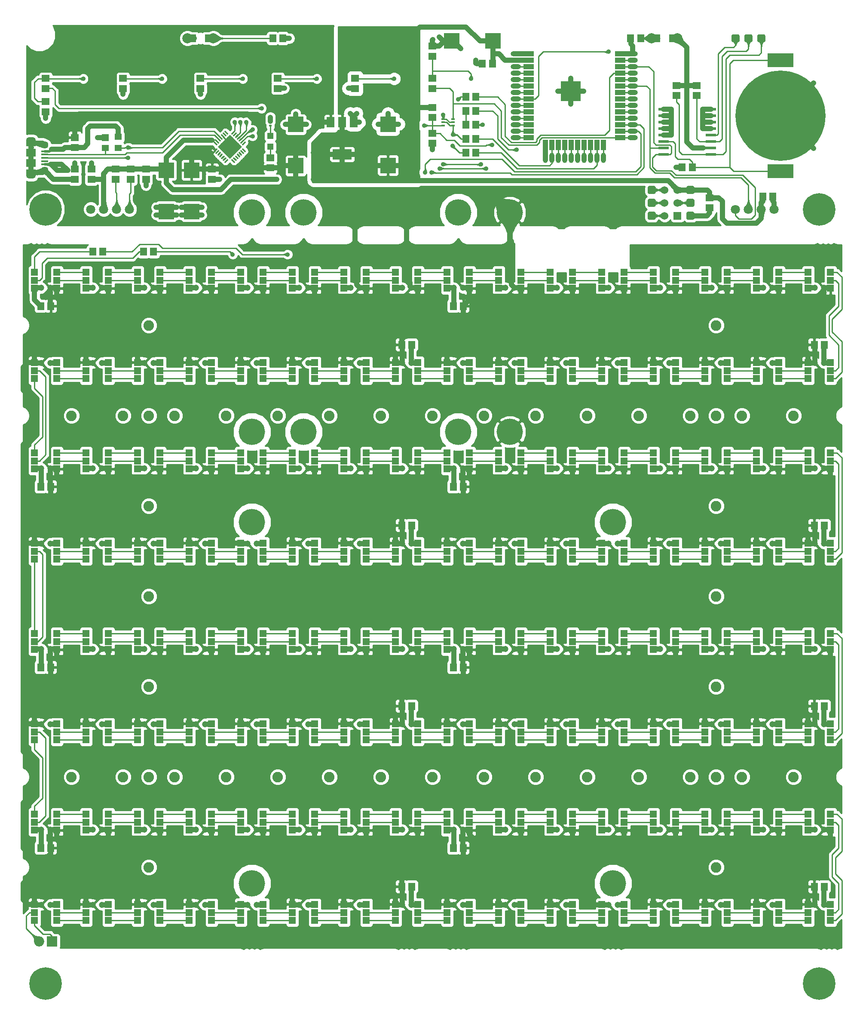
<source format=gtl>
G04 #@! TF.GenerationSoftware,KiCad,Pcbnew,5.0.0-rc2-unknown-6d77e59~65~ubuntu16.04.1*
G04 #@! TF.CreationDate,2018-06-13T00:13:32+05:30*
G04 #@! TF.ProjectId,ClockIOT,436C6F636B494F542E6B696361645F70,rev 1*
G04 #@! TF.SameCoordinates,PX2fd7508PY2fd7508*
G04 #@! TF.FileFunction,Copper,L1,Top,Signal*
G04 #@! TF.FilePolarity,Positive*
%FSLAX46Y46*%
G04 Gerber Fmt 4.6, Leading zero omitted, Abs format (unit mm)*
G04 Created by KiCad (PCBNEW 5.0.0-rc2-unknown-6d77e59~65~ubuntu16.04.1) date Wed Jun 13 00:13:32 2018*
%MOMM*%
%LPD*%
G01*
G04 APERTURE LIST*
G04 #@! TA.AperFunction,SMDPad,CuDef*
%ADD10R,1.400000X1.400000*%
G04 #@! TD*
G04 #@! TA.AperFunction,SMDPad,CuDef*
%ADD11R,1.400000X1.200000*%
G04 #@! TD*
G04 #@! TA.AperFunction,SMDPad,CuDef*
%ADD12R,1.350000X1.550000*%
G04 #@! TD*
G04 #@! TA.AperFunction,SMDPad,CuDef*
%ADD13R,1.550000X1.350000*%
G04 #@! TD*
G04 #@! TA.AperFunction,SMDPad,CuDef*
%ADD14R,1.500000X2.000000*%
G04 #@! TD*
G04 #@! TA.AperFunction,SMDPad,CuDef*
%ADD15R,3.800000X2.000000*%
G04 #@! TD*
G04 #@! TA.AperFunction,SMDPad,CuDef*
%ADD16R,0.600000X0.400000*%
G04 #@! TD*
G04 #@! TA.AperFunction,SMDPad,CuDef*
%ADD17R,1.198880X1.198880*%
G04 #@! TD*
G04 #@! TA.AperFunction,SMDPad,CuDef*
%ADD18R,1.900000X1.200000*%
G04 #@! TD*
G04 #@! TA.AperFunction,ComponentPad*
%ADD19O,1.900000X1.200000*%
G04 #@! TD*
G04 #@! TA.AperFunction,SMDPad,CuDef*
%ADD20R,1.900000X1.500000*%
G04 #@! TD*
G04 #@! TA.AperFunction,ComponentPad*
%ADD21C,1.450000*%
G04 #@! TD*
G04 #@! TA.AperFunction,SMDPad,CuDef*
%ADD22R,1.350000X0.400000*%
G04 #@! TD*
G04 #@! TA.AperFunction,ComponentPad*
%ADD23C,1.200000*%
G04 #@! TD*
G04 #@! TA.AperFunction,ComponentPad*
%ADD24C,5.200000*%
G04 #@! TD*
G04 #@! TA.AperFunction,ComponentPad*
%ADD25C,6.400000*%
G04 #@! TD*
G04 #@! TA.AperFunction,ComponentPad*
%ADD26C,0.800000*%
G04 #@! TD*
G04 #@! TA.AperFunction,SMDPad,CuDef*
%ADD27R,2.000000X1.000000*%
G04 #@! TD*
G04 #@! TA.AperFunction,SMDPad,CuDef*
%ADD28R,1.000000X2.000000*%
G04 #@! TD*
G04 #@! TA.AperFunction,SMDPad,CuDef*
%ADD29R,4.000000X4.000000*%
G04 #@! TD*
G04 #@! TA.AperFunction,ComponentPad*
%ADD30O,2.000000X1.000000*%
G04 #@! TD*
G04 #@! TA.AperFunction,ComponentPad*
%ADD31O,1.000000X2.000000*%
G04 #@! TD*
G04 #@! TA.AperFunction,WasherPad*
%ADD32C,2.082800*%
G04 #@! TD*
G04 #@! TA.AperFunction,ComponentPad*
%ADD33O,2.000000X2.000000*%
G04 #@! TD*
G04 #@! TA.AperFunction,ComponentPad*
%ADD34R,2.000000X2.000000*%
G04 #@! TD*
G04 #@! TA.AperFunction,ComponentPad*
%ADD35C,1.800000*%
G04 #@! TD*
G04 #@! TA.AperFunction,ComponentPad*
%ADD36C,1.524000*%
G04 #@! TD*
G04 #@! TA.AperFunction,ComponentPad*
%ADD37R,1.524000X1.524000*%
G04 #@! TD*
G04 #@! TA.AperFunction,Conductor*
%ADD38C,0.127000*%
G04 #@! TD*
G04 #@! TA.AperFunction,ComponentPad*
%ADD39C,1.600000*%
G04 #@! TD*
G04 #@! TA.AperFunction,SMDPad,CuDef*
%ADD40R,1.300480X1.498600*%
G04 #@! TD*
G04 #@! TA.AperFunction,ComponentPad*
%ADD41C,2.000000*%
G04 #@! TD*
G04 #@! TA.AperFunction,SMDPad,CuDef*
%ADD42R,5.080000X2.794000*%
G04 #@! TD*
G04 #@! TA.AperFunction,BGAPad,CuDef*
%ADD43C,17.780000*%
G04 #@! TD*
G04 #@! TA.AperFunction,SMDPad,CuDef*
%ADD44R,1.998980X0.599440*%
G04 #@! TD*
G04 #@! TA.AperFunction,SMDPad,CuDef*
%ADD45R,3.048000X3.048000*%
G04 #@! TD*
G04 #@! TA.AperFunction,SMDPad,CuDef*
%ADD46R,0.650000X0.400000*%
G04 #@! TD*
G04 #@! TA.AperFunction,SMDPad,CuDef*
%ADD47C,1.675000*%
G04 #@! TD*
G04 #@! TA.AperFunction,SMDPad,CuDef*
%ADD48C,0.300000*%
G04 #@! TD*
G04 #@! TA.AperFunction,Conductor*
%ADD49C,0.300000*%
G04 #@! TD*
G04 #@! TA.AperFunction,ViaPad*
%ADD50C,0.900000*%
G04 #@! TD*
G04 #@! TA.AperFunction,Conductor*
%ADD51C,1.016000*%
G04 #@! TD*
G04 #@! TA.AperFunction,Conductor*
%ADD52C,0.508000*%
G04 #@! TD*
G04 #@! TA.AperFunction,Conductor*
%ADD53C,0.254000*%
G04 #@! TD*
G04 #@! TA.AperFunction,Conductor*
%ADD54C,0.250000*%
G04 #@! TD*
G04 #@! TA.AperFunction,Conductor*
%ADD55C,0.025400*%
G04 #@! TD*
G04 APERTURE END LIST*
D10*
G04 #@! TO.P,D1,1*
G04 #@! TO.N,GND*
X16785000Y-23335000D03*
D11*
G04 #@! TO.P,D1,2*
G04 #@! TO.N,/esp_pwr_uart/USB_D-*
X16785000Y-25435000D03*
G04 #@! TO.P,D1,3*
G04 #@! TO.N,/esp_pwr_uart/USB_D+*
X19385000Y-25435000D03*
G04 #@! TO.P,D1,4*
G04 #@! TO.N,Net-(D1-Pad4)*
X19385000Y-23235000D03*
G04 #@! TD*
D12*
G04 #@! TO.P,C12,1*
G04 #@! TO.N,GND*
X77200000Y-135255000D03*
G04 #@! TO.P,C12,2*
G04 #@! TO.N,/5V*
X75200000Y-135255000D03*
G04 #@! TD*
G04 #@! TO.P,C7,1*
G04 #@! TO.N,GND*
X158480000Y-99695000D03*
G04 #@! TO.P,C7,2*
G04 #@! TO.N,/5V*
X156480000Y-99695000D03*
G04 #@! TD*
G04 #@! TO.P,C8,1*
G04 #@! TO.N,GND*
X77200000Y-99695000D03*
G04 #@! TO.P,C8,2*
G04 #@! TO.N,/5V*
X75200000Y-99695000D03*
G04 #@! TD*
D13*
G04 #@! TO.P,C24,1*
G04 #@! TO.N,/3V3*
X24835000Y-29585000D03*
G04 #@! TO.P,C24,2*
G04 #@! TO.N,GND*
X24835000Y-31585000D03*
G04 #@! TD*
G04 #@! TO.P,C31,1*
G04 #@! TO.N,GND*
X14085000Y-29585000D03*
G04 #@! TO.P,C31,2*
G04 #@! TO.N,/3V3*
X14085000Y-31585000D03*
G04 #@! TD*
D12*
G04 #@! TO.P,C22,1*
G04 #@! TO.N,/rtc_ds3231/BAT*
X132445000Y-29210000D03*
G04 #@! TO.P,C22,2*
G04 #@! TO.N,GND*
X130445000Y-29210000D03*
G04 #@! TD*
G04 #@! TO.P,C28,1*
G04 #@! TO.N,/3V3*
X93085000Y-8835000D03*
G04 #@! TO.P,C28,2*
G04 #@! TO.N,GND*
X91085000Y-8835000D03*
G04 #@! TD*
D13*
G04 #@! TO.P,C26,1*
G04 #@! TO.N,/5V*
X37835000Y-29585000D03*
G04 #@! TO.P,C26,2*
G04 #@! TO.N,GND*
X37835000Y-31585000D03*
G04 #@! TD*
G04 #@! TO.P,C21,1*
G04 #@! TO.N,GND*
X81280000Y-5350000D03*
G04 #@! TO.P,C21,2*
G04 #@! TO.N,Net-(C21-Pad2)*
X81280000Y-7350000D03*
G04 #@! TD*
G04 #@! TO.P,C20,1*
G04 #@! TO.N,Net-(C20-Pad1)*
X5080000Y-16272000D03*
G04 #@! TO.P,C20,2*
G04 #@! TO.N,GND*
X5080000Y-18272000D03*
G04 #@! TD*
G04 #@! TO.P,C29,1*
G04 #@! TO.N,/3V3*
X135890000Y-35195000D03*
G04 #@! TO.P,C29,2*
G04 #@! TO.N,GND*
X135890000Y-37195000D03*
G04 #@! TD*
D12*
G04 #@! TO.P,C30,1*
G04 #@! TO.N,GND*
X148320000Y-34925000D03*
G04 #@! TO.P,C30,2*
G04 #@! TO.N,/3V3*
X146320000Y-34925000D03*
G04 #@! TD*
D13*
G04 #@! TO.P,C19,1*
G04 #@! TO.N,/EN*
X81280000Y-22495000D03*
G04 #@! TO.P,C19,2*
G04 #@! TO.N,GND*
X81280000Y-24495000D03*
G04 #@! TD*
D12*
G04 #@! TO.P,C9,1*
G04 #@! TO.N,/5V*
X6080000Y-127635000D03*
G04 #@! TO.P,C9,2*
G04 #@! TO.N,GND*
X4080000Y-127635000D03*
G04 #@! TD*
G04 #@! TO.P,C6,1*
G04 #@! TO.N,/5V*
X87360000Y-92075000D03*
G04 #@! TO.P,C6,2*
G04 #@! TO.N,GND*
X85360000Y-92075000D03*
G04 #@! TD*
G04 #@! TO.P,C1,1*
G04 #@! TO.N,/5V*
X6080000Y-56515000D03*
G04 #@! TO.P,C1,2*
G04 #@! TO.N,GND*
X4080000Y-56515000D03*
G04 #@! TD*
G04 #@! TO.P,C2,1*
G04 #@! TO.N,/5V*
X87360000Y-56515000D03*
G04 #@! TO.P,C2,2*
G04 #@! TO.N,GND*
X85360000Y-56515000D03*
G04 #@! TD*
G04 #@! TO.P,C3,1*
G04 #@! TO.N,GND*
X158480000Y-64135000D03*
G04 #@! TO.P,C3,2*
G04 #@! TO.N,/5V*
X156480000Y-64135000D03*
G04 #@! TD*
G04 #@! TO.P,C4,1*
G04 #@! TO.N,GND*
X77200000Y-64135000D03*
G04 #@! TO.P,C4,2*
G04 #@! TO.N,/5V*
X75200000Y-64135000D03*
G04 #@! TD*
G04 #@! TO.P,C5,1*
G04 #@! TO.N,/5V*
X6080000Y-92075000D03*
G04 #@! TO.P,C5,2*
G04 #@! TO.N,GND*
X4080000Y-92075000D03*
G04 #@! TD*
G04 #@! TO.P,C10,1*
G04 #@! TO.N,/5V*
X87360000Y-127635000D03*
G04 #@! TO.P,C10,2*
G04 #@! TO.N,GND*
X85360000Y-127635000D03*
G04 #@! TD*
G04 #@! TO.P,C11,1*
G04 #@! TO.N,GND*
X158480000Y-135255000D03*
G04 #@! TO.P,C11,2*
G04 #@! TO.N,/5V*
X156480000Y-135255000D03*
G04 #@! TD*
G04 #@! TO.P,C13,1*
G04 #@! TO.N,/5V*
X6080000Y-163195000D03*
G04 #@! TO.P,C13,2*
G04 #@! TO.N,GND*
X4080000Y-163195000D03*
G04 #@! TD*
G04 #@! TO.P,C14,1*
G04 #@! TO.N,/5V*
X87360000Y-163195000D03*
G04 #@! TO.P,C14,2*
G04 #@! TO.N,GND*
X85360000Y-163195000D03*
G04 #@! TD*
G04 #@! TO.P,C15,1*
G04 #@! TO.N,GND*
X158480000Y-170815000D03*
G04 #@! TO.P,C15,2*
G04 #@! TO.N,/5V*
X156480000Y-170815000D03*
G04 #@! TD*
G04 #@! TO.P,C16,1*
G04 #@! TO.N,GND*
X77200000Y-170815000D03*
G04 #@! TO.P,C16,2*
G04 #@! TO.N,/5V*
X75200000Y-170815000D03*
G04 #@! TD*
D13*
G04 #@! TO.P,R9,1*
G04 #@! TO.N,/3V3*
X18835000Y-29585000D03*
G04 #@! TO.P,R9,2*
G04 #@! TO.N,/SDA*
X18835000Y-31585000D03*
G04 #@! TD*
G04 #@! TO.P,L2,1*
G04 #@! TO.N,GND*
X10835000Y-29585000D03*
G04 #@! TO.P,L2,2*
G04 #@! TO.N,Net-(L2-Pad2)*
X10835000Y-31585000D03*
G04 #@! TD*
G04 #@! TO.P,R25,1*
G04 #@! TO.N,/SW_M*
X20320000Y-11700000D03*
G04 #@! TO.P,R25,2*
G04 #@! TO.N,GND*
X20320000Y-13700000D03*
G04 #@! TD*
G04 #@! TO.P,R24,1*
G04 #@! TO.N,/SW_D*
X35560000Y-11700000D03*
G04 #@! TO.P,R24,2*
G04 #@! TO.N,GND*
X35560000Y-13700000D03*
G04 #@! TD*
G04 #@! TO.P,R11,1*
G04 #@! TO.N,/SW_I*
X50800000Y-11700000D03*
G04 #@! TO.P,R11,2*
G04 #@! TO.N,GND*
X50800000Y-13700000D03*
G04 #@! TD*
G04 #@! TO.P,R10,1*
G04 #@! TO.N,/SW_E*
X66040000Y-11700000D03*
G04 #@! TO.P,R10,2*
G04 #@! TO.N,GND*
X66040000Y-13700000D03*
G04 #@! TD*
D12*
G04 #@! TO.P,R23,1*
G04 #@! TO.N,/RXD0*
X89835000Y-18085000D03*
G04 #@! TO.P,R23,2*
G04 #@! TO.N,/esp_pwr_uart/TXD*
X87835000Y-18085000D03*
G04 #@! TD*
G04 #@! TO.P,R22,1*
G04 #@! TO.N,Net-(R22-Pad1)*
X89835000Y-20835000D03*
G04 #@! TO.P,R22,2*
G04 #@! TO.N,/esp_pwr_uart/TXD*
X87835000Y-20835000D03*
G04 #@! TD*
G04 #@! TO.P,R20,1*
G04 #@! TO.N,/IO13*
X89835000Y-23585000D03*
G04 #@! TO.P,R20,2*
G04 #@! TO.N,/esp_pwr_uart/RTS*
X87835000Y-23585000D03*
G04 #@! TD*
G04 #@! TO.P,R19,1*
G04 #@! TO.N,/IO15*
X89835000Y-26335000D03*
G04 #@! TO.P,R19,2*
G04 #@! TO.N,/esp_pwr_uart/CTS*
X87835000Y-26335000D03*
G04 #@! TD*
D13*
G04 #@! TO.P,R18,1*
G04 #@! TO.N,Net-(C21-Pad2)*
X81280000Y-11700000D03*
G04 #@! TO.P,R18,2*
G04 #@! TO.N,/IO0*
X81280000Y-13700000D03*
G04 #@! TD*
G04 #@! TO.P,R16,1*
G04 #@! TO.N,Net-(C20-Pad1)*
X5080000Y-11700000D03*
G04 #@! TO.P,R16,2*
G04 #@! TO.N,/EN*
X5080000Y-13700000D03*
G04 #@! TD*
G04 #@! TO.P,R4,1*
G04 #@! TO.N,Net-(D2-Pad1)*
X49335000Y-27335000D03*
G04 #@! TO.P,R4,2*
G04 #@! TO.N,/5V*
X49335000Y-29335000D03*
G04 #@! TD*
G04 #@! TO.P,R3,1*
G04 #@! TO.N,/3V3*
X81280000Y-17415000D03*
G04 #@! TO.P,R3,2*
G04 #@! TO.N,/EN*
X81280000Y-19415000D03*
G04 #@! TD*
G04 #@! TO.P,R8,1*
G04 #@! TO.N,/3V3*
X21835000Y-29585000D03*
G04 #@! TO.P,R8,2*
G04 #@! TO.N,/SCL*
X21835000Y-31585000D03*
G04 #@! TD*
G04 #@! TO.P,R7,1*
G04 #@! TO.N,/3V3*
X129335000Y-13085000D03*
G04 #@! TO.P,R7,2*
G04 #@! TO.N,/rtc_ds3231/32kHz*
X129335000Y-15085000D03*
G04 #@! TD*
G04 #@! TO.P,R6,1*
G04 #@! TO.N,/3V3*
X133335000Y-13085000D03*
G04 #@! TO.P,R6,2*
G04 #@! TO.N,/rtc_ds3231/SQR*
X133335000Y-15085000D03*
G04 #@! TD*
D12*
G04 #@! TO.P,R21,1*
G04 #@! TO.N,/TXD0*
X89835000Y-15335000D03*
G04 #@! TO.P,R21,2*
G04 #@! TO.N,/esp_pwr_uart/RXD*
X87835000Y-15335000D03*
G04 #@! TD*
G04 #@! TO.P,R1,1*
G04 #@! TO.N,/DAT_IN*
X16335000Y-45835000D03*
G04 #@! TO.P,R1,2*
G04 #@! TO.N,/DI_A*
X14335000Y-45835000D03*
G04 #@! TD*
G04 #@! TO.P,R2,1*
G04 #@! TO.N,/CLK_IN*
X26335000Y-45835000D03*
G04 #@! TO.P,R2,2*
G04 #@! TO.N,/CI_A*
X24335000Y-45835000D03*
G04 #@! TD*
G04 #@! TO.P,R12,1*
G04 #@! TO.N,GND*
X51800000Y-3810000D03*
G04 #@! TO.P,R12,2*
G04 #@! TO.N,/LDR1*
X49800000Y-3810000D03*
G04 #@! TD*
G04 #@! TO.P,R13,1*
G04 #@! TO.N,/LDR2*
X122285000Y-3810000D03*
G04 #@! TO.P,R13,2*
G04 #@! TO.N,GND*
X120285000Y-3810000D03*
G04 #@! TD*
D13*
G04 #@! TO.P,L1,1*
G04 #@! TO.N,/5V*
X10835000Y-23335000D03*
G04 #@! TO.P,L1,2*
G04 #@! TO.N,Net-(D1-Pad4)*
X10835000Y-25335000D03*
G04 #@! TD*
D14*
G04 #@! TO.P,U131,1*
G04 #@! TO.N,GND*
X65800000Y-20345000D03*
G04 #@! TO.P,U131,3*
G04 #@! TO.N,/5V*
X61200000Y-20345000D03*
G04 #@! TO.P,U131,2*
G04 #@! TO.N,/3V3*
X63500000Y-20345000D03*
D15*
X63500000Y-26645000D03*
G04 #@! TD*
D16*
G04 #@! TO.P,JP1,2*
G04 #@! TO.N,Net-(D2-Pad2)*
X49335000Y-21035000D03*
G04 #@! TO.P,JP1,1*
G04 #@! TO.N,GND*
X49335000Y-20135000D03*
G04 #@! TD*
D17*
G04 #@! TO.P,D2,2*
G04 #@! TO.N,Net-(D2-Pad2)*
X49335000Y-23035980D03*
G04 #@! TO.P,D2,1*
G04 #@! TO.N,Net-(D2-Pad1)*
X49335000Y-25134020D03*
G04 #@! TD*
D18*
G04 #@! TO.P,P1,6*
G04 #@! TO.N,Net-(L2-Pad2)*
X2185000Y-24435000D03*
X2185000Y-30235000D03*
D19*
X2185000Y-30835000D03*
X2185000Y-23835000D03*
D20*
X2185000Y-26335000D03*
D21*
X4885000Y-29835000D03*
D22*
G04 #@! TO.P,P1,3*
G04 #@! TO.N,/esp_pwr_uart/USB_D+*
X4885000Y-27335000D03*
G04 #@! TO.P,P1,4*
G04 #@! TO.N,N/C*
X4885000Y-27985000D03*
G04 #@! TO.P,P1,5*
G04 #@! TO.N,GND*
X4885000Y-28635000D03*
G04 #@! TO.P,P1,1*
G04 #@! TO.N,Net-(D1-Pad4)*
X4885000Y-26035000D03*
G04 #@! TO.P,P1,2*
G04 #@! TO.N,/esp_pwr_uart/USB_D-*
X4885000Y-26685000D03*
D21*
G04 #@! TO.P,P1,6*
G04 #@! TO.N,Net-(L2-Pad2)*
X4885000Y-24835000D03*
D20*
X2185000Y-28335000D03*
G04 #@! TD*
D10*
G04 #@! TO.P,U123,3*
G04 #@! TO.N,GND*
X58080000Y-174295000D03*
G04 #@! TO.P,U123,4*
G04 #@! TO.N,/5V*
X53680000Y-174295000D03*
G04 #@! TO.P,U123,5*
G04 #@! TO.N,Net-(U123-Pad5)*
X53680000Y-175895000D03*
G04 #@! TO.P,U123,2*
G04 #@! TO.N,Net-(U122-Pad5)*
X58080000Y-175895000D03*
G04 #@! TO.P,U123,1*
G04 #@! TO.N,Net-(U122-Pad6)*
X58080000Y-177495000D03*
G04 #@! TO.P,U123,6*
G04 #@! TO.N,Net-(U123-Pad6)*
X53680000Y-177495000D03*
D23*
G04 #@! TO.P,U123,3*
G04 #@! TO.N,GND*
X56780000Y-174395000D03*
G04 #@! TO.P,U123,4*
G04 #@! TO.N,/5V*
X54980000Y-174395000D03*
G04 #@! TD*
D24*
G04 #@! TO.P,HB54,1*
G04 #@! TO.N,N/C*
X45720000Y-170180000D03*
G04 #@! TD*
G04 #@! TO.P,HB53,1*
G04 #@! TO.N,N/C*
X116840000Y-170180000D03*
G04 #@! TD*
G04 #@! TO.P,HB52,1*
G04 #@! TO.N,N/C*
X116840000Y-99060000D03*
G04 #@! TD*
G04 #@! TO.P,HB51,1*
G04 #@! TO.N,N/C*
X45720000Y-99060000D03*
G04 #@! TD*
D25*
G04 #@! TO.P,HB47,1*
G04 #@! TO.N,N/C*
X5080000Y-37465000D03*
D26*
X7480000Y-37465000D03*
X6777056Y-39162056D03*
X5080000Y-39865000D03*
X3382944Y-39162056D03*
X2680000Y-37465000D03*
X3382944Y-35767944D03*
X5080000Y-35065000D03*
X6777056Y-35767944D03*
G04 #@! TD*
D25*
G04 #@! TO.P,HB48,1*
G04 #@! TO.N,N/C*
X157480000Y-37465000D03*
D26*
X159880000Y-37465000D03*
X159177056Y-39162056D03*
X157480000Y-39865000D03*
X155782944Y-39162056D03*
X155080000Y-37465000D03*
X155782944Y-35767944D03*
X157480000Y-35065000D03*
X159177056Y-35767944D03*
G04 #@! TD*
D25*
G04 #@! TO.P,HB49,1*
G04 #@! TO.N,N/C*
X5080000Y-189865000D03*
D26*
X7480000Y-189865000D03*
X6777056Y-191562056D03*
X5080000Y-192265000D03*
X3382944Y-191562056D03*
X2680000Y-189865000D03*
X3382944Y-188167944D03*
X5080000Y-187465000D03*
X6777056Y-188167944D03*
G04 #@! TD*
D25*
G04 #@! TO.P,HB50,1*
G04 #@! TO.N,N/C*
X157480000Y-189865000D03*
D26*
X159880000Y-189865000D03*
X159177056Y-191562056D03*
X157480000Y-192265000D03*
X155782944Y-191562056D03*
X155080000Y-189865000D03*
X155782944Y-188167944D03*
X157480000Y-187465000D03*
X159177056Y-188167944D03*
G04 #@! TD*
D27*
G04 #@! TO.P,U129,1*
G04 #@! TO.N,GND*
X100220000Y-6815000D03*
G04 #@! TO.P,U129,2*
G04 #@! TO.N,/3V3*
X100220000Y-8085000D03*
G04 #@! TO.P,U129,3*
G04 #@! TO.N,/EN*
X100220000Y-9355000D03*
G04 #@! TO.P,U129,4*
G04 #@! TO.N,/SENSOR_VP*
X100220000Y-10625000D03*
G04 #@! TO.P,U129,5*
G04 #@! TO.N,/SENSOR_VN*
X100220000Y-11895000D03*
G04 #@! TO.P,U129,6*
G04 #@! TO.N,/IO34*
X100220000Y-13165000D03*
G04 #@! TO.P,U129,7*
G04 #@! TO.N,/IO35*
X100220000Y-14435000D03*
G04 #@! TO.P,U129,8*
G04 #@! TO.N,/LDR2*
X100220000Y-15705000D03*
G04 #@! TO.P,U129,9*
G04 #@! TO.N,/LDR1*
X100220000Y-16975000D03*
G04 #@! TO.P,U129,10*
G04 #@! TO.N,/IO25*
X100220000Y-18245000D03*
G04 #@! TO.P,U129,11*
G04 #@! TO.N,/IO26*
X100220000Y-19515000D03*
G04 #@! TO.P,U129,12*
G04 #@! TO.N,/IO27*
X100220000Y-20785000D03*
G04 #@! TO.P,U129,13*
G04 #@! TO.N,/IO14*
X100220000Y-22055000D03*
G04 #@! TO.P,U129,14*
G04 #@! TO.N,/IO12*
X100220000Y-23325000D03*
D28*
G04 #@! TO.P,U129,15*
G04 #@! TO.N,GND*
X103505000Y-24815000D03*
G04 #@! TO.P,U129,16*
G04 #@! TO.N,/IO13*
X104775000Y-24815000D03*
G04 #@! TO.P,U129,17*
G04 #@! TO.N,/SD2*
X106045000Y-24815000D03*
G04 #@! TO.P,U129,18*
G04 #@! TO.N,/SD3*
X107315000Y-24815000D03*
G04 #@! TO.P,U129,19*
G04 #@! TO.N,/CMD*
X108585000Y-24815000D03*
G04 #@! TO.P,U129,20*
G04 #@! TO.N,/CLK*
X109855000Y-24815000D03*
G04 #@! TO.P,U129,21*
G04 #@! TO.N,/SDO*
X111125000Y-24815000D03*
G04 #@! TO.P,U129,22*
G04 #@! TO.N,/SDI*
X112395000Y-24815000D03*
G04 #@! TO.P,U129,23*
G04 #@! TO.N,/IO15*
X113665000Y-24815000D03*
G04 #@! TO.P,U129,24*
G04 #@! TO.N,/IO2*
X114935000Y-24815000D03*
D27*
G04 #@! TO.P,U129,25*
G04 #@! TO.N,/IO0*
X118220000Y-23325000D03*
G04 #@! TO.P,U129,26*
G04 #@! TO.N,/DAT_IN*
X118220000Y-22055000D03*
G04 #@! TO.P,U129,27*
G04 #@! TO.N,/CLK_IN*
X118220000Y-20785000D03*
G04 #@! TO.P,U129,28*
G04 #@! TO.N,/SW_E*
X118220000Y-19515000D03*
G04 #@! TO.P,U129,29*
G04 #@! TO.N,/SW_I*
X118220000Y-18245000D03*
G04 #@! TO.P,U129,30*
G04 #@! TO.N,/SW_D*
X118220000Y-16975000D03*
G04 #@! TO.P,U129,31*
G04 #@! TO.N,/SW_M*
X118220000Y-15705000D03*
G04 #@! TO.P,U129,32*
G04 #@! TO.N,/NC*
X118220000Y-14435000D03*
G04 #@! TO.P,U129,33*
G04 #@! TO.N,/SDA*
X118220000Y-13165000D03*
G04 #@! TO.P,U129,34*
G04 #@! TO.N,/RXD0*
X118220000Y-11895000D03*
G04 #@! TO.P,U129,35*
G04 #@! TO.N,/TXD0*
X118220000Y-10625000D03*
G04 #@! TO.P,U129,36*
G04 #@! TO.N,/SCL*
X118220000Y-9355000D03*
G04 #@! TO.P,U129,37*
G04 #@! TO.N,/IO23*
X118220000Y-8085000D03*
G04 #@! TO.P,U129,38*
G04 #@! TO.N,GND*
X118220000Y-6815000D03*
D29*
G04 #@! TO.P,U129,39*
X108520000Y-14215000D03*
D30*
G04 #@! TO.P,U129,1*
X97720000Y-6815000D03*
G04 #@! TO.P,U129,2*
G04 #@! TO.N,/3V3*
X97720000Y-8085000D03*
G04 #@! TO.P,U129,3*
G04 #@! TO.N,/EN*
X97720000Y-9355000D03*
G04 #@! TO.P,U129,4*
G04 #@! TO.N,/SENSOR_VP*
X97720000Y-10625000D03*
G04 #@! TO.P,U129,5*
G04 #@! TO.N,/SENSOR_VN*
X97720000Y-11895000D03*
G04 #@! TO.P,U129,6*
G04 #@! TO.N,/IO34*
X97720000Y-13165000D03*
G04 #@! TO.P,U129,7*
G04 #@! TO.N,/IO35*
X97720000Y-14435000D03*
G04 #@! TO.P,U129,8*
G04 #@! TO.N,/LDR2*
X97720000Y-15705000D03*
G04 #@! TO.P,U129,9*
G04 #@! TO.N,/LDR1*
X97720000Y-16975000D03*
G04 #@! TO.P,U129,10*
G04 #@! TO.N,/IO25*
X97720000Y-18245000D03*
G04 #@! TO.P,U129,11*
G04 #@! TO.N,/IO26*
X97720000Y-19515000D03*
G04 #@! TO.P,U129,12*
G04 #@! TO.N,/IO27*
X97720000Y-20785000D03*
G04 #@! TO.P,U129,13*
G04 #@! TO.N,/IO14*
X97720000Y-22055000D03*
G04 #@! TO.P,U129,14*
G04 #@! TO.N,/IO12*
X97720000Y-23325000D03*
G04 #@! TO.P,U129,37*
G04 #@! TO.N,/IO23*
X120720000Y-8085000D03*
G04 #@! TO.P,U129,30*
G04 #@! TO.N,/SW_D*
X120720000Y-16975000D03*
G04 #@! TO.P,U129,29*
G04 #@! TO.N,/SW_I*
X120720000Y-18245000D03*
G04 #@! TO.P,U129,35*
G04 #@! TO.N,/TXD0*
X120720000Y-10625000D03*
G04 #@! TO.P,U129,38*
G04 #@! TO.N,GND*
X120720000Y-6815000D03*
G04 #@! TO.P,U129,28*
G04 #@! TO.N,/SW_E*
X120720000Y-19515000D03*
G04 #@! TO.P,U129,33*
G04 #@! TO.N,/SDA*
X120720000Y-13165000D03*
G04 #@! TO.P,U129,25*
G04 #@! TO.N,/IO0*
X120720000Y-23325000D03*
G04 #@! TO.P,U129,26*
G04 #@! TO.N,/DAT_IN*
X120720000Y-22055000D03*
G04 #@! TO.P,U129,31*
G04 #@! TO.N,/SW_M*
X120720000Y-15705000D03*
G04 #@! TO.P,U129,32*
G04 #@! TO.N,/NC*
X120720000Y-14435000D03*
G04 #@! TO.P,U129,34*
G04 #@! TO.N,/RXD0*
X120720000Y-11895000D03*
G04 #@! TO.P,U129,27*
G04 #@! TO.N,/CLK_IN*
X120720000Y-20785000D03*
G04 #@! TO.P,U129,36*
G04 #@! TO.N,/SCL*
X120720000Y-9355000D03*
D31*
G04 #@! TO.P,U129,15*
G04 #@! TO.N,GND*
X103505000Y-27315000D03*
G04 #@! TO.P,U129,16*
G04 #@! TO.N,/IO13*
X104775000Y-27315000D03*
G04 #@! TO.P,U129,17*
G04 #@! TO.N,/SD2*
X106045000Y-27315000D03*
G04 #@! TO.P,U129,18*
G04 #@! TO.N,/SD3*
X107315000Y-27315000D03*
G04 #@! TO.P,U129,19*
G04 #@! TO.N,/CMD*
X108585000Y-27315000D03*
G04 #@! TO.P,U129,21*
G04 #@! TO.N,/SDO*
X111125000Y-27315000D03*
G04 #@! TO.P,U129,22*
G04 #@! TO.N,/SDI*
X112395000Y-27315000D03*
G04 #@! TO.P,U129,23*
G04 #@! TO.N,/IO15*
X113665000Y-27315000D03*
G04 #@! TO.P,U129,24*
G04 #@! TO.N,/IO2*
X114935000Y-27315000D03*
G04 #@! TO.P,U129,20*
G04 #@! TO.N,/CLK*
X109855000Y-27315000D03*
G04 #@! TD*
D32*
G04 #@! TO.P,HB44,*
G04 #@! TO.N,*
X137160000Y-167005000D03*
G04 #@! TD*
G04 #@! TO.P,HB43,*
G04 #@! TO.N,*
X137160000Y-149225000D03*
G04 #@! TD*
G04 #@! TO.P,HB42,*
G04 #@! TO.N,*
X137160000Y-131445000D03*
G04 #@! TD*
G04 #@! TO.P,HB41,*
G04 #@! TO.N,*
X137160000Y-113665000D03*
G04 #@! TD*
G04 #@! TO.P,HB40,*
G04 #@! TO.N,*
X137160000Y-95885000D03*
G04 #@! TD*
G04 #@! TO.P,HB39,*
G04 #@! TO.N,*
X137160000Y-78105000D03*
G04 #@! TD*
G04 #@! TO.P,HB38,*
G04 #@! TO.N,*
X137160000Y-60325000D03*
G04 #@! TD*
G04 #@! TO.P,HB37,*
G04 #@! TO.N,*
X25400000Y-167005000D03*
G04 #@! TD*
G04 #@! TO.P,HB36,*
G04 #@! TO.N,*
X25400000Y-149225000D03*
G04 #@! TD*
G04 #@! TO.P,HB35,*
G04 #@! TO.N,*
X25400000Y-131445000D03*
G04 #@! TD*
G04 #@! TO.P,HB34,*
G04 #@! TO.N,*
X25400000Y-113665000D03*
G04 #@! TD*
G04 #@! TO.P,HB33,*
G04 #@! TO.N,*
X25400000Y-95885000D03*
G04 #@! TD*
G04 #@! TO.P,HB32,*
G04 #@! TO.N,*
X25400000Y-78105000D03*
G04 #@! TD*
G04 #@! TO.P,HB31,*
G04 #@! TO.N,*
X25400000Y-60325000D03*
G04 #@! TD*
G04 #@! TO.P,HB30,*
G04 #@! TO.N,*
X152400000Y-149225000D03*
G04 #@! TD*
G04 #@! TO.P,HB29,*
G04 #@! TO.N,*
X142240000Y-149225000D03*
G04 #@! TD*
G04 #@! TO.P,HB28,*
G04 #@! TO.N,*
X132080000Y-149225000D03*
G04 #@! TD*
G04 #@! TO.P,HB27,*
G04 #@! TO.N,*
X121920000Y-149225000D03*
G04 #@! TD*
G04 #@! TO.P,HB26,*
G04 #@! TO.N,*
X111760000Y-149225000D03*
G04 #@! TD*
G04 #@! TO.P,HB25,*
G04 #@! TO.N,*
X101600000Y-149225000D03*
G04 #@! TD*
G04 #@! TO.P,HB24,*
G04 #@! TO.N,*
X91440000Y-149225000D03*
G04 #@! TD*
G04 #@! TO.P,HB23,*
G04 #@! TO.N,*
X81280000Y-149225000D03*
G04 #@! TD*
G04 #@! TO.P,HB22,*
G04 #@! TO.N,*
X71120000Y-149225000D03*
G04 #@! TD*
G04 #@! TO.P,HB21,*
G04 #@! TO.N,*
X60960000Y-149225000D03*
G04 #@! TD*
G04 #@! TO.P,HB20,*
G04 #@! TO.N,*
X50800000Y-149225000D03*
G04 #@! TD*
G04 #@! TO.P,HB19,*
G04 #@! TO.N,*
X40640000Y-149225000D03*
G04 #@! TD*
G04 #@! TO.P,HB18,*
G04 #@! TO.N,*
X30480000Y-149225000D03*
G04 #@! TD*
G04 #@! TO.P,HB17,*
G04 #@! TO.N,*
X20320000Y-149225000D03*
G04 #@! TD*
G04 #@! TO.P,HB16,*
G04 #@! TO.N,*
X10160000Y-149225000D03*
G04 #@! TD*
G04 #@! TO.P,HB15,*
G04 #@! TO.N,*
X152400000Y-78105000D03*
G04 #@! TD*
G04 #@! TO.P,HB14,*
G04 #@! TO.N,*
X142240000Y-78105000D03*
G04 #@! TD*
G04 #@! TO.P,HB13,*
G04 #@! TO.N,*
X132080000Y-78105000D03*
G04 #@! TD*
G04 #@! TO.P,HB12,*
G04 #@! TO.N,*
X121920000Y-78105000D03*
G04 #@! TD*
G04 #@! TO.P,HB11,*
G04 #@! TO.N,*
X111760000Y-78105000D03*
G04 #@! TD*
G04 #@! TO.P,HB10,*
G04 #@! TO.N,*
X101600000Y-78105000D03*
G04 #@! TD*
G04 #@! TO.P,HB9,*
G04 #@! TO.N,*
X91440000Y-78105000D03*
G04 #@! TD*
G04 #@! TO.P,HB8,*
G04 #@! TO.N,*
X81280000Y-78105000D03*
G04 #@! TD*
G04 #@! TO.P,HB7,*
G04 #@! TO.N,*
X71120000Y-78105000D03*
G04 #@! TD*
G04 #@! TO.P,HB6,*
G04 #@! TO.N,*
X60960000Y-78105000D03*
G04 #@! TD*
G04 #@! TO.P,HB5,*
G04 #@! TO.N,*
X50800000Y-78105000D03*
G04 #@! TD*
G04 #@! TO.P,HB4,*
G04 #@! TO.N,*
X40640000Y-78105000D03*
G04 #@! TD*
G04 #@! TO.P,HB3,*
G04 #@! TO.N,*
X30480000Y-78105000D03*
G04 #@! TD*
G04 #@! TO.P,HB2,*
G04 #@! TO.N,*
X20320000Y-78105000D03*
G04 #@! TD*
G04 #@! TO.P,HB1,*
G04 #@! TO.N,*
X10160000Y-78105000D03*
G04 #@! TD*
D33*
G04 #@! TO.P,P2,2*
G04 #@! TO.N,/CLK_OUT*
X3810000Y-181610000D03*
D34*
G04 #@! TO.P,P2,1*
G04 #@! TO.N,/DAT_OUT*
X6350000Y-181610000D03*
G04 #@! TD*
D35*
G04 #@! TO.P,J25,1*
G04 #@! TO.N,/SCL*
X21590000Y-37465000D03*
G04 #@! TO.P,J25,2*
G04 #@! TO.N,/SDA*
X19050000Y-37465000D03*
G04 #@! TO.P,J25,3*
G04 #@! TO.N,/3V3*
X16510000Y-37465000D03*
G04 #@! TO.P,J25,4*
G04 #@! TO.N,GND*
X13970000Y-37465000D03*
G04 #@! TD*
G04 #@! TO.P,J24,1*
G04 #@! TO.N,/SCL*
X140970000Y-37465000D03*
G04 #@! TO.P,J24,2*
G04 #@! TO.N,/SDA*
X143510000Y-37465000D03*
G04 #@! TO.P,J24,3*
G04 #@! TO.N,/3V3*
X146050000Y-37465000D03*
G04 #@! TO.P,J24,4*
G04 #@! TO.N,GND*
X148590000Y-37465000D03*
G04 #@! TD*
D36*
G04 #@! TO.P,J20,5*
G04 #@! TO.N,/RST*
X127000000Y-38735000D03*
D37*
G04 #@! TO.P,J20,6*
G04 #@! TO.N,GND*
X129540000Y-38735000D03*
D36*
G04 #@! TO.P,J20,3*
G04 #@! TO.N,/SCK*
X127000000Y-36195000D03*
G04 #@! TO.P,J20,4*
G04 #@! TO.N,/MOSI*
X129540000Y-36195000D03*
G04 #@! TO.P,J20,1*
G04 #@! TO.N,/MISO*
X127000000Y-33655000D03*
G04 #@! TO.P,J20,2*
G04 #@! TO.N,/3V3*
X129540000Y-33655000D03*
G04 #@! TD*
D24*
G04 #@! TO.P,J8,1*
G04 #@! TO.N,GND*
X86360000Y-38100000D03*
G04 #@! TD*
G04 #@! TO.P,J7,1*
G04 #@! TO.N,/5V*
X96520000Y-38100000D03*
G04 #@! TD*
G04 #@! TO.P,J2,1*
G04 #@! TO.N,/DAT_IN*
X55880000Y-38100000D03*
G04 #@! TD*
G04 #@! TO.P,J1,1*
G04 #@! TO.N,/CLK_IN*
X45720000Y-38100000D03*
G04 #@! TD*
G04 #@! TO.P,J9,1*
G04 #@! TO.N,/CLK_IN*
X45720000Y-81280000D03*
G04 #@! TD*
G04 #@! TO.P,J10,1*
G04 #@! TO.N,/DAT_IN*
X55880000Y-81280000D03*
G04 #@! TD*
G04 #@! TO.P,J15,1*
G04 #@! TO.N,/5V*
X96520000Y-81280000D03*
G04 #@! TD*
G04 #@! TO.P,J16,1*
G04 #@! TO.N,GND*
X86360000Y-81280000D03*
G04 #@! TD*
D38*
G04 #@! TO.N,/rtc_ds3231/RESET*
G04 #@! TO.C,TP1*
G36*
X141409207Y-3011926D02*
X141448036Y-3017686D01*
X141486114Y-3027224D01*
X141523073Y-3040448D01*
X141558559Y-3057231D01*
X141592228Y-3077412D01*
X141623757Y-3100796D01*
X141652843Y-3127157D01*
X141679204Y-3156243D01*
X141702588Y-3187772D01*
X141722769Y-3221441D01*
X141739552Y-3256927D01*
X141752776Y-3293886D01*
X141762314Y-3331964D01*
X141768074Y-3370793D01*
X141770000Y-3410000D01*
X141770000Y-4210000D01*
X141768074Y-4249207D01*
X141762314Y-4288036D01*
X141752776Y-4326114D01*
X141739552Y-4363073D01*
X141722769Y-4398559D01*
X141702588Y-4432228D01*
X141679204Y-4463757D01*
X141652843Y-4492843D01*
X141623757Y-4519204D01*
X141592228Y-4542588D01*
X141558559Y-4562769D01*
X141523073Y-4579552D01*
X141486114Y-4592776D01*
X141448036Y-4602314D01*
X141409207Y-4608074D01*
X141370000Y-4610000D01*
X140570000Y-4610000D01*
X140530793Y-4608074D01*
X140491964Y-4602314D01*
X140453886Y-4592776D01*
X140416927Y-4579552D01*
X140381441Y-4562769D01*
X140347772Y-4542588D01*
X140316243Y-4519204D01*
X140287157Y-4492843D01*
X140260796Y-4463757D01*
X140237412Y-4432228D01*
X140217231Y-4398559D01*
X140200448Y-4363073D01*
X140187224Y-4326114D01*
X140177686Y-4288036D01*
X140171926Y-4249207D01*
X140170000Y-4210000D01*
X140170000Y-3410000D01*
X140171926Y-3370793D01*
X140177686Y-3331964D01*
X140187224Y-3293886D01*
X140200448Y-3256927D01*
X140217231Y-3221441D01*
X140237412Y-3187772D01*
X140260796Y-3156243D01*
X140287157Y-3127157D01*
X140316243Y-3100796D01*
X140347772Y-3077412D01*
X140381441Y-3057231D01*
X140416927Y-3040448D01*
X140453886Y-3027224D01*
X140491964Y-3017686D01*
X140530793Y-3011926D01*
X140570000Y-3010000D01*
X141370000Y-3010000D01*
X141409207Y-3011926D01*
X141409207Y-3011926D01*
G37*
D39*
G04 #@! TD*
G04 #@! TO.P,TP1,1*
G04 #@! TO.N,/rtc_ds3231/RESET*
X140970000Y-3810000D03*
D38*
G04 #@! TO.N,GND*
G04 #@! TO.C,J23*
G36*
X132519207Y-37936926D02*
X132558036Y-37942686D01*
X132596114Y-37952224D01*
X132633073Y-37965448D01*
X132668559Y-37982231D01*
X132702228Y-38002412D01*
X132733757Y-38025796D01*
X132762843Y-38052157D01*
X132789204Y-38081243D01*
X132812588Y-38112772D01*
X132832769Y-38146441D01*
X132849552Y-38181927D01*
X132862776Y-38218886D01*
X132872314Y-38256964D01*
X132878074Y-38295793D01*
X132880000Y-38335000D01*
X132880000Y-39135000D01*
X132878074Y-39174207D01*
X132872314Y-39213036D01*
X132862776Y-39251114D01*
X132849552Y-39288073D01*
X132832769Y-39323559D01*
X132812588Y-39357228D01*
X132789204Y-39388757D01*
X132762843Y-39417843D01*
X132733757Y-39444204D01*
X132702228Y-39467588D01*
X132668559Y-39487769D01*
X132633073Y-39504552D01*
X132596114Y-39517776D01*
X132558036Y-39527314D01*
X132519207Y-39533074D01*
X132480000Y-39535000D01*
X131680000Y-39535000D01*
X131640793Y-39533074D01*
X131601964Y-39527314D01*
X131563886Y-39517776D01*
X131526927Y-39504552D01*
X131491441Y-39487769D01*
X131457772Y-39467588D01*
X131426243Y-39444204D01*
X131397157Y-39417843D01*
X131370796Y-39388757D01*
X131347412Y-39357228D01*
X131327231Y-39323559D01*
X131310448Y-39288073D01*
X131297224Y-39251114D01*
X131287686Y-39213036D01*
X131281926Y-39174207D01*
X131280000Y-39135000D01*
X131280000Y-38335000D01*
X131281926Y-38295793D01*
X131287686Y-38256964D01*
X131297224Y-38218886D01*
X131310448Y-38181927D01*
X131327231Y-38146441D01*
X131347412Y-38112772D01*
X131370796Y-38081243D01*
X131397157Y-38052157D01*
X131426243Y-38025796D01*
X131457772Y-38002412D01*
X131491441Y-37982231D01*
X131526927Y-37965448D01*
X131563886Y-37952224D01*
X131601964Y-37942686D01*
X131640793Y-37936926D01*
X131680000Y-37935000D01*
X132480000Y-37935000D01*
X132519207Y-37936926D01*
X132519207Y-37936926D01*
G37*
D39*
G04 #@! TD*
G04 #@! TO.P,J23,1*
G04 #@! TO.N,GND*
X132080000Y-38735000D03*
D38*
G04 #@! TO.N,/RST*
G04 #@! TO.C,J22*
G36*
X124899207Y-37936926D02*
X124938036Y-37942686D01*
X124976114Y-37952224D01*
X125013073Y-37965448D01*
X125048559Y-37982231D01*
X125082228Y-38002412D01*
X125113757Y-38025796D01*
X125142843Y-38052157D01*
X125169204Y-38081243D01*
X125192588Y-38112772D01*
X125212769Y-38146441D01*
X125229552Y-38181927D01*
X125242776Y-38218886D01*
X125252314Y-38256964D01*
X125258074Y-38295793D01*
X125260000Y-38335000D01*
X125260000Y-39135000D01*
X125258074Y-39174207D01*
X125252314Y-39213036D01*
X125242776Y-39251114D01*
X125229552Y-39288073D01*
X125212769Y-39323559D01*
X125192588Y-39357228D01*
X125169204Y-39388757D01*
X125142843Y-39417843D01*
X125113757Y-39444204D01*
X125082228Y-39467588D01*
X125048559Y-39487769D01*
X125013073Y-39504552D01*
X124976114Y-39517776D01*
X124938036Y-39527314D01*
X124899207Y-39533074D01*
X124860000Y-39535000D01*
X124060000Y-39535000D01*
X124020793Y-39533074D01*
X123981964Y-39527314D01*
X123943886Y-39517776D01*
X123906927Y-39504552D01*
X123871441Y-39487769D01*
X123837772Y-39467588D01*
X123806243Y-39444204D01*
X123777157Y-39417843D01*
X123750796Y-39388757D01*
X123727412Y-39357228D01*
X123707231Y-39323559D01*
X123690448Y-39288073D01*
X123677224Y-39251114D01*
X123667686Y-39213036D01*
X123661926Y-39174207D01*
X123660000Y-39135000D01*
X123660000Y-38335000D01*
X123661926Y-38295793D01*
X123667686Y-38256964D01*
X123677224Y-38218886D01*
X123690448Y-38181927D01*
X123707231Y-38146441D01*
X123727412Y-38112772D01*
X123750796Y-38081243D01*
X123777157Y-38052157D01*
X123806243Y-38025796D01*
X123837772Y-38002412D01*
X123871441Y-37982231D01*
X123906927Y-37965448D01*
X123943886Y-37952224D01*
X123981964Y-37942686D01*
X124020793Y-37936926D01*
X124060000Y-37935000D01*
X124860000Y-37935000D01*
X124899207Y-37936926D01*
X124899207Y-37936926D01*
G37*
D39*
G04 #@! TD*
G04 #@! TO.P,J22,1*
G04 #@! TO.N,/RST*
X124460000Y-38735000D03*
D38*
G04 #@! TO.N,/MOSI*
G04 #@! TO.C,J21*
G36*
X132519207Y-35396926D02*
X132558036Y-35402686D01*
X132596114Y-35412224D01*
X132633073Y-35425448D01*
X132668559Y-35442231D01*
X132702228Y-35462412D01*
X132733757Y-35485796D01*
X132762843Y-35512157D01*
X132789204Y-35541243D01*
X132812588Y-35572772D01*
X132832769Y-35606441D01*
X132849552Y-35641927D01*
X132862776Y-35678886D01*
X132872314Y-35716964D01*
X132878074Y-35755793D01*
X132880000Y-35795000D01*
X132880000Y-36595000D01*
X132878074Y-36634207D01*
X132872314Y-36673036D01*
X132862776Y-36711114D01*
X132849552Y-36748073D01*
X132832769Y-36783559D01*
X132812588Y-36817228D01*
X132789204Y-36848757D01*
X132762843Y-36877843D01*
X132733757Y-36904204D01*
X132702228Y-36927588D01*
X132668559Y-36947769D01*
X132633073Y-36964552D01*
X132596114Y-36977776D01*
X132558036Y-36987314D01*
X132519207Y-36993074D01*
X132480000Y-36995000D01*
X131680000Y-36995000D01*
X131640793Y-36993074D01*
X131601964Y-36987314D01*
X131563886Y-36977776D01*
X131526927Y-36964552D01*
X131491441Y-36947769D01*
X131457772Y-36927588D01*
X131426243Y-36904204D01*
X131397157Y-36877843D01*
X131370796Y-36848757D01*
X131347412Y-36817228D01*
X131327231Y-36783559D01*
X131310448Y-36748073D01*
X131297224Y-36711114D01*
X131287686Y-36673036D01*
X131281926Y-36634207D01*
X131280000Y-36595000D01*
X131280000Y-35795000D01*
X131281926Y-35755793D01*
X131287686Y-35716964D01*
X131297224Y-35678886D01*
X131310448Y-35641927D01*
X131327231Y-35606441D01*
X131347412Y-35572772D01*
X131370796Y-35541243D01*
X131397157Y-35512157D01*
X131426243Y-35485796D01*
X131457772Y-35462412D01*
X131491441Y-35442231D01*
X131526927Y-35425448D01*
X131563886Y-35412224D01*
X131601964Y-35402686D01*
X131640793Y-35396926D01*
X131680000Y-35395000D01*
X132480000Y-35395000D01*
X132519207Y-35396926D01*
X132519207Y-35396926D01*
G37*
D39*
G04 #@! TD*
G04 #@! TO.P,J21,1*
G04 #@! TO.N,/MOSI*
X132080000Y-36195000D03*
D38*
G04 #@! TO.N,/SCK*
G04 #@! TO.C,J19*
G36*
X124899207Y-35396926D02*
X124938036Y-35402686D01*
X124976114Y-35412224D01*
X125013073Y-35425448D01*
X125048559Y-35442231D01*
X125082228Y-35462412D01*
X125113757Y-35485796D01*
X125142843Y-35512157D01*
X125169204Y-35541243D01*
X125192588Y-35572772D01*
X125212769Y-35606441D01*
X125229552Y-35641927D01*
X125242776Y-35678886D01*
X125252314Y-35716964D01*
X125258074Y-35755793D01*
X125260000Y-35795000D01*
X125260000Y-36595000D01*
X125258074Y-36634207D01*
X125252314Y-36673036D01*
X125242776Y-36711114D01*
X125229552Y-36748073D01*
X125212769Y-36783559D01*
X125192588Y-36817228D01*
X125169204Y-36848757D01*
X125142843Y-36877843D01*
X125113757Y-36904204D01*
X125082228Y-36927588D01*
X125048559Y-36947769D01*
X125013073Y-36964552D01*
X124976114Y-36977776D01*
X124938036Y-36987314D01*
X124899207Y-36993074D01*
X124860000Y-36995000D01*
X124060000Y-36995000D01*
X124020793Y-36993074D01*
X123981964Y-36987314D01*
X123943886Y-36977776D01*
X123906927Y-36964552D01*
X123871441Y-36947769D01*
X123837772Y-36927588D01*
X123806243Y-36904204D01*
X123777157Y-36877843D01*
X123750796Y-36848757D01*
X123727412Y-36817228D01*
X123707231Y-36783559D01*
X123690448Y-36748073D01*
X123677224Y-36711114D01*
X123667686Y-36673036D01*
X123661926Y-36634207D01*
X123660000Y-36595000D01*
X123660000Y-35795000D01*
X123661926Y-35755793D01*
X123667686Y-35716964D01*
X123677224Y-35678886D01*
X123690448Y-35641927D01*
X123707231Y-35606441D01*
X123727412Y-35572772D01*
X123750796Y-35541243D01*
X123777157Y-35512157D01*
X123806243Y-35485796D01*
X123837772Y-35462412D01*
X123871441Y-35442231D01*
X123906927Y-35425448D01*
X123943886Y-35412224D01*
X123981964Y-35402686D01*
X124020793Y-35396926D01*
X124060000Y-35395000D01*
X124860000Y-35395000D01*
X124899207Y-35396926D01*
X124899207Y-35396926D01*
G37*
D39*
G04 #@! TD*
G04 #@! TO.P,J19,1*
G04 #@! TO.N,/SCK*
X124460000Y-36195000D03*
D38*
G04 #@! TO.N,/3V3*
G04 #@! TO.C,J18*
G36*
X132519207Y-32856926D02*
X132558036Y-32862686D01*
X132596114Y-32872224D01*
X132633073Y-32885448D01*
X132668559Y-32902231D01*
X132702228Y-32922412D01*
X132733757Y-32945796D01*
X132762843Y-32972157D01*
X132789204Y-33001243D01*
X132812588Y-33032772D01*
X132832769Y-33066441D01*
X132849552Y-33101927D01*
X132862776Y-33138886D01*
X132872314Y-33176964D01*
X132878074Y-33215793D01*
X132880000Y-33255000D01*
X132880000Y-34055000D01*
X132878074Y-34094207D01*
X132872314Y-34133036D01*
X132862776Y-34171114D01*
X132849552Y-34208073D01*
X132832769Y-34243559D01*
X132812588Y-34277228D01*
X132789204Y-34308757D01*
X132762843Y-34337843D01*
X132733757Y-34364204D01*
X132702228Y-34387588D01*
X132668559Y-34407769D01*
X132633073Y-34424552D01*
X132596114Y-34437776D01*
X132558036Y-34447314D01*
X132519207Y-34453074D01*
X132480000Y-34455000D01*
X131680000Y-34455000D01*
X131640793Y-34453074D01*
X131601964Y-34447314D01*
X131563886Y-34437776D01*
X131526927Y-34424552D01*
X131491441Y-34407769D01*
X131457772Y-34387588D01*
X131426243Y-34364204D01*
X131397157Y-34337843D01*
X131370796Y-34308757D01*
X131347412Y-34277228D01*
X131327231Y-34243559D01*
X131310448Y-34208073D01*
X131297224Y-34171114D01*
X131287686Y-34133036D01*
X131281926Y-34094207D01*
X131280000Y-34055000D01*
X131280000Y-33255000D01*
X131281926Y-33215793D01*
X131287686Y-33176964D01*
X131297224Y-33138886D01*
X131310448Y-33101927D01*
X131327231Y-33066441D01*
X131347412Y-33032772D01*
X131370796Y-33001243D01*
X131397157Y-32972157D01*
X131426243Y-32945796D01*
X131457772Y-32922412D01*
X131491441Y-32902231D01*
X131526927Y-32885448D01*
X131563886Y-32872224D01*
X131601964Y-32862686D01*
X131640793Y-32856926D01*
X131680000Y-32855000D01*
X132480000Y-32855000D01*
X132519207Y-32856926D01*
X132519207Y-32856926D01*
G37*
D39*
G04 #@! TD*
G04 #@! TO.P,J18,1*
G04 #@! TO.N,/3V3*
X132080000Y-33655000D03*
D38*
G04 #@! TO.N,/MISO*
G04 #@! TO.C,J17*
G36*
X124899207Y-32856926D02*
X124938036Y-32862686D01*
X124976114Y-32872224D01*
X125013073Y-32885448D01*
X125048559Y-32902231D01*
X125082228Y-32922412D01*
X125113757Y-32945796D01*
X125142843Y-32972157D01*
X125169204Y-33001243D01*
X125192588Y-33032772D01*
X125212769Y-33066441D01*
X125229552Y-33101927D01*
X125242776Y-33138886D01*
X125252314Y-33176964D01*
X125258074Y-33215793D01*
X125260000Y-33255000D01*
X125260000Y-34055000D01*
X125258074Y-34094207D01*
X125252314Y-34133036D01*
X125242776Y-34171114D01*
X125229552Y-34208073D01*
X125212769Y-34243559D01*
X125192588Y-34277228D01*
X125169204Y-34308757D01*
X125142843Y-34337843D01*
X125113757Y-34364204D01*
X125082228Y-34387588D01*
X125048559Y-34407769D01*
X125013073Y-34424552D01*
X124976114Y-34437776D01*
X124938036Y-34447314D01*
X124899207Y-34453074D01*
X124860000Y-34455000D01*
X124060000Y-34455000D01*
X124020793Y-34453074D01*
X123981964Y-34447314D01*
X123943886Y-34437776D01*
X123906927Y-34424552D01*
X123871441Y-34407769D01*
X123837772Y-34387588D01*
X123806243Y-34364204D01*
X123777157Y-34337843D01*
X123750796Y-34308757D01*
X123727412Y-34277228D01*
X123707231Y-34243559D01*
X123690448Y-34208073D01*
X123677224Y-34171114D01*
X123667686Y-34133036D01*
X123661926Y-34094207D01*
X123660000Y-34055000D01*
X123660000Y-33255000D01*
X123661926Y-33215793D01*
X123667686Y-33176964D01*
X123677224Y-33138886D01*
X123690448Y-33101927D01*
X123707231Y-33066441D01*
X123727412Y-33032772D01*
X123750796Y-33001243D01*
X123777157Y-32972157D01*
X123806243Y-32945796D01*
X123837772Y-32922412D01*
X123871441Y-32902231D01*
X123906927Y-32885448D01*
X123943886Y-32872224D01*
X123981964Y-32862686D01*
X124020793Y-32856926D01*
X124060000Y-32855000D01*
X124860000Y-32855000D01*
X124899207Y-32856926D01*
X124899207Y-32856926D01*
G37*
D39*
G04 #@! TD*
G04 #@! TO.P,J17,1*
G04 #@! TO.N,/MISO*
X124460000Y-33655000D03*
D38*
G04 #@! TO.N,/rtc_ds3231/32kHz*
G04 #@! TO.C,TP3*
G36*
X146489207Y-3011926D02*
X146528036Y-3017686D01*
X146566114Y-3027224D01*
X146603073Y-3040448D01*
X146638559Y-3057231D01*
X146672228Y-3077412D01*
X146703757Y-3100796D01*
X146732843Y-3127157D01*
X146759204Y-3156243D01*
X146782588Y-3187772D01*
X146802769Y-3221441D01*
X146819552Y-3256927D01*
X146832776Y-3293886D01*
X146842314Y-3331964D01*
X146848074Y-3370793D01*
X146850000Y-3410000D01*
X146850000Y-4210000D01*
X146848074Y-4249207D01*
X146842314Y-4288036D01*
X146832776Y-4326114D01*
X146819552Y-4363073D01*
X146802769Y-4398559D01*
X146782588Y-4432228D01*
X146759204Y-4463757D01*
X146732843Y-4492843D01*
X146703757Y-4519204D01*
X146672228Y-4542588D01*
X146638559Y-4562769D01*
X146603073Y-4579552D01*
X146566114Y-4592776D01*
X146528036Y-4602314D01*
X146489207Y-4608074D01*
X146450000Y-4610000D01*
X145650000Y-4610000D01*
X145610793Y-4608074D01*
X145571964Y-4602314D01*
X145533886Y-4592776D01*
X145496927Y-4579552D01*
X145461441Y-4562769D01*
X145427772Y-4542588D01*
X145396243Y-4519204D01*
X145367157Y-4492843D01*
X145340796Y-4463757D01*
X145317412Y-4432228D01*
X145297231Y-4398559D01*
X145280448Y-4363073D01*
X145267224Y-4326114D01*
X145257686Y-4288036D01*
X145251926Y-4249207D01*
X145250000Y-4210000D01*
X145250000Y-3410000D01*
X145251926Y-3370793D01*
X145257686Y-3331964D01*
X145267224Y-3293886D01*
X145280448Y-3256927D01*
X145297231Y-3221441D01*
X145317412Y-3187772D01*
X145340796Y-3156243D01*
X145367157Y-3127157D01*
X145396243Y-3100796D01*
X145427772Y-3077412D01*
X145461441Y-3057231D01*
X145496927Y-3040448D01*
X145533886Y-3027224D01*
X145571964Y-3017686D01*
X145610793Y-3011926D01*
X145650000Y-3010000D01*
X146450000Y-3010000D01*
X146489207Y-3011926D01*
X146489207Y-3011926D01*
G37*
D39*
G04 #@! TD*
G04 #@! TO.P,TP3,1*
G04 #@! TO.N,/rtc_ds3231/32kHz*
X146050000Y-3810000D03*
D38*
G04 #@! TO.N,/rtc_ds3231/SQR*
G04 #@! TO.C,TP2*
G36*
X143949207Y-3011926D02*
X143988036Y-3017686D01*
X144026114Y-3027224D01*
X144063073Y-3040448D01*
X144098559Y-3057231D01*
X144132228Y-3077412D01*
X144163757Y-3100796D01*
X144192843Y-3127157D01*
X144219204Y-3156243D01*
X144242588Y-3187772D01*
X144262769Y-3221441D01*
X144279552Y-3256927D01*
X144292776Y-3293886D01*
X144302314Y-3331964D01*
X144308074Y-3370793D01*
X144310000Y-3410000D01*
X144310000Y-4210000D01*
X144308074Y-4249207D01*
X144302314Y-4288036D01*
X144292776Y-4326114D01*
X144279552Y-4363073D01*
X144262769Y-4398559D01*
X144242588Y-4432228D01*
X144219204Y-4463757D01*
X144192843Y-4492843D01*
X144163757Y-4519204D01*
X144132228Y-4542588D01*
X144098559Y-4562769D01*
X144063073Y-4579552D01*
X144026114Y-4592776D01*
X143988036Y-4602314D01*
X143949207Y-4608074D01*
X143910000Y-4610000D01*
X143110000Y-4610000D01*
X143070793Y-4608074D01*
X143031964Y-4602314D01*
X142993886Y-4592776D01*
X142956927Y-4579552D01*
X142921441Y-4562769D01*
X142887772Y-4542588D01*
X142856243Y-4519204D01*
X142827157Y-4492843D01*
X142800796Y-4463757D01*
X142777412Y-4432228D01*
X142757231Y-4398559D01*
X142740448Y-4363073D01*
X142727224Y-4326114D01*
X142717686Y-4288036D01*
X142711926Y-4249207D01*
X142710000Y-4210000D01*
X142710000Y-3410000D01*
X142711926Y-3370793D01*
X142717686Y-3331964D01*
X142727224Y-3293886D01*
X142740448Y-3256927D01*
X142757231Y-3221441D01*
X142777412Y-3187772D01*
X142800796Y-3156243D01*
X142827157Y-3127157D01*
X142856243Y-3100796D01*
X142887772Y-3077412D01*
X142921441Y-3057231D01*
X142956927Y-3040448D01*
X142993886Y-3027224D01*
X143031964Y-3017686D01*
X143070793Y-3011926D01*
X143110000Y-3010000D01*
X143910000Y-3010000D01*
X143949207Y-3011926D01*
X143949207Y-3011926D01*
G37*
D39*
G04 #@! TD*
G04 #@! TO.P,TP2,1*
G04 #@! TO.N,/rtc_ds3231/SQR*
X143510000Y-3810000D03*
D40*
G04 #@! TO.P,LDR1,1*
G04 #@! TO.N,/3V3*
X34060000Y-3810000D03*
G04 #@! TO.P,LDR1,2*
G04 #@! TO.N,/LDR1*
X37060000Y-3810000D03*
D41*
X38100000Y-3810000D03*
G04 #@! TO.P,LDR1,1*
G04 #@! TO.N,/3V3*
X33020000Y-3810000D03*
G04 #@! TD*
D40*
G04 #@! TO.P,LDR2,1*
G04 #@! TO.N,/3V3*
X128500000Y-3810000D03*
G04 #@! TO.P,LDR2,2*
G04 #@! TO.N,/LDR2*
X125500000Y-3810000D03*
D41*
X124460000Y-3810000D03*
G04 #@! TO.P,LDR2,1*
G04 #@! TO.N,/3V3*
X129540000Y-3810000D03*
G04 #@! TD*
D42*
G04 #@! TO.P,BT1,1*
G04 #@! TO.N,/rtc_ds3231/BAT*
X149860000Y-8128000D03*
X149860000Y-29972000D03*
D43*
G04 #@! TO.P,BT1,2*
G04 #@! TO.N,GND*
X149860000Y-19050000D03*
G04 #@! TD*
D44*
G04 #@! TO.P,U130,16*
G04 #@! TO.N,/SCL*
X126794260Y-26670000D03*
G04 #@! TO.P,U130,15*
G04 #@! TO.N,/SDA*
X126794260Y-25400000D03*
G04 #@! TO.P,U130,14*
G04 #@! TO.N,/rtc_ds3231/BAT*
X126794260Y-24130000D03*
G04 #@! TO.P,U130,13*
G04 #@! TO.N,GND*
X126794260Y-22860000D03*
G04 #@! TO.P,U130,12*
X126794260Y-21590000D03*
G04 #@! TO.P,U130,11*
X126794260Y-20320000D03*
G04 #@! TO.P,U130,10*
X126794260Y-19050000D03*
G04 #@! TO.P,U130,9*
X126794260Y-17780000D03*
G04 #@! TO.P,U130,8*
X136095740Y-17780000D03*
G04 #@! TO.P,U130,7*
X136095740Y-19050000D03*
G04 #@! TO.P,U130,6*
X136095740Y-20320000D03*
G04 #@! TO.P,U130,5*
X136095740Y-21590000D03*
G04 #@! TO.P,U130,4*
G04 #@! TO.N,/rtc_ds3231/RESET*
X136095740Y-22860000D03*
G04 #@! TO.P,U130,3*
G04 #@! TO.N,/rtc_ds3231/SQR*
X136095740Y-24130000D03*
G04 #@! TO.P,U130,2*
G04 #@! TO.N,/3V3*
X136095740Y-25400000D03*
G04 #@! TO.P,U130,1*
G04 #@! TO.N,/rtc_ds3231/32kHz*
X136095740Y-26670000D03*
G04 #@! TD*
D45*
G04 #@! TO.P,C17,2*
G04 #@! TO.N,GND*
X54335000Y-20771000D03*
G04 #@! TO.P,C17,1*
G04 #@! TO.N,/5V*
X54335000Y-28899000D03*
G04 #@! TD*
G04 #@! TO.P,C27,2*
G04 #@! TO.N,GND*
X85021000Y-4335000D03*
G04 #@! TO.P,C27,1*
G04 #@! TO.N,/3V3*
X93149000Y-4335000D03*
G04 #@! TD*
G04 #@! TO.P,C18,2*
G04 #@! TO.N,GND*
X72517000Y-20701000D03*
G04 #@! TO.P,C18,1*
G04 #@! TO.N,/3V3*
X72517000Y-28829000D03*
G04 #@! TD*
G04 #@! TO.P,C25,2*
G04 #@! TO.N,GND*
X33835000Y-37899000D03*
G04 #@! TO.P,C25,1*
G04 #@! TO.N,/5V*
X33835000Y-29771000D03*
G04 #@! TD*
G04 #@! TO.P,C23,2*
G04 #@! TO.N,GND*
X28835000Y-37899000D03*
G04 #@! TO.P,C23,1*
G04 #@! TO.N,/3V3*
X28835000Y-29771000D03*
G04 #@! TD*
D10*
G04 #@! TO.P,U127,3*
G04 #@! TO.N,GND*
X17440000Y-174295000D03*
G04 #@! TO.P,U127,4*
G04 #@! TO.N,/5V*
X13040000Y-174295000D03*
G04 #@! TO.P,U127,5*
G04 #@! TO.N,Net-(U127-Pad5)*
X13040000Y-175895000D03*
G04 #@! TO.P,U127,2*
G04 #@! TO.N,Net-(U126-Pad5)*
X17440000Y-175895000D03*
G04 #@! TO.P,U127,1*
G04 #@! TO.N,Net-(U126-Pad6)*
X17440000Y-177495000D03*
G04 #@! TO.P,U127,6*
G04 #@! TO.N,Net-(U127-Pad6)*
X13040000Y-177495000D03*
D23*
G04 #@! TO.P,U127,3*
G04 #@! TO.N,GND*
X16140000Y-174395000D03*
G04 #@! TO.P,U127,4*
G04 #@! TO.N,/5V*
X14340000Y-174395000D03*
G04 #@! TD*
D10*
G04 #@! TO.P,U18,3*
G04 #@! TO.N,GND*
X149520000Y-67615000D03*
G04 #@! TO.P,U18,4*
G04 #@! TO.N,/5V*
X145120000Y-67615000D03*
G04 #@! TO.P,U18,5*
G04 #@! TO.N,Net-(U18-Pad5)*
X145120000Y-69215000D03*
G04 #@! TO.P,U18,2*
G04 #@! TO.N,Net-(U17-Pad5)*
X149520000Y-69215000D03*
G04 #@! TO.P,U18,1*
G04 #@! TO.N,Net-(U17-Pad6)*
X149520000Y-70815000D03*
G04 #@! TO.P,U18,6*
G04 #@! TO.N,Net-(U18-Pad6)*
X145120000Y-70815000D03*
D23*
G04 #@! TO.P,U18,3*
G04 #@! TO.N,GND*
X148220000Y-67715000D03*
G04 #@! TO.P,U18,4*
G04 #@! TO.N,/5V*
X146420000Y-67715000D03*
G04 #@! TD*
D10*
G04 #@! TO.P,U1,3*
G04 #@! TO.N,GND*
X2880000Y-53035000D03*
G04 #@! TO.P,U1,4*
G04 #@! TO.N,/5V*
X7280000Y-53035000D03*
G04 #@! TO.P,U1,5*
G04 #@! TO.N,Net-(U1-Pad5)*
X7280000Y-51435000D03*
G04 #@! TO.P,U1,2*
G04 #@! TO.N,/CI_A*
X2880000Y-51435000D03*
G04 #@! TO.P,U1,1*
G04 #@! TO.N,/DI_A*
X2880000Y-49835000D03*
G04 #@! TO.P,U1,6*
G04 #@! TO.N,Net-(U1-Pad6)*
X7280000Y-49835000D03*
D23*
G04 #@! TO.P,U1,3*
G04 #@! TO.N,GND*
X4180000Y-52935000D03*
G04 #@! TO.P,U1,4*
G04 #@! TO.N,/5V*
X5980000Y-52935000D03*
G04 #@! TD*
D10*
G04 #@! TO.P,U3,3*
G04 #@! TO.N,GND*
X23200000Y-53035000D03*
G04 #@! TO.P,U3,4*
G04 #@! TO.N,/5V*
X27600000Y-53035000D03*
G04 #@! TO.P,U3,5*
G04 #@! TO.N,Net-(U3-Pad5)*
X27600000Y-51435000D03*
G04 #@! TO.P,U3,2*
G04 #@! TO.N,Net-(U2-Pad5)*
X23200000Y-51435000D03*
G04 #@! TO.P,U3,1*
G04 #@! TO.N,Net-(U2-Pad6)*
X23200000Y-49835000D03*
G04 #@! TO.P,U3,6*
G04 #@! TO.N,Net-(U3-Pad6)*
X27600000Y-49835000D03*
D23*
G04 #@! TO.P,U3,3*
G04 #@! TO.N,GND*
X24500000Y-52935000D03*
G04 #@! TO.P,U3,4*
G04 #@! TO.N,/5V*
X26300000Y-52935000D03*
G04 #@! TD*
D10*
G04 #@! TO.P,U4,3*
G04 #@! TO.N,GND*
X33360000Y-53035000D03*
G04 #@! TO.P,U4,4*
G04 #@! TO.N,/5V*
X37760000Y-53035000D03*
G04 #@! TO.P,U4,5*
G04 #@! TO.N,Net-(U4-Pad5)*
X37760000Y-51435000D03*
G04 #@! TO.P,U4,2*
G04 #@! TO.N,Net-(U3-Pad5)*
X33360000Y-51435000D03*
G04 #@! TO.P,U4,1*
G04 #@! TO.N,Net-(U3-Pad6)*
X33360000Y-49835000D03*
G04 #@! TO.P,U4,6*
G04 #@! TO.N,Net-(U4-Pad6)*
X37760000Y-49835000D03*
D23*
G04 #@! TO.P,U4,3*
G04 #@! TO.N,GND*
X34660000Y-52935000D03*
G04 #@! TO.P,U4,4*
G04 #@! TO.N,/5V*
X36460000Y-52935000D03*
G04 #@! TD*
D10*
G04 #@! TO.P,U5,3*
G04 #@! TO.N,GND*
X43520000Y-53035000D03*
G04 #@! TO.P,U5,4*
G04 #@! TO.N,/5V*
X47920000Y-53035000D03*
G04 #@! TO.P,U5,5*
G04 #@! TO.N,Net-(U5-Pad5)*
X47920000Y-51435000D03*
G04 #@! TO.P,U5,2*
G04 #@! TO.N,Net-(U4-Pad5)*
X43520000Y-51435000D03*
G04 #@! TO.P,U5,1*
G04 #@! TO.N,Net-(U4-Pad6)*
X43520000Y-49835000D03*
G04 #@! TO.P,U5,6*
G04 #@! TO.N,Net-(U5-Pad6)*
X47920000Y-49835000D03*
D23*
G04 #@! TO.P,U5,3*
G04 #@! TO.N,GND*
X44820000Y-52935000D03*
G04 #@! TO.P,U5,4*
G04 #@! TO.N,/5V*
X46620000Y-52935000D03*
G04 #@! TD*
D10*
G04 #@! TO.P,U6,3*
G04 #@! TO.N,GND*
X53680000Y-53035000D03*
G04 #@! TO.P,U6,4*
G04 #@! TO.N,/5V*
X58080000Y-53035000D03*
G04 #@! TO.P,U6,5*
G04 #@! TO.N,Net-(U6-Pad5)*
X58080000Y-51435000D03*
G04 #@! TO.P,U6,2*
G04 #@! TO.N,Net-(U5-Pad5)*
X53680000Y-51435000D03*
G04 #@! TO.P,U6,1*
G04 #@! TO.N,Net-(U5-Pad6)*
X53680000Y-49835000D03*
G04 #@! TO.P,U6,6*
G04 #@! TO.N,Net-(U6-Pad6)*
X58080000Y-49835000D03*
D23*
G04 #@! TO.P,U6,3*
G04 #@! TO.N,GND*
X54980000Y-52935000D03*
G04 #@! TO.P,U6,4*
G04 #@! TO.N,/5V*
X56780000Y-52935000D03*
G04 #@! TD*
D10*
G04 #@! TO.P,U7,3*
G04 #@! TO.N,GND*
X63840000Y-53035000D03*
G04 #@! TO.P,U7,4*
G04 #@! TO.N,/5V*
X68240000Y-53035000D03*
G04 #@! TO.P,U7,5*
G04 #@! TO.N,Net-(U7-Pad5)*
X68240000Y-51435000D03*
G04 #@! TO.P,U7,2*
G04 #@! TO.N,Net-(U6-Pad5)*
X63840000Y-51435000D03*
G04 #@! TO.P,U7,1*
G04 #@! TO.N,Net-(U6-Pad6)*
X63840000Y-49835000D03*
G04 #@! TO.P,U7,6*
G04 #@! TO.N,Net-(U7-Pad6)*
X68240000Y-49835000D03*
D23*
G04 #@! TO.P,U7,3*
G04 #@! TO.N,GND*
X65140000Y-52935000D03*
G04 #@! TO.P,U7,4*
G04 #@! TO.N,/5V*
X66940000Y-52935000D03*
G04 #@! TD*
D10*
G04 #@! TO.P,U8,3*
G04 #@! TO.N,GND*
X74000000Y-53035000D03*
G04 #@! TO.P,U8,4*
G04 #@! TO.N,/5V*
X78400000Y-53035000D03*
G04 #@! TO.P,U8,5*
G04 #@! TO.N,Net-(U8-Pad5)*
X78400000Y-51435000D03*
G04 #@! TO.P,U8,2*
G04 #@! TO.N,Net-(U7-Pad5)*
X74000000Y-51435000D03*
G04 #@! TO.P,U8,1*
G04 #@! TO.N,Net-(U7-Pad6)*
X74000000Y-49835000D03*
G04 #@! TO.P,U8,6*
G04 #@! TO.N,Net-(U8-Pad6)*
X78400000Y-49835000D03*
D23*
G04 #@! TO.P,U8,3*
G04 #@! TO.N,GND*
X75300000Y-52935000D03*
G04 #@! TO.P,U8,4*
G04 #@! TO.N,/5V*
X77100000Y-52935000D03*
G04 #@! TD*
D10*
G04 #@! TO.P,U9,3*
G04 #@! TO.N,GND*
X84160000Y-53035000D03*
G04 #@! TO.P,U9,4*
G04 #@! TO.N,/5V*
X88560000Y-53035000D03*
G04 #@! TO.P,U9,5*
G04 #@! TO.N,Net-(U10-Pad2)*
X88560000Y-51435000D03*
G04 #@! TO.P,U9,2*
G04 #@! TO.N,Net-(U8-Pad5)*
X84160000Y-51435000D03*
G04 #@! TO.P,U9,1*
G04 #@! TO.N,Net-(U8-Pad6)*
X84160000Y-49835000D03*
G04 #@! TO.P,U9,6*
G04 #@! TO.N,Net-(U10-Pad1)*
X88560000Y-49835000D03*
D23*
G04 #@! TO.P,U9,3*
G04 #@! TO.N,GND*
X85460000Y-52935000D03*
G04 #@! TO.P,U9,4*
G04 #@! TO.N,/5V*
X87260000Y-52935000D03*
G04 #@! TD*
D10*
G04 #@! TO.P,U10,3*
G04 #@! TO.N,GND*
X94320000Y-53035000D03*
G04 #@! TO.P,U10,4*
G04 #@! TO.N,/5V*
X98720000Y-53035000D03*
G04 #@! TO.P,U10,5*
G04 #@! TO.N,Net-(U10-Pad5)*
X98720000Y-51435000D03*
G04 #@! TO.P,U10,2*
G04 #@! TO.N,Net-(U10-Pad2)*
X94320000Y-51435000D03*
G04 #@! TO.P,U10,1*
G04 #@! TO.N,Net-(U10-Pad1)*
X94320000Y-49835000D03*
G04 #@! TO.P,U10,6*
G04 #@! TO.N,Net-(U10-Pad6)*
X98720000Y-49835000D03*
D23*
G04 #@! TO.P,U10,3*
G04 #@! TO.N,GND*
X95620000Y-52935000D03*
G04 #@! TO.P,U10,4*
G04 #@! TO.N,/5V*
X97420000Y-52935000D03*
G04 #@! TD*
D10*
G04 #@! TO.P,U11,3*
G04 #@! TO.N,GND*
X104480000Y-53035000D03*
G04 #@! TO.P,U11,4*
G04 #@! TO.N,/5V*
X108880000Y-53035000D03*
G04 #@! TO.P,U11,5*
G04 #@! TO.N,Net-(U11-Pad5)*
X108880000Y-51435000D03*
G04 #@! TO.P,U11,2*
G04 #@! TO.N,Net-(U10-Pad5)*
X104480000Y-51435000D03*
G04 #@! TO.P,U11,1*
G04 #@! TO.N,Net-(U10-Pad6)*
X104480000Y-49835000D03*
G04 #@! TO.P,U11,6*
G04 #@! TO.N,Net-(U11-Pad6)*
X108880000Y-49835000D03*
D23*
G04 #@! TO.P,U11,3*
G04 #@! TO.N,GND*
X105780000Y-52935000D03*
G04 #@! TO.P,U11,4*
G04 #@! TO.N,/5V*
X107580000Y-52935000D03*
G04 #@! TD*
D10*
G04 #@! TO.P,U12,3*
G04 #@! TO.N,GND*
X114640000Y-53035000D03*
G04 #@! TO.P,U12,4*
G04 #@! TO.N,/5V*
X119040000Y-53035000D03*
G04 #@! TO.P,U12,5*
G04 #@! TO.N,Net-(U12-Pad5)*
X119040000Y-51435000D03*
G04 #@! TO.P,U12,2*
G04 #@! TO.N,Net-(U11-Pad5)*
X114640000Y-51435000D03*
G04 #@! TO.P,U12,1*
G04 #@! TO.N,Net-(U11-Pad6)*
X114640000Y-49835000D03*
G04 #@! TO.P,U12,6*
G04 #@! TO.N,Net-(U12-Pad6)*
X119040000Y-49835000D03*
D23*
G04 #@! TO.P,U12,3*
G04 #@! TO.N,GND*
X115940000Y-52935000D03*
G04 #@! TO.P,U12,4*
G04 #@! TO.N,/5V*
X117740000Y-52935000D03*
G04 #@! TD*
D10*
G04 #@! TO.P,U13,3*
G04 #@! TO.N,GND*
X124800000Y-53035000D03*
G04 #@! TO.P,U13,4*
G04 #@! TO.N,/5V*
X129200000Y-53035000D03*
G04 #@! TO.P,U13,5*
G04 #@! TO.N,Net-(U13-Pad5)*
X129200000Y-51435000D03*
G04 #@! TO.P,U13,2*
G04 #@! TO.N,Net-(U12-Pad5)*
X124800000Y-51435000D03*
G04 #@! TO.P,U13,1*
G04 #@! TO.N,Net-(U12-Pad6)*
X124800000Y-49835000D03*
G04 #@! TO.P,U13,6*
G04 #@! TO.N,Net-(U13-Pad6)*
X129200000Y-49835000D03*
D23*
G04 #@! TO.P,U13,3*
G04 #@! TO.N,GND*
X126100000Y-52935000D03*
G04 #@! TO.P,U13,4*
G04 #@! TO.N,/5V*
X127900000Y-52935000D03*
G04 #@! TD*
D10*
G04 #@! TO.P,U14,3*
G04 #@! TO.N,GND*
X134960000Y-53035000D03*
G04 #@! TO.P,U14,4*
G04 #@! TO.N,/5V*
X139360000Y-53035000D03*
G04 #@! TO.P,U14,5*
G04 #@! TO.N,Net-(U14-Pad5)*
X139360000Y-51435000D03*
G04 #@! TO.P,U14,2*
G04 #@! TO.N,Net-(U13-Pad5)*
X134960000Y-51435000D03*
G04 #@! TO.P,U14,1*
G04 #@! TO.N,Net-(U13-Pad6)*
X134960000Y-49835000D03*
G04 #@! TO.P,U14,6*
G04 #@! TO.N,Net-(U14-Pad6)*
X139360000Y-49835000D03*
D23*
G04 #@! TO.P,U14,3*
G04 #@! TO.N,GND*
X136260000Y-52935000D03*
G04 #@! TO.P,U14,4*
G04 #@! TO.N,/5V*
X138060000Y-52935000D03*
G04 #@! TD*
D10*
G04 #@! TO.P,U15,3*
G04 #@! TO.N,GND*
X145120000Y-53035000D03*
G04 #@! TO.P,U15,4*
G04 #@! TO.N,/5V*
X149520000Y-53035000D03*
G04 #@! TO.P,U15,5*
G04 #@! TO.N,Net-(U15-Pad5)*
X149520000Y-51435000D03*
G04 #@! TO.P,U15,2*
G04 #@! TO.N,Net-(U14-Pad5)*
X145120000Y-51435000D03*
G04 #@! TO.P,U15,1*
G04 #@! TO.N,Net-(U14-Pad6)*
X145120000Y-49835000D03*
G04 #@! TO.P,U15,6*
G04 #@! TO.N,Net-(U15-Pad6)*
X149520000Y-49835000D03*
D23*
G04 #@! TO.P,U15,3*
G04 #@! TO.N,GND*
X146420000Y-52935000D03*
G04 #@! TO.P,U15,4*
G04 #@! TO.N,/5V*
X148220000Y-52935000D03*
G04 #@! TD*
D10*
G04 #@! TO.P,U16,3*
G04 #@! TO.N,GND*
X155280000Y-53035000D03*
G04 #@! TO.P,U16,4*
G04 #@! TO.N,/5V*
X159680000Y-53035000D03*
G04 #@! TO.P,U16,5*
G04 #@! TO.N,/CI_B*
X159680000Y-51435000D03*
G04 #@! TO.P,U16,2*
G04 #@! TO.N,Net-(U15-Pad5)*
X155280000Y-51435000D03*
G04 #@! TO.P,U16,1*
G04 #@! TO.N,Net-(U15-Pad6)*
X155280000Y-49835000D03*
G04 #@! TO.P,U16,6*
G04 #@! TO.N,/DI_B*
X159680000Y-49835000D03*
D23*
G04 #@! TO.P,U16,3*
G04 #@! TO.N,GND*
X156580000Y-52935000D03*
G04 #@! TO.P,U16,4*
G04 #@! TO.N,/5V*
X158380000Y-52935000D03*
G04 #@! TD*
D10*
G04 #@! TO.P,U17,3*
G04 #@! TO.N,GND*
X159680000Y-67615000D03*
G04 #@! TO.P,U17,4*
G04 #@! TO.N,/5V*
X155280000Y-67615000D03*
G04 #@! TO.P,U17,5*
G04 #@! TO.N,Net-(U17-Pad5)*
X155280000Y-69215000D03*
G04 #@! TO.P,U17,2*
G04 #@! TO.N,/CI_B*
X159680000Y-69215000D03*
G04 #@! TO.P,U17,1*
G04 #@! TO.N,/DI_B*
X159680000Y-70815000D03*
G04 #@! TO.P,U17,6*
G04 #@! TO.N,Net-(U17-Pad6)*
X155280000Y-70815000D03*
D23*
G04 #@! TO.P,U17,3*
G04 #@! TO.N,GND*
X158380000Y-67715000D03*
G04 #@! TO.P,U17,4*
G04 #@! TO.N,/5V*
X156580000Y-67715000D03*
G04 #@! TD*
D10*
G04 #@! TO.P,U19,3*
G04 #@! TO.N,GND*
X139360000Y-67615000D03*
G04 #@! TO.P,U19,4*
G04 #@! TO.N,/5V*
X134960000Y-67615000D03*
G04 #@! TO.P,U19,5*
G04 #@! TO.N,Net-(U19-Pad5)*
X134960000Y-69215000D03*
G04 #@! TO.P,U19,2*
G04 #@! TO.N,Net-(U18-Pad5)*
X139360000Y-69215000D03*
G04 #@! TO.P,U19,1*
G04 #@! TO.N,Net-(U18-Pad6)*
X139360000Y-70815000D03*
G04 #@! TO.P,U19,6*
G04 #@! TO.N,Net-(U19-Pad6)*
X134960000Y-70815000D03*
D23*
G04 #@! TO.P,U19,3*
G04 #@! TO.N,GND*
X138060000Y-67715000D03*
G04 #@! TO.P,U19,4*
G04 #@! TO.N,/5V*
X136260000Y-67715000D03*
G04 #@! TD*
D10*
G04 #@! TO.P,U20,3*
G04 #@! TO.N,GND*
X129200000Y-67615000D03*
G04 #@! TO.P,U20,4*
G04 #@! TO.N,/5V*
X124800000Y-67615000D03*
G04 #@! TO.P,U20,5*
G04 #@! TO.N,Net-(U20-Pad5)*
X124800000Y-69215000D03*
G04 #@! TO.P,U20,2*
G04 #@! TO.N,Net-(U19-Pad5)*
X129200000Y-69215000D03*
G04 #@! TO.P,U20,1*
G04 #@! TO.N,Net-(U19-Pad6)*
X129200000Y-70815000D03*
G04 #@! TO.P,U20,6*
G04 #@! TO.N,Net-(U20-Pad6)*
X124800000Y-70815000D03*
D23*
G04 #@! TO.P,U20,3*
G04 #@! TO.N,GND*
X127900000Y-67715000D03*
G04 #@! TO.P,U20,4*
G04 #@! TO.N,/5V*
X126100000Y-67715000D03*
G04 #@! TD*
D10*
G04 #@! TO.P,U21,3*
G04 #@! TO.N,GND*
X119040000Y-67615000D03*
G04 #@! TO.P,U21,4*
G04 #@! TO.N,/5V*
X114640000Y-67615000D03*
G04 #@! TO.P,U21,5*
G04 #@! TO.N,Net-(U21-Pad5)*
X114640000Y-69215000D03*
G04 #@! TO.P,U21,2*
G04 #@! TO.N,Net-(U20-Pad5)*
X119040000Y-69215000D03*
G04 #@! TO.P,U21,1*
G04 #@! TO.N,Net-(U20-Pad6)*
X119040000Y-70815000D03*
G04 #@! TO.P,U21,6*
G04 #@! TO.N,Net-(U21-Pad6)*
X114640000Y-70815000D03*
D23*
G04 #@! TO.P,U21,3*
G04 #@! TO.N,GND*
X117740000Y-67715000D03*
G04 #@! TO.P,U21,4*
G04 #@! TO.N,/5V*
X115940000Y-67715000D03*
G04 #@! TD*
D10*
G04 #@! TO.P,U22,3*
G04 #@! TO.N,GND*
X108880000Y-67615000D03*
G04 #@! TO.P,U22,4*
G04 #@! TO.N,/5V*
X104480000Y-67615000D03*
G04 #@! TO.P,U22,5*
G04 #@! TO.N,Net-(U22-Pad5)*
X104480000Y-69215000D03*
G04 #@! TO.P,U22,2*
G04 #@! TO.N,Net-(U21-Pad5)*
X108880000Y-69215000D03*
G04 #@! TO.P,U22,1*
G04 #@! TO.N,Net-(U21-Pad6)*
X108880000Y-70815000D03*
G04 #@! TO.P,U22,6*
G04 #@! TO.N,Net-(U22-Pad6)*
X104480000Y-70815000D03*
D23*
G04 #@! TO.P,U22,3*
G04 #@! TO.N,GND*
X107580000Y-67715000D03*
G04 #@! TO.P,U22,4*
G04 #@! TO.N,/5V*
X105780000Y-67715000D03*
G04 #@! TD*
D10*
G04 #@! TO.P,U23,3*
G04 #@! TO.N,GND*
X98720000Y-67615000D03*
G04 #@! TO.P,U23,4*
G04 #@! TO.N,/5V*
X94320000Y-67615000D03*
G04 #@! TO.P,U23,5*
G04 #@! TO.N,Net-(U23-Pad5)*
X94320000Y-69215000D03*
G04 #@! TO.P,U23,2*
G04 #@! TO.N,Net-(U22-Pad5)*
X98720000Y-69215000D03*
G04 #@! TO.P,U23,1*
G04 #@! TO.N,Net-(U22-Pad6)*
X98720000Y-70815000D03*
G04 #@! TO.P,U23,6*
G04 #@! TO.N,Net-(U23-Pad6)*
X94320000Y-70815000D03*
D23*
G04 #@! TO.P,U23,3*
G04 #@! TO.N,GND*
X97420000Y-67715000D03*
G04 #@! TO.P,U23,4*
G04 #@! TO.N,/5V*
X95620000Y-67715000D03*
G04 #@! TD*
D10*
G04 #@! TO.P,U24,3*
G04 #@! TO.N,GND*
X88560000Y-67615000D03*
G04 #@! TO.P,U24,4*
G04 #@! TO.N,/5V*
X84160000Y-67615000D03*
G04 #@! TO.P,U24,5*
G04 #@! TO.N,Net-(U24-Pad5)*
X84160000Y-69215000D03*
G04 #@! TO.P,U24,2*
G04 #@! TO.N,Net-(U23-Pad5)*
X88560000Y-69215000D03*
G04 #@! TO.P,U24,1*
G04 #@! TO.N,Net-(U23-Pad6)*
X88560000Y-70815000D03*
G04 #@! TO.P,U24,6*
G04 #@! TO.N,Net-(U24-Pad6)*
X84160000Y-70815000D03*
D23*
G04 #@! TO.P,U24,3*
G04 #@! TO.N,GND*
X87260000Y-67715000D03*
G04 #@! TO.P,U24,4*
G04 #@! TO.N,/5V*
X85460000Y-67715000D03*
G04 #@! TD*
D10*
G04 #@! TO.P,U25,3*
G04 #@! TO.N,GND*
X78400000Y-67615000D03*
G04 #@! TO.P,U25,4*
G04 #@! TO.N,/5V*
X74000000Y-67615000D03*
G04 #@! TO.P,U25,5*
G04 #@! TO.N,Net-(U25-Pad5)*
X74000000Y-69215000D03*
G04 #@! TO.P,U25,2*
G04 #@! TO.N,Net-(U24-Pad5)*
X78400000Y-69215000D03*
G04 #@! TO.P,U25,1*
G04 #@! TO.N,Net-(U24-Pad6)*
X78400000Y-70815000D03*
G04 #@! TO.P,U25,6*
G04 #@! TO.N,Net-(U25-Pad6)*
X74000000Y-70815000D03*
D23*
G04 #@! TO.P,U25,3*
G04 #@! TO.N,GND*
X77100000Y-67715000D03*
G04 #@! TO.P,U25,4*
G04 #@! TO.N,/5V*
X75300000Y-67715000D03*
G04 #@! TD*
D10*
G04 #@! TO.P,U26,3*
G04 #@! TO.N,GND*
X68240000Y-67615000D03*
G04 #@! TO.P,U26,4*
G04 #@! TO.N,/5V*
X63840000Y-67615000D03*
G04 #@! TO.P,U26,5*
G04 #@! TO.N,Net-(U26-Pad5)*
X63840000Y-69215000D03*
G04 #@! TO.P,U26,2*
G04 #@! TO.N,Net-(U25-Pad5)*
X68240000Y-69215000D03*
G04 #@! TO.P,U26,1*
G04 #@! TO.N,Net-(U25-Pad6)*
X68240000Y-70815000D03*
G04 #@! TO.P,U26,6*
G04 #@! TO.N,Net-(U26-Pad6)*
X63840000Y-70815000D03*
D23*
G04 #@! TO.P,U26,3*
G04 #@! TO.N,GND*
X66940000Y-67715000D03*
G04 #@! TO.P,U26,4*
G04 #@! TO.N,/5V*
X65140000Y-67715000D03*
G04 #@! TD*
D10*
G04 #@! TO.P,U27,3*
G04 #@! TO.N,GND*
X58080000Y-67615000D03*
G04 #@! TO.P,U27,4*
G04 #@! TO.N,/5V*
X53680000Y-67615000D03*
G04 #@! TO.P,U27,5*
G04 #@! TO.N,Net-(U27-Pad5)*
X53680000Y-69215000D03*
G04 #@! TO.P,U27,2*
G04 #@! TO.N,Net-(U26-Pad5)*
X58080000Y-69215000D03*
G04 #@! TO.P,U27,1*
G04 #@! TO.N,Net-(U26-Pad6)*
X58080000Y-70815000D03*
G04 #@! TO.P,U27,6*
G04 #@! TO.N,Net-(U27-Pad6)*
X53680000Y-70815000D03*
D23*
G04 #@! TO.P,U27,3*
G04 #@! TO.N,GND*
X56780000Y-67715000D03*
G04 #@! TO.P,U27,4*
G04 #@! TO.N,/5V*
X54980000Y-67715000D03*
G04 #@! TD*
D10*
G04 #@! TO.P,U28,3*
G04 #@! TO.N,GND*
X47920000Y-67615000D03*
G04 #@! TO.P,U28,4*
G04 #@! TO.N,/5V*
X43520000Y-67615000D03*
G04 #@! TO.P,U28,5*
G04 #@! TO.N,Net-(U28-Pad5)*
X43520000Y-69215000D03*
G04 #@! TO.P,U28,2*
G04 #@! TO.N,Net-(U27-Pad5)*
X47920000Y-69215000D03*
G04 #@! TO.P,U28,1*
G04 #@! TO.N,Net-(U27-Pad6)*
X47920000Y-70815000D03*
G04 #@! TO.P,U28,6*
G04 #@! TO.N,Net-(U28-Pad6)*
X43520000Y-70815000D03*
D23*
G04 #@! TO.P,U28,3*
G04 #@! TO.N,GND*
X46620000Y-67715000D03*
G04 #@! TO.P,U28,4*
G04 #@! TO.N,/5V*
X44820000Y-67715000D03*
G04 #@! TD*
D10*
G04 #@! TO.P,U29,3*
G04 #@! TO.N,GND*
X37760000Y-67615000D03*
G04 #@! TO.P,U29,4*
G04 #@! TO.N,/5V*
X33360000Y-67615000D03*
G04 #@! TO.P,U29,5*
G04 #@! TO.N,Net-(U29-Pad5)*
X33360000Y-69215000D03*
G04 #@! TO.P,U29,2*
G04 #@! TO.N,Net-(U28-Pad5)*
X37760000Y-69215000D03*
G04 #@! TO.P,U29,1*
G04 #@! TO.N,Net-(U28-Pad6)*
X37760000Y-70815000D03*
G04 #@! TO.P,U29,6*
G04 #@! TO.N,Net-(U29-Pad6)*
X33360000Y-70815000D03*
D23*
G04 #@! TO.P,U29,3*
G04 #@! TO.N,GND*
X36460000Y-67715000D03*
G04 #@! TO.P,U29,4*
G04 #@! TO.N,/5V*
X34660000Y-67715000D03*
G04 #@! TD*
D10*
G04 #@! TO.P,U30,3*
G04 #@! TO.N,GND*
X27600000Y-67615000D03*
G04 #@! TO.P,U30,4*
G04 #@! TO.N,/5V*
X23200000Y-67615000D03*
G04 #@! TO.P,U30,5*
G04 #@! TO.N,Net-(U30-Pad5)*
X23200000Y-69215000D03*
G04 #@! TO.P,U30,2*
G04 #@! TO.N,Net-(U29-Pad5)*
X27600000Y-69215000D03*
G04 #@! TO.P,U30,1*
G04 #@! TO.N,Net-(U29-Pad6)*
X27600000Y-70815000D03*
G04 #@! TO.P,U30,6*
G04 #@! TO.N,Net-(U30-Pad6)*
X23200000Y-70815000D03*
D23*
G04 #@! TO.P,U30,3*
G04 #@! TO.N,GND*
X26300000Y-67715000D03*
G04 #@! TO.P,U30,4*
G04 #@! TO.N,/5V*
X24500000Y-67715000D03*
G04 #@! TD*
D10*
G04 #@! TO.P,U31,3*
G04 #@! TO.N,GND*
X17440000Y-67615000D03*
G04 #@! TO.P,U31,4*
G04 #@! TO.N,/5V*
X13040000Y-67615000D03*
G04 #@! TO.P,U31,5*
G04 #@! TO.N,Net-(U31-Pad5)*
X13040000Y-69215000D03*
G04 #@! TO.P,U31,2*
G04 #@! TO.N,Net-(U30-Pad5)*
X17440000Y-69215000D03*
G04 #@! TO.P,U31,1*
G04 #@! TO.N,Net-(U30-Pad6)*
X17440000Y-70815000D03*
G04 #@! TO.P,U31,6*
G04 #@! TO.N,Net-(U31-Pad6)*
X13040000Y-70815000D03*
D23*
G04 #@! TO.P,U31,3*
G04 #@! TO.N,GND*
X16140000Y-67715000D03*
G04 #@! TO.P,U31,4*
G04 #@! TO.N,/5V*
X14340000Y-67715000D03*
G04 #@! TD*
D10*
G04 #@! TO.P,U32,3*
G04 #@! TO.N,GND*
X7280000Y-67615000D03*
G04 #@! TO.P,U32,4*
G04 #@! TO.N,/5V*
X2880000Y-67615000D03*
G04 #@! TO.P,U32,5*
G04 #@! TO.N,/CI_C*
X2880000Y-69215000D03*
G04 #@! TO.P,U32,2*
G04 #@! TO.N,Net-(U31-Pad5)*
X7280000Y-69215000D03*
G04 #@! TO.P,U32,1*
G04 #@! TO.N,Net-(U31-Pad6)*
X7280000Y-70815000D03*
G04 #@! TO.P,U32,6*
G04 #@! TO.N,/DI_C*
X2880000Y-70815000D03*
D23*
G04 #@! TO.P,U32,3*
G04 #@! TO.N,GND*
X5980000Y-67715000D03*
G04 #@! TO.P,U32,4*
G04 #@! TO.N,/5V*
X4180000Y-67715000D03*
G04 #@! TD*
D10*
G04 #@! TO.P,U33,3*
G04 #@! TO.N,GND*
X2880000Y-88595000D03*
G04 #@! TO.P,U33,4*
G04 #@! TO.N,/5V*
X7280000Y-88595000D03*
G04 #@! TO.P,U33,5*
G04 #@! TO.N,Net-(U33-Pad5)*
X7280000Y-86995000D03*
G04 #@! TO.P,U33,2*
G04 #@! TO.N,/CI_C*
X2880000Y-86995000D03*
G04 #@! TO.P,U33,1*
G04 #@! TO.N,/DI_C*
X2880000Y-85395000D03*
G04 #@! TO.P,U33,6*
G04 #@! TO.N,Net-(U33-Pad6)*
X7280000Y-85395000D03*
D23*
G04 #@! TO.P,U33,3*
G04 #@! TO.N,GND*
X4180000Y-88495000D03*
G04 #@! TO.P,U33,4*
G04 #@! TO.N,/5V*
X5980000Y-88495000D03*
G04 #@! TD*
D10*
G04 #@! TO.P,U34,3*
G04 #@! TO.N,GND*
X13040000Y-88595000D03*
G04 #@! TO.P,U34,4*
G04 #@! TO.N,/5V*
X17440000Y-88595000D03*
G04 #@! TO.P,U34,5*
G04 #@! TO.N,Net-(U34-Pad5)*
X17440000Y-86995000D03*
G04 #@! TO.P,U34,2*
G04 #@! TO.N,Net-(U33-Pad5)*
X13040000Y-86995000D03*
G04 #@! TO.P,U34,1*
G04 #@! TO.N,Net-(U33-Pad6)*
X13040000Y-85395000D03*
G04 #@! TO.P,U34,6*
G04 #@! TO.N,Net-(U34-Pad6)*
X17440000Y-85395000D03*
D23*
G04 #@! TO.P,U34,3*
G04 #@! TO.N,GND*
X14340000Y-88495000D03*
G04 #@! TO.P,U34,4*
G04 #@! TO.N,/5V*
X16140000Y-88495000D03*
G04 #@! TD*
D10*
G04 #@! TO.P,U35,3*
G04 #@! TO.N,GND*
X23200000Y-88595000D03*
G04 #@! TO.P,U35,4*
G04 #@! TO.N,/5V*
X27600000Y-88595000D03*
G04 #@! TO.P,U35,5*
G04 #@! TO.N,Net-(U35-Pad5)*
X27600000Y-86995000D03*
G04 #@! TO.P,U35,2*
G04 #@! TO.N,Net-(U34-Pad5)*
X23200000Y-86995000D03*
G04 #@! TO.P,U35,1*
G04 #@! TO.N,Net-(U34-Pad6)*
X23200000Y-85395000D03*
G04 #@! TO.P,U35,6*
G04 #@! TO.N,Net-(U35-Pad6)*
X27600000Y-85395000D03*
D23*
G04 #@! TO.P,U35,3*
G04 #@! TO.N,GND*
X24500000Y-88495000D03*
G04 #@! TO.P,U35,4*
G04 #@! TO.N,/5V*
X26300000Y-88495000D03*
G04 #@! TD*
D10*
G04 #@! TO.P,U36,3*
G04 #@! TO.N,GND*
X33360000Y-88595000D03*
G04 #@! TO.P,U36,4*
G04 #@! TO.N,/5V*
X37760000Y-88595000D03*
G04 #@! TO.P,U36,5*
G04 #@! TO.N,Net-(U36-Pad5)*
X37760000Y-86995000D03*
G04 #@! TO.P,U36,2*
G04 #@! TO.N,Net-(U35-Pad5)*
X33360000Y-86995000D03*
G04 #@! TO.P,U36,1*
G04 #@! TO.N,Net-(U35-Pad6)*
X33360000Y-85395000D03*
G04 #@! TO.P,U36,6*
G04 #@! TO.N,Net-(U36-Pad6)*
X37760000Y-85395000D03*
D23*
G04 #@! TO.P,U36,3*
G04 #@! TO.N,GND*
X34660000Y-88495000D03*
G04 #@! TO.P,U36,4*
G04 #@! TO.N,/5V*
X36460000Y-88495000D03*
G04 #@! TD*
D10*
G04 #@! TO.P,U37,3*
G04 #@! TO.N,GND*
X43520000Y-88595000D03*
G04 #@! TO.P,U37,4*
G04 #@! TO.N,/5V*
X47920000Y-88595000D03*
G04 #@! TO.P,U37,5*
G04 #@! TO.N,Net-(U37-Pad5)*
X47920000Y-86995000D03*
G04 #@! TO.P,U37,2*
G04 #@! TO.N,Net-(U36-Pad5)*
X43520000Y-86995000D03*
G04 #@! TO.P,U37,1*
G04 #@! TO.N,Net-(U36-Pad6)*
X43520000Y-85395000D03*
G04 #@! TO.P,U37,6*
G04 #@! TO.N,Net-(U37-Pad6)*
X47920000Y-85395000D03*
D23*
G04 #@! TO.P,U37,3*
G04 #@! TO.N,GND*
X44820000Y-88495000D03*
G04 #@! TO.P,U37,4*
G04 #@! TO.N,/5V*
X46620000Y-88495000D03*
G04 #@! TD*
D10*
G04 #@! TO.P,U38,3*
G04 #@! TO.N,GND*
X53680000Y-88595000D03*
G04 #@! TO.P,U38,4*
G04 #@! TO.N,/5V*
X58080000Y-88595000D03*
G04 #@! TO.P,U38,5*
G04 #@! TO.N,Net-(U38-Pad5)*
X58080000Y-86995000D03*
G04 #@! TO.P,U38,2*
G04 #@! TO.N,Net-(U37-Pad5)*
X53680000Y-86995000D03*
G04 #@! TO.P,U38,1*
G04 #@! TO.N,Net-(U37-Pad6)*
X53680000Y-85395000D03*
G04 #@! TO.P,U38,6*
G04 #@! TO.N,Net-(U38-Pad6)*
X58080000Y-85395000D03*
D23*
G04 #@! TO.P,U38,3*
G04 #@! TO.N,GND*
X54980000Y-88495000D03*
G04 #@! TO.P,U38,4*
G04 #@! TO.N,/5V*
X56780000Y-88495000D03*
G04 #@! TD*
D10*
G04 #@! TO.P,U39,3*
G04 #@! TO.N,GND*
X63840000Y-88595000D03*
G04 #@! TO.P,U39,4*
G04 #@! TO.N,/5V*
X68240000Y-88595000D03*
G04 #@! TO.P,U39,5*
G04 #@! TO.N,Net-(U39-Pad5)*
X68240000Y-86995000D03*
G04 #@! TO.P,U39,2*
G04 #@! TO.N,Net-(U38-Pad5)*
X63840000Y-86995000D03*
G04 #@! TO.P,U39,1*
G04 #@! TO.N,Net-(U38-Pad6)*
X63840000Y-85395000D03*
G04 #@! TO.P,U39,6*
G04 #@! TO.N,Net-(U39-Pad6)*
X68240000Y-85395000D03*
D23*
G04 #@! TO.P,U39,3*
G04 #@! TO.N,GND*
X65140000Y-88495000D03*
G04 #@! TO.P,U39,4*
G04 #@! TO.N,/5V*
X66940000Y-88495000D03*
G04 #@! TD*
D10*
G04 #@! TO.P,U40,3*
G04 #@! TO.N,GND*
X74000000Y-88595000D03*
G04 #@! TO.P,U40,4*
G04 #@! TO.N,/5V*
X78400000Y-88595000D03*
G04 #@! TO.P,U40,5*
G04 #@! TO.N,Net-(U40-Pad5)*
X78400000Y-86995000D03*
G04 #@! TO.P,U40,2*
G04 #@! TO.N,Net-(U39-Pad5)*
X74000000Y-86995000D03*
G04 #@! TO.P,U40,1*
G04 #@! TO.N,Net-(U39-Pad6)*
X74000000Y-85395000D03*
G04 #@! TO.P,U40,6*
G04 #@! TO.N,Net-(U40-Pad6)*
X78400000Y-85395000D03*
D23*
G04 #@! TO.P,U40,3*
G04 #@! TO.N,GND*
X75300000Y-88495000D03*
G04 #@! TO.P,U40,4*
G04 #@! TO.N,/5V*
X77100000Y-88495000D03*
G04 #@! TD*
D10*
G04 #@! TO.P,U41,3*
G04 #@! TO.N,GND*
X84160000Y-88595000D03*
G04 #@! TO.P,U41,4*
G04 #@! TO.N,/5V*
X88560000Y-88595000D03*
G04 #@! TO.P,U41,5*
G04 #@! TO.N,Net-(U41-Pad5)*
X88560000Y-86995000D03*
G04 #@! TO.P,U41,2*
G04 #@! TO.N,Net-(U40-Pad5)*
X84160000Y-86995000D03*
G04 #@! TO.P,U41,1*
G04 #@! TO.N,Net-(U40-Pad6)*
X84160000Y-85395000D03*
G04 #@! TO.P,U41,6*
G04 #@! TO.N,Net-(U41-Pad6)*
X88560000Y-85395000D03*
D23*
G04 #@! TO.P,U41,3*
G04 #@! TO.N,GND*
X85460000Y-88495000D03*
G04 #@! TO.P,U41,4*
G04 #@! TO.N,/5V*
X87260000Y-88495000D03*
G04 #@! TD*
D10*
G04 #@! TO.P,U42,3*
G04 #@! TO.N,GND*
X94320000Y-88595000D03*
G04 #@! TO.P,U42,4*
G04 #@! TO.N,/5V*
X98720000Y-88595000D03*
G04 #@! TO.P,U42,5*
G04 #@! TO.N,Net-(U42-Pad5)*
X98720000Y-86995000D03*
G04 #@! TO.P,U42,2*
G04 #@! TO.N,Net-(U41-Pad5)*
X94320000Y-86995000D03*
G04 #@! TO.P,U42,1*
G04 #@! TO.N,Net-(U41-Pad6)*
X94320000Y-85395000D03*
G04 #@! TO.P,U42,6*
G04 #@! TO.N,Net-(U42-Pad6)*
X98720000Y-85395000D03*
D23*
G04 #@! TO.P,U42,3*
G04 #@! TO.N,GND*
X95620000Y-88495000D03*
G04 #@! TO.P,U42,4*
G04 #@! TO.N,/5V*
X97420000Y-88495000D03*
G04 #@! TD*
D10*
G04 #@! TO.P,U43,3*
G04 #@! TO.N,GND*
X104480000Y-88595000D03*
G04 #@! TO.P,U43,4*
G04 #@! TO.N,/5V*
X108880000Y-88595000D03*
G04 #@! TO.P,U43,5*
G04 #@! TO.N,Net-(U43-Pad5)*
X108880000Y-86995000D03*
G04 #@! TO.P,U43,2*
G04 #@! TO.N,Net-(U42-Pad5)*
X104480000Y-86995000D03*
G04 #@! TO.P,U43,1*
G04 #@! TO.N,Net-(U42-Pad6)*
X104480000Y-85395000D03*
G04 #@! TO.P,U43,6*
G04 #@! TO.N,Net-(U43-Pad6)*
X108880000Y-85395000D03*
D23*
G04 #@! TO.P,U43,3*
G04 #@! TO.N,GND*
X105780000Y-88495000D03*
G04 #@! TO.P,U43,4*
G04 #@! TO.N,/5V*
X107580000Y-88495000D03*
G04 #@! TD*
D10*
G04 #@! TO.P,U44,3*
G04 #@! TO.N,GND*
X114640000Y-88595000D03*
G04 #@! TO.P,U44,4*
G04 #@! TO.N,/5V*
X119040000Y-88595000D03*
G04 #@! TO.P,U44,5*
G04 #@! TO.N,Net-(U44-Pad5)*
X119040000Y-86995000D03*
G04 #@! TO.P,U44,2*
G04 #@! TO.N,Net-(U43-Pad5)*
X114640000Y-86995000D03*
G04 #@! TO.P,U44,1*
G04 #@! TO.N,Net-(U43-Pad6)*
X114640000Y-85395000D03*
G04 #@! TO.P,U44,6*
G04 #@! TO.N,Net-(U44-Pad6)*
X119040000Y-85395000D03*
D23*
G04 #@! TO.P,U44,3*
G04 #@! TO.N,GND*
X115940000Y-88495000D03*
G04 #@! TO.P,U44,4*
G04 #@! TO.N,/5V*
X117740000Y-88495000D03*
G04 #@! TD*
D10*
G04 #@! TO.P,U45,3*
G04 #@! TO.N,GND*
X124800000Y-88595000D03*
G04 #@! TO.P,U45,4*
G04 #@! TO.N,/5V*
X129200000Y-88595000D03*
G04 #@! TO.P,U45,5*
G04 #@! TO.N,Net-(U45-Pad5)*
X129200000Y-86995000D03*
G04 #@! TO.P,U45,2*
G04 #@! TO.N,Net-(U44-Pad5)*
X124800000Y-86995000D03*
G04 #@! TO.P,U45,1*
G04 #@! TO.N,Net-(U44-Pad6)*
X124800000Y-85395000D03*
G04 #@! TO.P,U45,6*
G04 #@! TO.N,Net-(U45-Pad6)*
X129200000Y-85395000D03*
D23*
G04 #@! TO.P,U45,3*
G04 #@! TO.N,GND*
X126100000Y-88495000D03*
G04 #@! TO.P,U45,4*
G04 #@! TO.N,/5V*
X127900000Y-88495000D03*
G04 #@! TD*
D10*
G04 #@! TO.P,U46,3*
G04 #@! TO.N,GND*
X134960000Y-88595000D03*
G04 #@! TO.P,U46,4*
G04 #@! TO.N,/5V*
X139360000Y-88595000D03*
G04 #@! TO.P,U46,5*
G04 #@! TO.N,Net-(U46-Pad5)*
X139360000Y-86995000D03*
G04 #@! TO.P,U46,2*
G04 #@! TO.N,Net-(U45-Pad5)*
X134960000Y-86995000D03*
G04 #@! TO.P,U46,1*
G04 #@! TO.N,Net-(U45-Pad6)*
X134960000Y-85395000D03*
G04 #@! TO.P,U46,6*
G04 #@! TO.N,Net-(U46-Pad6)*
X139360000Y-85395000D03*
D23*
G04 #@! TO.P,U46,3*
G04 #@! TO.N,GND*
X136260000Y-88495000D03*
G04 #@! TO.P,U46,4*
G04 #@! TO.N,/5V*
X138060000Y-88495000D03*
G04 #@! TD*
D10*
G04 #@! TO.P,U47,3*
G04 #@! TO.N,GND*
X145120000Y-88595000D03*
G04 #@! TO.P,U47,4*
G04 #@! TO.N,/5V*
X149520000Y-88595000D03*
G04 #@! TO.P,U47,5*
G04 #@! TO.N,Net-(U47-Pad5)*
X149520000Y-86995000D03*
G04 #@! TO.P,U47,2*
G04 #@! TO.N,Net-(U46-Pad5)*
X145120000Y-86995000D03*
G04 #@! TO.P,U47,1*
G04 #@! TO.N,Net-(U46-Pad6)*
X145120000Y-85395000D03*
G04 #@! TO.P,U47,6*
G04 #@! TO.N,Net-(U47-Pad6)*
X149520000Y-85395000D03*
D23*
G04 #@! TO.P,U47,3*
G04 #@! TO.N,GND*
X146420000Y-88495000D03*
G04 #@! TO.P,U47,4*
G04 #@! TO.N,/5V*
X148220000Y-88495000D03*
G04 #@! TD*
D10*
G04 #@! TO.P,U48,3*
G04 #@! TO.N,GND*
X155280000Y-88595000D03*
G04 #@! TO.P,U48,4*
G04 #@! TO.N,/5V*
X159680000Y-88595000D03*
G04 #@! TO.P,U48,5*
G04 #@! TO.N,/CI_D*
X159680000Y-86995000D03*
G04 #@! TO.P,U48,2*
G04 #@! TO.N,Net-(U47-Pad5)*
X155280000Y-86995000D03*
G04 #@! TO.P,U48,1*
G04 #@! TO.N,Net-(U47-Pad6)*
X155280000Y-85395000D03*
G04 #@! TO.P,U48,6*
G04 #@! TO.N,/DI_D*
X159680000Y-85395000D03*
D23*
G04 #@! TO.P,U48,3*
G04 #@! TO.N,GND*
X156580000Y-88495000D03*
G04 #@! TO.P,U48,4*
G04 #@! TO.N,/5V*
X158380000Y-88495000D03*
G04 #@! TD*
D10*
G04 #@! TO.P,U49,3*
G04 #@! TO.N,GND*
X159680000Y-103175000D03*
G04 #@! TO.P,U49,4*
G04 #@! TO.N,/5V*
X155280000Y-103175000D03*
G04 #@! TO.P,U49,5*
G04 #@! TO.N,Net-(U49-Pad5)*
X155280000Y-104775000D03*
G04 #@! TO.P,U49,2*
G04 #@! TO.N,/CI_D*
X159680000Y-104775000D03*
G04 #@! TO.P,U49,1*
G04 #@! TO.N,/DI_D*
X159680000Y-106375000D03*
G04 #@! TO.P,U49,6*
G04 #@! TO.N,Net-(U49-Pad6)*
X155280000Y-106375000D03*
D23*
G04 #@! TO.P,U49,3*
G04 #@! TO.N,GND*
X158380000Y-103275000D03*
G04 #@! TO.P,U49,4*
G04 #@! TO.N,/5V*
X156580000Y-103275000D03*
G04 #@! TD*
D10*
G04 #@! TO.P,U50,3*
G04 #@! TO.N,GND*
X149520000Y-103175000D03*
G04 #@! TO.P,U50,4*
G04 #@! TO.N,/5V*
X145120000Y-103175000D03*
G04 #@! TO.P,U50,5*
G04 #@! TO.N,Net-(U50-Pad5)*
X145120000Y-104775000D03*
G04 #@! TO.P,U50,2*
G04 #@! TO.N,Net-(U49-Pad5)*
X149520000Y-104775000D03*
G04 #@! TO.P,U50,1*
G04 #@! TO.N,Net-(U49-Pad6)*
X149520000Y-106375000D03*
G04 #@! TO.P,U50,6*
G04 #@! TO.N,Net-(U50-Pad6)*
X145120000Y-106375000D03*
D23*
G04 #@! TO.P,U50,3*
G04 #@! TO.N,GND*
X148220000Y-103275000D03*
G04 #@! TO.P,U50,4*
G04 #@! TO.N,/5V*
X146420000Y-103275000D03*
G04 #@! TD*
D10*
G04 #@! TO.P,U51,3*
G04 #@! TO.N,GND*
X139360000Y-103175000D03*
G04 #@! TO.P,U51,4*
G04 #@! TO.N,/5V*
X134960000Y-103175000D03*
G04 #@! TO.P,U51,5*
G04 #@! TO.N,Net-(U51-Pad5)*
X134960000Y-104775000D03*
G04 #@! TO.P,U51,2*
G04 #@! TO.N,Net-(U50-Pad5)*
X139360000Y-104775000D03*
G04 #@! TO.P,U51,1*
G04 #@! TO.N,Net-(U50-Pad6)*
X139360000Y-106375000D03*
G04 #@! TO.P,U51,6*
G04 #@! TO.N,Net-(U51-Pad6)*
X134960000Y-106375000D03*
D23*
G04 #@! TO.P,U51,3*
G04 #@! TO.N,GND*
X138060000Y-103275000D03*
G04 #@! TO.P,U51,4*
G04 #@! TO.N,/5V*
X136260000Y-103275000D03*
G04 #@! TD*
D10*
G04 #@! TO.P,U52,3*
G04 #@! TO.N,GND*
X129200000Y-103175000D03*
G04 #@! TO.P,U52,4*
G04 #@! TO.N,/5V*
X124800000Y-103175000D03*
G04 #@! TO.P,U52,5*
G04 #@! TO.N,Net-(U52-Pad5)*
X124800000Y-104775000D03*
G04 #@! TO.P,U52,2*
G04 #@! TO.N,Net-(U51-Pad5)*
X129200000Y-104775000D03*
G04 #@! TO.P,U52,1*
G04 #@! TO.N,Net-(U51-Pad6)*
X129200000Y-106375000D03*
G04 #@! TO.P,U52,6*
G04 #@! TO.N,Net-(U52-Pad6)*
X124800000Y-106375000D03*
D23*
G04 #@! TO.P,U52,3*
G04 #@! TO.N,GND*
X127900000Y-103275000D03*
G04 #@! TO.P,U52,4*
G04 #@! TO.N,/5V*
X126100000Y-103275000D03*
G04 #@! TD*
D10*
G04 #@! TO.P,U53,3*
G04 #@! TO.N,GND*
X119040000Y-103175000D03*
G04 #@! TO.P,U53,4*
G04 #@! TO.N,/5V*
X114640000Y-103175000D03*
G04 #@! TO.P,U53,5*
G04 #@! TO.N,Net-(U53-Pad5)*
X114640000Y-104775000D03*
G04 #@! TO.P,U53,2*
G04 #@! TO.N,Net-(U52-Pad5)*
X119040000Y-104775000D03*
G04 #@! TO.P,U53,1*
G04 #@! TO.N,Net-(U52-Pad6)*
X119040000Y-106375000D03*
G04 #@! TO.P,U53,6*
G04 #@! TO.N,Net-(U53-Pad6)*
X114640000Y-106375000D03*
D23*
G04 #@! TO.P,U53,3*
G04 #@! TO.N,GND*
X117740000Y-103275000D03*
G04 #@! TO.P,U53,4*
G04 #@! TO.N,/5V*
X115940000Y-103275000D03*
G04 #@! TD*
D10*
G04 #@! TO.P,U54,3*
G04 #@! TO.N,GND*
X108880000Y-103175000D03*
G04 #@! TO.P,U54,4*
G04 #@! TO.N,/5V*
X104480000Y-103175000D03*
G04 #@! TO.P,U54,5*
G04 #@! TO.N,Net-(U54-Pad5)*
X104480000Y-104775000D03*
G04 #@! TO.P,U54,2*
G04 #@! TO.N,Net-(U53-Pad5)*
X108880000Y-104775000D03*
G04 #@! TO.P,U54,1*
G04 #@! TO.N,Net-(U53-Pad6)*
X108880000Y-106375000D03*
G04 #@! TO.P,U54,6*
G04 #@! TO.N,Net-(U54-Pad6)*
X104480000Y-106375000D03*
D23*
G04 #@! TO.P,U54,3*
G04 #@! TO.N,GND*
X107580000Y-103275000D03*
G04 #@! TO.P,U54,4*
G04 #@! TO.N,/5V*
X105780000Y-103275000D03*
G04 #@! TD*
D10*
G04 #@! TO.P,U55,3*
G04 #@! TO.N,GND*
X98720000Y-103175000D03*
G04 #@! TO.P,U55,4*
G04 #@! TO.N,/5V*
X94320000Y-103175000D03*
G04 #@! TO.P,U55,5*
G04 #@! TO.N,Net-(U55-Pad5)*
X94320000Y-104775000D03*
G04 #@! TO.P,U55,2*
G04 #@! TO.N,Net-(U54-Pad5)*
X98720000Y-104775000D03*
G04 #@! TO.P,U55,1*
G04 #@! TO.N,Net-(U54-Pad6)*
X98720000Y-106375000D03*
G04 #@! TO.P,U55,6*
G04 #@! TO.N,Net-(U55-Pad6)*
X94320000Y-106375000D03*
D23*
G04 #@! TO.P,U55,3*
G04 #@! TO.N,GND*
X97420000Y-103275000D03*
G04 #@! TO.P,U55,4*
G04 #@! TO.N,/5V*
X95620000Y-103275000D03*
G04 #@! TD*
D10*
G04 #@! TO.P,U56,3*
G04 #@! TO.N,GND*
X88560000Y-103175000D03*
G04 #@! TO.P,U56,4*
G04 #@! TO.N,/5V*
X84160000Y-103175000D03*
G04 #@! TO.P,U56,5*
G04 #@! TO.N,Net-(U56-Pad5)*
X84160000Y-104775000D03*
G04 #@! TO.P,U56,2*
G04 #@! TO.N,Net-(U55-Pad5)*
X88560000Y-104775000D03*
G04 #@! TO.P,U56,1*
G04 #@! TO.N,Net-(U55-Pad6)*
X88560000Y-106375000D03*
G04 #@! TO.P,U56,6*
G04 #@! TO.N,Net-(U56-Pad6)*
X84160000Y-106375000D03*
D23*
G04 #@! TO.P,U56,3*
G04 #@! TO.N,GND*
X87260000Y-103275000D03*
G04 #@! TO.P,U56,4*
G04 #@! TO.N,/5V*
X85460000Y-103275000D03*
G04 #@! TD*
D10*
G04 #@! TO.P,U57,3*
G04 #@! TO.N,GND*
X78400000Y-103175000D03*
G04 #@! TO.P,U57,4*
G04 #@! TO.N,/5V*
X74000000Y-103175000D03*
G04 #@! TO.P,U57,5*
G04 #@! TO.N,Net-(U57-Pad5)*
X74000000Y-104775000D03*
G04 #@! TO.P,U57,2*
G04 #@! TO.N,Net-(U56-Pad5)*
X78400000Y-104775000D03*
G04 #@! TO.P,U57,1*
G04 #@! TO.N,Net-(U56-Pad6)*
X78400000Y-106375000D03*
G04 #@! TO.P,U57,6*
G04 #@! TO.N,Net-(U57-Pad6)*
X74000000Y-106375000D03*
D23*
G04 #@! TO.P,U57,3*
G04 #@! TO.N,GND*
X77100000Y-103275000D03*
G04 #@! TO.P,U57,4*
G04 #@! TO.N,/5V*
X75300000Y-103275000D03*
G04 #@! TD*
D10*
G04 #@! TO.P,U58,3*
G04 #@! TO.N,GND*
X68240000Y-103175000D03*
G04 #@! TO.P,U58,4*
G04 #@! TO.N,/5V*
X63840000Y-103175000D03*
G04 #@! TO.P,U58,5*
G04 #@! TO.N,Net-(U58-Pad5)*
X63840000Y-104775000D03*
G04 #@! TO.P,U58,2*
G04 #@! TO.N,Net-(U57-Pad5)*
X68240000Y-104775000D03*
G04 #@! TO.P,U58,1*
G04 #@! TO.N,Net-(U57-Pad6)*
X68240000Y-106375000D03*
G04 #@! TO.P,U58,6*
G04 #@! TO.N,Net-(U58-Pad6)*
X63840000Y-106375000D03*
D23*
G04 #@! TO.P,U58,3*
G04 #@! TO.N,GND*
X66940000Y-103275000D03*
G04 #@! TO.P,U58,4*
G04 #@! TO.N,/5V*
X65140000Y-103275000D03*
G04 #@! TD*
D10*
G04 #@! TO.P,U59,3*
G04 #@! TO.N,GND*
X58080000Y-103175000D03*
G04 #@! TO.P,U59,4*
G04 #@! TO.N,/5V*
X53680000Y-103175000D03*
G04 #@! TO.P,U59,5*
G04 #@! TO.N,Net-(U59-Pad5)*
X53680000Y-104775000D03*
G04 #@! TO.P,U59,2*
G04 #@! TO.N,Net-(U58-Pad5)*
X58080000Y-104775000D03*
G04 #@! TO.P,U59,1*
G04 #@! TO.N,Net-(U58-Pad6)*
X58080000Y-106375000D03*
G04 #@! TO.P,U59,6*
G04 #@! TO.N,Net-(U59-Pad6)*
X53680000Y-106375000D03*
D23*
G04 #@! TO.P,U59,3*
G04 #@! TO.N,GND*
X56780000Y-103275000D03*
G04 #@! TO.P,U59,4*
G04 #@! TO.N,/5V*
X54980000Y-103275000D03*
G04 #@! TD*
D10*
G04 #@! TO.P,U60,3*
G04 #@! TO.N,GND*
X47920000Y-103175000D03*
G04 #@! TO.P,U60,4*
G04 #@! TO.N,/5V*
X43520000Y-103175000D03*
G04 #@! TO.P,U60,5*
G04 #@! TO.N,Net-(U60-Pad5)*
X43520000Y-104775000D03*
G04 #@! TO.P,U60,2*
G04 #@! TO.N,Net-(U59-Pad5)*
X47920000Y-104775000D03*
G04 #@! TO.P,U60,1*
G04 #@! TO.N,Net-(U59-Pad6)*
X47920000Y-106375000D03*
G04 #@! TO.P,U60,6*
G04 #@! TO.N,Net-(U60-Pad6)*
X43520000Y-106375000D03*
D23*
G04 #@! TO.P,U60,3*
G04 #@! TO.N,GND*
X46620000Y-103275000D03*
G04 #@! TO.P,U60,4*
G04 #@! TO.N,/5V*
X44820000Y-103275000D03*
G04 #@! TD*
D10*
G04 #@! TO.P,U61,3*
G04 #@! TO.N,GND*
X37760000Y-103175000D03*
G04 #@! TO.P,U61,4*
G04 #@! TO.N,/5V*
X33360000Y-103175000D03*
G04 #@! TO.P,U61,5*
G04 #@! TO.N,Net-(U61-Pad5)*
X33360000Y-104775000D03*
G04 #@! TO.P,U61,2*
G04 #@! TO.N,Net-(U60-Pad5)*
X37760000Y-104775000D03*
G04 #@! TO.P,U61,1*
G04 #@! TO.N,Net-(U60-Pad6)*
X37760000Y-106375000D03*
G04 #@! TO.P,U61,6*
G04 #@! TO.N,Net-(U61-Pad6)*
X33360000Y-106375000D03*
D23*
G04 #@! TO.P,U61,3*
G04 #@! TO.N,GND*
X36460000Y-103275000D03*
G04 #@! TO.P,U61,4*
G04 #@! TO.N,/5V*
X34660000Y-103275000D03*
G04 #@! TD*
D10*
G04 #@! TO.P,U62,3*
G04 #@! TO.N,GND*
X27600000Y-103175000D03*
G04 #@! TO.P,U62,4*
G04 #@! TO.N,/5V*
X23200000Y-103175000D03*
G04 #@! TO.P,U62,5*
G04 #@! TO.N,Net-(U62-Pad5)*
X23200000Y-104775000D03*
G04 #@! TO.P,U62,2*
G04 #@! TO.N,Net-(U61-Pad5)*
X27600000Y-104775000D03*
G04 #@! TO.P,U62,1*
G04 #@! TO.N,Net-(U61-Pad6)*
X27600000Y-106375000D03*
G04 #@! TO.P,U62,6*
G04 #@! TO.N,Net-(U62-Pad6)*
X23200000Y-106375000D03*
D23*
G04 #@! TO.P,U62,3*
G04 #@! TO.N,GND*
X26300000Y-103275000D03*
G04 #@! TO.P,U62,4*
G04 #@! TO.N,/5V*
X24500000Y-103275000D03*
G04 #@! TD*
D10*
G04 #@! TO.P,U63,3*
G04 #@! TO.N,GND*
X17440000Y-103175000D03*
G04 #@! TO.P,U63,4*
G04 #@! TO.N,/5V*
X13040000Y-103175000D03*
G04 #@! TO.P,U63,5*
G04 #@! TO.N,Net-(U63-Pad5)*
X13040000Y-104775000D03*
G04 #@! TO.P,U63,2*
G04 #@! TO.N,Net-(U62-Pad5)*
X17440000Y-104775000D03*
G04 #@! TO.P,U63,1*
G04 #@! TO.N,Net-(U62-Pad6)*
X17440000Y-106375000D03*
G04 #@! TO.P,U63,6*
G04 #@! TO.N,Net-(U63-Pad6)*
X13040000Y-106375000D03*
D23*
G04 #@! TO.P,U63,3*
G04 #@! TO.N,GND*
X16140000Y-103275000D03*
G04 #@! TO.P,U63,4*
G04 #@! TO.N,/5V*
X14340000Y-103275000D03*
G04 #@! TD*
D10*
G04 #@! TO.P,U64,3*
G04 #@! TO.N,GND*
X7280000Y-103175000D03*
G04 #@! TO.P,U64,4*
G04 #@! TO.N,/5V*
X2880000Y-103175000D03*
G04 #@! TO.P,U64,5*
G04 #@! TO.N,/CI_E*
X2880000Y-104775000D03*
G04 #@! TO.P,U64,2*
G04 #@! TO.N,Net-(U63-Pad5)*
X7280000Y-104775000D03*
G04 #@! TO.P,U64,1*
G04 #@! TO.N,Net-(U63-Pad6)*
X7280000Y-106375000D03*
G04 #@! TO.P,U64,6*
G04 #@! TO.N,/DI_E*
X2880000Y-106375000D03*
D23*
G04 #@! TO.P,U64,3*
G04 #@! TO.N,GND*
X5980000Y-103275000D03*
G04 #@! TO.P,U64,4*
G04 #@! TO.N,/5V*
X4180000Y-103275000D03*
G04 #@! TD*
D10*
G04 #@! TO.P,U65,3*
G04 #@! TO.N,GND*
X2880000Y-124155000D03*
G04 #@! TO.P,U65,4*
G04 #@! TO.N,/5V*
X7280000Y-124155000D03*
G04 #@! TO.P,U65,5*
G04 #@! TO.N,Net-(U65-Pad5)*
X7280000Y-122555000D03*
G04 #@! TO.P,U65,2*
G04 #@! TO.N,/CI_E*
X2880000Y-122555000D03*
G04 #@! TO.P,U65,1*
G04 #@! TO.N,/DI_E*
X2880000Y-120955000D03*
G04 #@! TO.P,U65,6*
G04 #@! TO.N,Net-(U65-Pad6)*
X7280000Y-120955000D03*
D23*
G04 #@! TO.P,U65,3*
G04 #@! TO.N,GND*
X4180000Y-124055000D03*
G04 #@! TO.P,U65,4*
G04 #@! TO.N,/5V*
X5980000Y-124055000D03*
G04 #@! TD*
D10*
G04 #@! TO.P,U66,3*
G04 #@! TO.N,GND*
X13040000Y-124155000D03*
G04 #@! TO.P,U66,4*
G04 #@! TO.N,/5V*
X17440000Y-124155000D03*
G04 #@! TO.P,U66,5*
G04 #@! TO.N,Net-(U66-Pad5)*
X17440000Y-122555000D03*
G04 #@! TO.P,U66,2*
G04 #@! TO.N,Net-(U65-Pad5)*
X13040000Y-122555000D03*
G04 #@! TO.P,U66,1*
G04 #@! TO.N,Net-(U65-Pad6)*
X13040000Y-120955000D03*
G04 #@! TO.P,U66,6*
G04 #@! TO.N,Net-(U66-Pad6)*
X17440000Y-120955000D03*
D23*
G04 #@! TO.P,U66,3*
G04 #@! TO.N,GND*
X14340000Y-124055000D03*
G04 #@! TO.P,U66,4*
G04 #@! TO.N,/5V*
X16140000Y-124055000D03*
G04 #@! TD*
D10*
G04 #@! TO.P,U67,3*
G04 #@! TO.N,GND*
X23200000Y-124155000D03*
G04 #@! TO.P,U67,4*
G04 #@! TO.N,/5V*
X27600000Y-124155000D03*
G04 #@! TO.P,U67,5*
G04 #@! TO.N,Net-(U67-Pad5)*
X27600000Y-122555000D03*
G04 #@! TO.P,U67,2*
G04 #@! TO.N,Net-(U66-Pad5)*
X23200000Y-122555000D03*
G04 #@! TO.P,U67,1*
G04 #@! TO.N,Net-(U66-Pad6)*
X23200000Y-120955000D03*
G04 #@! TO.P,U67,6*
G04 #@! TO.N,Net-(U67-Pad6)*
X27600000Y-120955000D03*
D23*
G04 #@! TO.P,U67,3*
G04 #@! TO.N,GND*
X24500000Y-124055000D03*
G04 #@! TO.P,U67,4*
G04 #@! TO.N,/5V*
X26300000Y-124055000D03*
G04 #@! TD*
D10*
G04 #@! TO.P,U68,3*
G04 #@! TO.N,GND*
X33360000Y-124155000D03*
G04 #@! TO.P,U68,4*
G04 #@! TO.N,/5V*
X37760000Y-124155000D03*
G04 #@! TO.P,U68,5*
G04 #@! TO.N,Net-(U68-Pad5)*
X37760000Y-122555000D03*
G04 #@! TO.P,U68,2*
G04 #@! TO.N,Net-(U67-Pad5)*
X33360000Y-122555000D03*
G04 #@! TO.P,U68,1*
G04 #@! TO.N,Net-(U67-Pad6)*
X33360000Y-120955000D03*
G04 #@! TO.P,U68,6*
G04 #@! TO.N,Net-(U68-Pad6)*
X37760000Y-120955000D03*
D23*
G04 #@! TO.P,U68,3*
G04 #@! TO.N,GND*
X34660000Y-124055000D03*
G04 #@! TO.P,U68,4*
G04 #@! TO.N,/5V*
X36460000Y-124055000D03*
G04 #@! TD*
D10*
G04 #@! TO.P,U69,3*
G04 #@! TO.N,GND*
X43520000Y-124155000D03*
G04 #@! TO.P,U69,4*
G04 #@! TO.N,/5V*
X47920000Y-124155000D03*
G04 #@! TO.P,U69,5*
G04 #@! TO.N,Net-(U69-Pad5)*
X47920000Y-122555000D03*
G04 #@! TO.P,U69,2*
G04 #@! TO.N,Net-(U68-Pad5)*
X43520000Y-122555000D03*
G04 #@! TO.P,U69,1*
G04 #@! TO.N,Net-(U68-Pad6)*
X43520000Y-120955000D03*
G04 #@! TO.P,U69,6*
G04 #@! TO.N,Net-(U69-Pad6)*
X47920000Y-120955000D03*
D23*
G04 #@! TO.P,U69,3*
G04 #@! TO.N,GND*
X44820000Y-124055000D03*
G04 #@! TO.P,U69,4*
G04 #@! TO.N,/5V*
X46620000Y-124055000D03*
G04 #@! TD*
D10*
G04 #@! TO.P,U70,3*
G04 #@! TO.N,GND*
X53680000Y-124155000D03*
G04 #@! TO.P,U70,4*
G04 #@! TO.N,/5V*
X58080000Y-124155000D03*
G04 #@! TO.P,U70,5*
G04 #@! TO.N,Net-(U70-Pad5)*
X58080000Y-122555000D03*
G04 #@! TO.P,U70,2*
G04 #@! TO.N,Net-(U69-Pad5)*
X53680000Y-122555000D03*
G04 #@! TO.P,U70,1*
G04 #@! TO.N,Net-(U69-Pad6)*
X53680000Y-120955000D03*
G04 #@! TO.P,U70,6*
G04 #@! TO.N,Net-(U70-Pad6)*
X58080000Y-120955000D03*
D23*
G04 #@! TO.P,U70,3*
G04 #@! TO.N,GND*
X54980000Y-124055000D03*
G04 #@! TO.P,U70,4*
G04 #@! TO.N,/5V*
X56780000Y-124055000D03*
G04 #@! TD*
D10*
G04 #@! TO.P,U71,3*
G04 #@! TO.N,GND*
X63840000Y-124155000D03*
G04 #@! TO.P,U71,4*
G04 #@! TO.N,/5V*
X68240000Y-124155000D03*
G04 #@! TO.P,U71,5*
G04 #@! TO.N,Net-(U71-Pad5)*
X68240000Y-122555000D03*
G04 #@! TO.P,U71,2*
G04 #@! TO.N,Net-(U70-Pad5)*
X63840000Y-122555000D03*
G04 #@! TO.P,U71,1*
G04 #@! TO.N,Net-(U70-Pad6)*
X63840000Y-120955000D03*
G04 #@! TO.P,U71,6*
G04 #@! TO.N,Net-(U71-Pad6)*
X68240000Y-120955000D03*
D23*
G04 #@! TO.P,U71,3*
G04 #@! TO.N,GND*
X65140000Y-124055000D03*
G04 #@! TO.P,U71,4*
G04 #@! TO.N,/5V*
X66940000Y-124055000D03*
G04 #@! TD*
D10*
G04 #@! TO.P,U72,3*
G04 #@! TO.N,GND*
X74000000Y-124155000D03*
G04 #@! TO.P,U72,4*
G04 #@! TO.N,/5V*
X78400000Y-124155000D03*
G04 #@! TO.P,U72,5*
G04 #@! TO.N,Net-(U72-Pad5)*
X78400000Y-122555000D03*
G04 #@! TO.P,U72,2*
G04 #@! TO.N,Net-(U71-Pad5)*
X74000000Y-122555000D03*
G04 #@! TO.P,U72,1*
G04 #@! TO.N,Net-(U71-Pad6)*
X74000000Y-120955000D03*
G04 #@! TO.P,U72,6*
G04 #@! TO.N,Net-(U72-Pad6)*
X78400000Y-120955000D03*
D23*
G04 #@! TO.P,U72,3*
G04 #@! TO.N,GND*
X75300000Y-124055000D03*
G04 #@! TO.P,U72,4*
G04 #@! TO.N,/5V*
X77100000Y-124055000D03*
G04 #@! TD*
D10*
G04 #@! TO.P,U73,3*
G04 #@! TO.N,GND*
X84160000Y-124155000D03*
G04 #@! TO.P,U73,4*
G04 #@! TO.N,/5V*
X88560000Y-124155000D03*
G04 #@! TO.P,U73,5*
G04 #@! TO.N,Net-(U73-Pad5)*
X88560000Y-122555000D03*
G04 #@! TO.P,U73,2*
G04 #@! TO.N,Net-(U72-Pad5)*
X84160000Y-122555000D03*
G04 #@! TO.P,U73,1*
G04 #@! TO.N,Net-(U72-Pad6)*
X84160000Y-120955000D03*
G04 #@! TO.P,U73,6*
G04 #@! TO.N,Net-(U73-Pad6)*
X88560000Y-120955000D03*
D23*
G04 #@! TO.P,U73,3*
G04 #@! TO.N,GND*
X85460000Y-124055000D03*
G04 #@! TO.P,U73,4*
G04 #@! TO.N,/5V*
X87260000Y-124055000D03*
G04 #@! TD*
D10*
G04 #@! TO.P,U74,3*
G04 #@! TO.N,GND*
X94320000Y-124155000D03*
G04 #@! TO.P,U74,4*
G04 #@! TO.N,/5V*
X98720000Y-124155000D03*
G04 #@! TO.P,U74,5*
G04 #@! TO.N,Net-(U74-Pad5)*
X98720000Y-122555000D03*
G04 #@! TO.P,U74,2*
G04 #@! TO.N,Net-(U73-Pad5)*
X94320000Y-122555000D03*
G04 #@! TO.P,U74,1*
G04 #@! TO.N,Net-(U73-Pad6)*
X94320000Y-120955000D03*
G04 #@! TO.P,U74,6*
G04 #@! TO.N,Net-(U74-Pad6)*
X98720000Y-120955000D03*
D23*
G04 #@! TO.P,U74,3*
G04 #@! TO.N,GND*
X95620000Y-124055000D03*
G04 #@! TO.P,U74,4*
G04 #@! TO.N,/5V*
X97420000Y-124055000D03*
G04 #@! TD*
D10*
G04 #@! TO.P,U75,3*
G04 #@! TO.N,GND*
X104480000Y-124155000D03*
G04 #@! TO.P,U75,4*
G04 #@! TO.N,/5V*
X108880000Y-124155000D03*
G04 #@! TO.P,U75,5*
G04 #@! TO.N,Net-(U75-Pad5)*
X108880000Y-122555000D03*
G04 #@! TO.P,U75,2*
G04 #@! TO.N,Net-(U74-Pad5)*
X104480000Y-122555000D03*
G04 #@! TO.P,U75,1*
G04 #@! TO.N,Net-(U74-Pad6)*
X104480000Y-120955000D03*
G04 #@! TO.P,U75,6*
G04 #@! TO.N,Net-(U75-Pad6)*
X108880000Y-120955000D03*
D23*
G04 #@! TO.P,U75,3*
G04 #@! TO.N,GND*
X105780000Y-124055000D03*
G04 #@! TO.P,U75,4*
G04 #@! TO.N,/5V*
X107580000Y-124055000D03*
G04 #@! TD*
D10*
G04 #@! TO.P,U76,3*
G04 #@! TO.N,GND*
X114640000Y-124155000D03*
G04 #@! TO.P,U76,4*
G04 #@! TO.N,/5V*
X119040000Y-124155000D03*
G04 #@! TO.P,U76,5*
G04 #@! TO.N,Net-(U76-Pad5)*
X119040000Y-122555000D03*
G04 #@! TO.P,U76,2*
G04 #@! TO.N,Net-(U75-Pad5)*
X114640000Y-122555000D03*
G04 #@! TO.P,U76,1*
G04 #@! TO.N,Net-(U75-Pad6)*
X114640000Y-120955000D03*
G04 #@! TO.P,U76,6*
G04 #@! TO.N,Net-(U76-Pad6)*
X119040000Y-120955000D03*
D23*
G04 #@! TO.P,U76,3*
G04 #@! TO.N,GND*
X115940000Y-124055000D03*
G04 #@! TO.P,U76,4*
G04 #@! TO.N,/5V*
X117740000Y-124055000D03*
G04 #@! TD*
D10*
G04 #@! TO.P,U77,3*
G04 #@! TO.N,GND*
X124800000Y-124155000D03*
G04 #@! TO.P,U77,4*
G04 #@! TO.N,/5V*
X129200000Y-124155000D03*
G04 #@! TO.P,U77,5*
G04 #@! TO.N,Net-(U77-Pad5)*
X129200000Y-122555000D03*
G04 #@! TO.P,U77,2*
G04 #@! TO.N,Net-(U76-Pad5)*
X124800000Y-122555000D03*
G04 #@! TO.P,U77,1*
G04 #@! TO.N,Net-(U76-Pad6)*
X124800000Y-120955000D03*
G04 #@! TO.P,U77,6*
G04 #@! TO.N,Net-(U77-Pad6)*
X129200000Y-120955000D03*
D23*
G04 #@! TO.P,U77,3*
G04 #@! TO.N,GND*
X126100000Y-124055000D03*
G04 #@! TO.P,U77,4*
G04 #@! TO.N,/5V*
X127900000Y-124055000D03*
G04 #@! TD*
D10*
G04 #@! TO.P,U78,3*
G04 #@! TO.N,GND*
X134960000Y-124155000D03*
G04 #@! TO.P,U78,4*
G04 #@! TO.N,/5V*
X139360000Y-124155000D03*
G04 #@! TO.P,U78,5*
G04 #@! TO.N,Net-(U78-Pad5)*
X139360000Y-122555000D03*
G04 #@! TO.P,U78,2*
G04 #@! TO.N,Net-(U77-Pad5)*
X134960000Y-122555000D03*
G04 #@! TO.P,U78,1*
G04 #@! TO.N,Net-(U77-Pad6)*
X134960000Y-120955000D03*
G04 #@! TO.P,U78,6*
G04 #@! TO.N,Net-(U78-Pad6)*
X139360000Y-120955000D03*
D23*
G04 #@! TO.P,U78,3*
G04 #@! TO.N,GND*
X136260000Y-124055000D03*
G04 #@! TO.P,U78,4*
G04 #@! TO.N,/5V*
X138060000Y-124055000D03*
G04 #@! TD*
D10*
G04 #@! TO.P,U79,3*
G04 #@! TO.N,GND*
X145120000Y-124155000D03*
G04 #@! TO.P,U79,4*
G04 #@! TO.N,/5V*
X149520000Y-124155000D03*
G04 #@! TO.P,U79,5*
G04 #@! TO.N,Net-(U79-Pad5)*
X149520000Y-122555000D03*
G04 #@! TO.P,U79,2*
G04 #@! TO.N,Net-(U78-Pad5)*
X145120000Y-122555000D03*
G04 #@! TO.P,U79,1*
G04 #@! TO.N,Net-(U78-Pad6)*
X145120000Y-120955000D03*
G04 #@! TO.P,U79,6*
G04 #@! TO.N,Net-(U79-Pad6)*
X149520000Y-120955000D03*
D23*
G04 #@! TO.P,U79,3*
G04 #@! TO.N,GND*
X146420000Y-124055000D03*
G04 #@! TO.P,U79,4*
G04 #@! TO.N,/5V*
X148220000Y-124055000D03*
G04 #@! TD*
D10*
G04 #@! TO.P,U80,3*
G04 #@! TO.N,GND*
X155280000Y-124155000D03*
G04 #@! TO.P,U80,4*
G04 #@! TO.N,/5V*
X159680000Y-124155000D03*
G04 #@! TO.P,U80,5*
G04 #@! TO.N,/CI_F*
X159680000Y-122555000D03*
G04 #@! TO.P,U80,2*
G04 #@! TO.N,Net-(U79-Pad5)*
X155280000Y-122555000D03*
G04 #@! TO.P,U80,1*
G04 #@! TO.N,Net-(U79-Pad6)*
X155280000Y-120955000D03*
G04 #@! TO.P,U80,6*
G04 #@! TO.N,/DI_F*
X159680000Y-120955000D03*
D23*
G04 #@! TO.P,U80,3*
G04 #@! TO.N,GND*
X156580000Y-124055000D03*
G04 #@! TO.P,U80,4*
G04 #@! TO.N,/5V*
X158380000Y-124055000D03*
G04 #@! TD*
D10*
G04 #@! TO.P,U81,3*
G04 #@! TO.N,GND*
X159680000Y-138735000D03*
G04 #@! TO.P,U81,4*
G04 #@! TO.N,/5V*
X155280000Y-138735000D03*
G04 #@! TO.P,U81,5*
G04 #@! TO.N,Net-(U81-Pad5)*
X155280000Y-140335000D03*
G04 #@! TO.P,U81,2*
G04 #@! TO.N,/CI_F*
X159680000Y-140335000D03*
G04 #@! TO.P,U81,1*
G04 #@! TO.N,/DI_F*
X159680000Y-141935000D03*
G04 #@! TO.P,U81,6*
G04 #@! TO.N,Net-(U81-Pad6)*
X155280000Y-141935000D03*
D23*
G04 #@! TO.P,U81,3*
G04 #@! TO.N,GND*
X158380000Y-138835000D03*
G04 #@! TO.P,U81,4*
G04 #@! TO.N,/5V*
X156580000Y-138835000D03*
G04 #@! TD*
D10*
G04 #@! TO.P,U82,3*
G04 #@! TO.N,GND*
X149520000Y-138735000D03*
G04 #@! TO.P,U82,4*
G04 #@! TO.N,/5V*
X145120000Y-138735000D03*
G04 #@! TO.P,U82,5*
G04 #@! TO.N,Net-(U82-Pad5)*
X145120000Y-140335000D03*
G04 #@! TO.P,U82,2*
G04 #@! TO.N,Net-(U81-Pad5)*
X149520000Y-140335000D03*
G04 #@! TO.P,U82,1*
G04 #@! TO.N,Net-(U81-Pad6)*
X149520000Y-141935000D03*
G04 #@! TO.P,U82,6*
G04 #@! TO.N,Net-(U82-Pad6)*
X145120000Y-141935000D03*
D23*
G04 #@! TO.P,U82,3*
G04 #@! TO.N,GND*
X148220000Y-138835000D03*
G04 #@! TO.P,U82,4*
G04 #@! TO.N,/5V*
X146420000Y-138835000D03*
G04 #@! TD*
D10*
G04 #@! TO.P,U83,3*
G04 #@! TO.N,GND*
X139360000Y-138735000D03*
G04 #@! TO.P,U83,4*
G04 #@! TO.N,/5V*
X134960000Y-138735000D03*
G04 #@! TO.P,U83,5*
G04 #@! TO.N,Net-(U83-Pad5)*
X134960000Y-140335000D03*
G04 #@! TO.P,U83,2*
G04 #@! TO.N,Net-(U82-Pad5)*
X139360000Y-140335000D03*
G04 #@! TO.P,U83,1*
G04 #@! TO.N,Net-(U82-Pad6)*
X139360000Y-141935000D03*
G04 #@! TO.P,U83,6*
G04 #@! TO.N,Net-(U83-Pad6)*
X134960000Y-141935000D03*
D23*
G04 #@! TO.P,U83,3*
G04 #@! TO.N,GND*
X138060000Y-138835000D03*
G04 #@! TO.P,U83,4*
G04 #@! TO.N,/5V*
X136260000Y-138835000D03*
G04 #@! TD*
D10*
G04 #@! TO.P,U84,3*
G04 #@! TO.N,GND*
X129200000Y-138735000D03*
G04 #@! TO.P,U84,4*
G04 #@! TO.N,/5V*
X124800000Y-138735000D03*
G04 #@! TO.P,U84,5*
G04 #@! TO.N,Net-(U84-Pad5)*
X124800000Y-140335000D03*
G04 #@! TO.P,U84,2*
G04 #@! TO.N,Net-(U83-Pad5)*
X129200000Y-140335000D03*
G04 #@! TO.P,U84,1*
G04 #@! TO.N,Net-(U83-Pad6)*
X129200000Y-141935000D03*
G04 #@! TO.P,U84,6*
G04 #@! TO.N,Net-(U84-Pad6)*
X124800000Y-141935000D03*
D23*
G04 #@! TO.P,U84,3*
G04 #@! TO.N,GND*
X127900000Y-138835000D03*
G04 #@! TO.P,U84,4*
G04 #@! TO.N,/5V*
X126100000Y-138835000D03*
G04 #@! TD*
D10*
G04 #@! TO.P,U85,3*
G04 #@! TO.N,GND*
X119040000Y-138735000D03*
G04 #@! TO.P,U85,4*
G04 #@! TO.N,/5V*
X114640000Y-138735000D03*
G04 #@! TO.P,U85,5*
G04 #@! TO.N,Net-(U85-Pad5)*
X114640000Y-140335000D03*
G04 #@! TO.P,U85,2*
G04 #@! TO.N,Net-(U84-Pad5)*
X119040000Y-140335000D03*
G04 #@! TO.P,U85,1*
G04 #@! TO.N,Net-(U84-Pad6)*
X119040000Y-141935000D03*
G04 #@! TO.P,U85,6*
G04 #@! TO.N,Net-(U85-Pad6)*
X114640000Y-141935000D03*
D23*
G04 #@! TO.P,U85,3*
G04 #@! TO.N,GND*
X117740000Y-138835000D03*
G04 #@! TO.P,U85,4*
G04 #@! TO.N,/5V*
X115940000Y-138835000D03*
G04 #@! TD*
D10*
G04 #@! TO.P,U86,3*
G04 #@! TO.N,GND*
X108880000Y-138735000D03*
G04 #@! TO.P,U86,4*
G04 #@! TO.N,/5V*
X104480000Y-138735000D03*
G04 #@! TO.P,U86,5*
G04 #@! TO.N,Net-(U86-Pad5)*
X104480000Y-140335000D03*
G04 #@! TO.P,U86,2*
G04 #@! TO.N,Net-(U85-Pad5)*
X108880000Y-140335000D03*
G04 #@! TO.P,U86,1*
G04 #@! TO.N,Net-(U85-Pad6)*
X108880000Y-141935000D03*
G04 #@! TO.P,U86,6*
G04 #@! TO.N,Net-(U86-Pad6)*
X104480000Y-141935000D03*
D23*
G04 #@! TO.P,U86,3*
G04 #@! TO.N,GND*
X107580000Y-138835000D03*
G04 #@! TO.P,U86,4*
G04 #@! TO.N,/5V*
X105780000Y-138835000D03*
G04 #@! TD*
D10*
G04 #@! TO.P,U87,3*
G04 #@! TO.N,GND*
X98720000Y-138735000D03*
G04 #@! TO.P,U87,4*
G04 #@! TO.N,/5V*
X94320000Y-138735000D03*
G04 #@! TO.P,U87,5*
G04 #@! TO.N,Net-(U87-Pad5)*
X94320000Y-140335000D03*
G04 #@! TO.P,U87,2*
G04 #@! TO.N,Net-(U86-Pad5)*
X98720000Y-140335000D03*
G04 #@! TO.P,U87,1*
G04 #@! TO.N,Net-(U86-Pad6)*
X98720000Y-141935000D03*
G04 #@! TO.P,U87,6*
G04 #@! TO.N,Net-(U87-Pad6)*
X94320000Y-141935000D03*
D23*
G04 #@! TO.P,U87,3*
G04 #@! TO.N,GND*
X97420000Y-138835000D03*
G04 #@! TO.P,U87,4*
G04 #@! TO.N,/5V*
X95620000Y-138835000D03*
G04 #@! TD*
D10*
G04 #@! TO.P,U88,3*
G04 #@! TO.N,GND*
X88560000Y-138735000D03*
G04 #@! TO.P,U88,4*
G04 #@! TO.N,/5V*
X84160000Y-138735000D03*
G04 #@! TO.P,U88,5*
G04 #@! TO.N,Net-(U88-Pad5)*
X84160000Y-140335000D03*
G04 #@! TO.P,U88,2*
G04 #@! TO.N,Net-(U87-Pad5)*
X88560000Y-140335000D03*
G04 #@! TO.P,U88,1*
G04 #@! TO.N,Net-(U87-Pad6)*
X88560000Y-141935000D03*
G04 #@! TO.P,U88,6*
G04 #@! TO.N,Net-(U88-Pad6)*
X84160000Y-141935000D03*
D23*
G04 #@! TO.P,U88,3*
G04 #@! TO.N,GND*
X87260000Y-138835000D03*
G04 #@! TO.P,U88,4*
G04 #@! TO.N,/5V*
X85460000Y-138835000D03*
G04 #@! TD*
D10*
G04 #@! TO.P,U89,3*
G04 #@! TO.N,GND*
X78400000Y-138735000D03*
G04 #@! TO.P,U89,4*
G04 #@! TO.N,/5V*
X74000000Y-138735000D03*
G04 #@! TO.P,U89,5*
G04 #@! TO.N,Net-(U89-Pad5)*
X74000000Y-140335000D03*
G04 #@! TO.P,U89,2*
G04 #@! TO.N,Net-(U88-Pad5)*
X78400000Y-140335000D03*
G04 #@! TO.P,U89,1*
G04 #@! TO.N,Net-(U88-Pad6)*
X78400000Y-141935000D03*
G04 #@! TO.P,U89,6*
G04 #@! TO.N,Net-(U89-Pad6)*
X74000000Y-141935000D03*
D23*
G04 #@! TO.P,U89,3*
G04 #@! TO.N,GND*
X77100000Y-138835000D03*
G04 #@! TO.P,U89,4*
G04 #@! TO.N,/5V*
X75300000Y-138835000D03*
G04 #@! TD*
D10*
G04 #@! TO.P,U90,3*
G04 #@! TO.N,GND*
X68240000Y-138735000D03*
G04 #@! TO.P,U90,4*
G04 #@! TO.N,/5V*
X63840000Y-138735000D03*
G04 #@! TO.P,U90,5*
G04 #@! TO.N,Net-(U90-Pad5)*
X63840000Y-140335000D03*
G04 #@! TO.P,U90,2*
G04 #@! TO.N,Net-(U89-Pad5)*
X68240000Y-140335000D03*
G04 #@! TO.P,U90,1*
G04 #@! TO.N,Net-(U89-Pad6)*
X68240000Y-141935000D03*
G04 #@! TO.P,U90,6*
G04 #@! TO.N,Net-(U90-Pad6)*
X63840000Y-141935000D03*
D23*
G04 #@! TO.P,U90,3*
G04 #@! TO.N,GND*
X66940000Y-138835000D03*
G04 #@! TO.P,U90,4*
G04 #@! TO.N,/5V*
X65140000Y-138835000D03*
G04 #@! TD*
D10*
G04 #@! TO.P,U91,3*
G04 #@! TO.N,GND*
X58080000Y-138735000D03*
G04 #@! TO.P,U91,4*
G04 #@! TO.N,/5V*
X53680000Y-138735000D03*
G04 #@! TO.P,U91,5*
G04 #@! TO.N,Net-(U91-Pad5)*
X53680000Y-140335000D03*
G04 #@! TO.P,U91,2*
G04 #@! TO.N,Net-(U90-Pad5)*
X58080000Y-140335000D03*
G04 #@! TO.P,U91,1*
G04 #@! TO.N,Net-(U90-Pad6)*
X58080000Y-141935000D03*
G04 #@! TO.P,U91,6*
G04 #@! TO.N,Net-(U91-Pad6)*
X53680000Y-141935000D03*
D23*
G04 #@! TO.P,U91,3*
G04 #@! TO.N,GND*
X56780000Y-138835000D03*
G04 #@! TO.P,U91,4*
G04 #@! TO.N,/5V*
X54980000Y-138835000D03*
G04 #@! TD*
D10*
G04 #@! TO.P,U92,3*
G04 #@! TO.N,GND*
X47920000Y-138735000D03*
G04 #@! TO.P,U92,4*
G04 #@! TO.N,/5V*
X43520000Y-138735000D03*
G04 #@! TO.P,U92,5*
G04 #@! TO.N,Net-(U92-Pad5)*
X43520000Y-140335000D03*
G04 #@! TO.P,U92,2*
G04 #@! TO.N,Net-(U91-Pad5)*
X47920000Y-140335000D03*
G04 #@! TO.P,U92,1*
G04 #@! TO.N,Net-(U91-Pad6)*
X47920000Y-141935000D03*
G04 #@! TO.P,U92,6*
G04 #@! TO.N,Net-(U92-Pad6)*
X43520000Y-141935000D03*
D23*
G04 #@! TO.P,U92,3*
G04 #@! TO.N,GND*
X46620000Y-138835000D03*
G04 #@! TO.P,U92,4*
G04 #@! TO.N,/5V*
X44820000Y-138835000D03*
G04 #@! TD*
D10*
G04 #@! TO.P,U93,3*
G04 #@! TO.N,GND*
X37760000Y-138735000D03*
G04 #@! TO.P,U93,4*
G04 #@! TO.N,/5V*
X33360000Y-138735000D03*
G04 #@! TO.P,U93,5*
G04 #@! TO.N,Net-(U93-Pad5)*
X33360000Y-140335000D03*
G04 #@! TO.P,U93,2*
G04 #@! TO.N,Net-(U92-Pad5)*
X37760000Y-140335000D03*
G04 #@! TO.P,U93,1*
G04 #@! TO.N,Net-(U92-Pad6)*
X37760000Y-141935000D03*
G04 #@! TO.P,U93,6*
G04 #@! TO.N,Net-(U93-Pad6)*
X33360000Y-141935000D03*
D23*
G04 #@! TO.P,U93,3*
G04 #@! TO.N,GND*
X36460000Y-138835000D03*
G04 #@! TO.P,U93,4*
G04 #@! TO.N,/5V*
X34660000Y-138835000D03*
G04 #@! TD*
D10*
G04 #@! TO.P,U94,3*
G04 #@! TO.N,GND*
X27600000Y-138735000D03*
G04 #@! TO.P,U94,4*
G04 #@! TO.N,/5V*
X23200000Y-138735000D03*
G04 #@! TO.P,U94,5*
G04 #@! TO.N,Net-(U94-Pad5)*
X23200000Y-140335000D03*
G04 #@! TO.P,U94,2*
G04 #@! TO.N,Net-(U93-Pad5)*
X27600000Y-140335000D03*
G04 #@! TO.P,U94,1*
G04 #@! TO.N,Net-(U93-Pad6)*
X27600000Y-141935000D03*
G04 #@! TO.P,U94,6*
G04 #@! TO.N,Net-(U94-Pad6)*
X23200000Y-141935000D03*
D23*
G04 #@! TO.P,U94,3*
G04 #@! TO.N,GND*
X26300000Y-138835000D03*
G04 #@! TO.P,U94,4*
G04 #@! TO.N,/5V*
X24500000Y-138835000D03*
G04 #@! TD*
D10*
G04 #@! TO.P,U95,3*
G04 #@! TO.N,GND*
X17440000Y-138735000D03*
G04 #@! TO.P,U95,4*
G04 #@! TO.N,/5V*
X13040000Y-138735000D03*
G04 #@! TO.P,U95,5*
G04 #@! TO.N,Net-(U95-Pad5)*
X13040000Y-140335000D03*
G04 #@! TO.P,U95,2*
G04 #@! TO.N,Net-(U94-Pad5)*
X17440000Y-140335000D03*
G04 #@! TO.P,U95,1*
G04 #@! TO.N,Net-(U94-Pad6)*
X17440000Y-141935000D03*
G04 #@! TO.P,U95,6*
G04 #@! TO.N,Net-(U95-Pad6)*
X13040000Y-141935000D03*
D23*
G04 #@! TO.P,U95,3*
G04 #@! TO.N,GND*
X16140000Y-138835000D03*
G04 #@! TO.P,U95,4*
G04 #@! TO.N,/5V*
X14340000Y-138835000D03*
G04 #@! TD*
D10*
G04 #@! TO.P,U96,3*
G04 #@! TO.N,GND*
X7280000Y-138735000D03*
G04 #@! TO.P,U96,4*
G04 #@! TO.N,/5V*
X2880000Y-138735000D03*
G04 #@! TO.P,U96,5*
G04 #@! TO.N,/CI_G*
X2880000Y-140335000D03*
G04 #@! TO.P,U96,2*
G04 #@! TO.N,Net-(U95-Pad5)*
X7280000Y-140335000D03*
G04 #@! TO.P,U96,1*
G04 #@! TO.N,Net-(U95-Pad6)*
X7280000Y-141935000D03*
G04 #@! TO.P,U96,6*
G04 #@! TO.N,/DI_G*
X2880000Y-141935000D03*
D23*
G04 #@! TO.P,U96,3*
G04 #@! TO.N,GND*
X5980000Y-138835000D03*
G04 #@! TO.P,U96,4*
G04 #@! TO.N,/5V*
X4180000Y-138835000D03*
G04 #@! TD*
D10*
G04 #@! TO.P,U97,3*
G04 #@! TO.N,GND*
X2880000Y-159715000D03*
G04 #@! TO.P,U97,4*
G04 #@! TO.N,/5V*
X7280000Y-159715000D03*
G04 #@! TO.P,U97,5*
G04 #@! TO.N,Net-(U97-Pad5)*
X7280000Y-158115000D03*
G04 #@! TO.P,U97,2*
G04 #@! TO.N,/CI_G*
X2880000Y-158115000D03*
G04 #@! TO.P,U97,1*
G04 #@! TO.N,/DI_G*
X2880000Y-156515000D03*
G04 #@! TO.P,U97,6*
G04 #@! TO.N,Net-(U97-Pad6)*
X7280000Y-156515000D03*
D23*
G04 #@! TO.P,U97,3*
G04 #@! TO.N,GND*
X4180000Y-159615000D03*
G04 #@! TO.P,U97,4*
G04 #@! TO.N,/5V*
X5980000Y-159615000D03*
G04 #@! TD*
D10*
G04 #@! TO.P,U98,3*
G04 #@! TO.N,GND*
X13040000Y-159715000D03*
G04 #@! TO.P,U98,4*
G04 #@! TO.N,/5V*
X17440000Y-159715000D03*
G04 #@! TO.P,U98,5*
G04 #@! TO.N,Net-(U98-Pad5)*
X17440000Y-158115000D03*
G04 #@! TO.P,U98,2*
G04 #@! TO.N,Net-(U97-Pad5)*
X13040000Y-158115000D03*
G04 #@! TO.P,U98,1*
G04 #@! TO.N,Net-(U97-Pad6)*
X13040000Y-156515000D03*
G04 #@! TO.P,U98,6*
G04 #@! TO.N,Net-(U98-Pad6)*
X17440000Y-156515000D03*
D23*
G04 #@! TO.P,U98,3*
G04 #@! TO.N,GND*
X14340000Y-159615000D03*
G04 #@! TO.P,U98,4*
G04 #@! TO.N,/5V*
X16140000Y-159615000D03*
G04 #@! TD*
D10*
G04 #@! TO.P,U99,3*
G04 #@! TO.N,GND*
X23200000Y-159715000D03*
G04 #@! TO.P,U99,4*
G04 #@! TO.N,/5V*
X27600000Y-159715000D03*
G04 #@! TO.P,U99,5*
G04 #@! TO.N,Net-(U100-Pad2)*
X27600000Y-158115000D03*
G04 #@! TO.P,U99,2*
G04 #@! TO.N,Net-(U98-Pad5)*
X23200000Y-158115000D03*
G04 #@! TO.P,U99,1*
G04 #@! TO.N,Net-(U98-Pad6)*
X23200000Y-156515000D03*
G04 #@! TO.P,U99,6*
G04 #@! TO.N,Net-(U100-Pad1)*
X27600000Y-156515000D03*
D23*
G04 #@! TO.P,U99,3*
G04 #@! TO.N,GND*
X24500000Y-159615000D03*
G04 #@! TO.P,U99,4*
G04 #@! TO.N,/5V*
X26300000Y-159615000D03*
G04 #@! TD*
D10*
G04 #@! TO.P,U100,3*
G04 #@! TO.N,GND*
X33360000Y-159715000D03*
G04 #@! TO.P,U100,4*
G04 #@! TO.N,/5V*
X37760000Y-159715000D03*
G04 #@! TO.P,U100,5*
G04 #@! TO.N,Net-(U100-Pad5)*
X37760000Y-158115000D03*
G04 #@! TO.P,U100,2*
G04 #@! TO.N,Net-(U100-Pad2)*
X33360000Y-158115000D03*
G04 #@! TO.P,U100,1*
G04 #@! TO.N,Net-(U100-Pad1)*
X33360000Y-156515000D03*
G04 #@! TO.P,U100,6*
G04 #@! TO.N,Net-(U100-Pad6)*
X37760000Y-156515000D03*
D23*
G04 #@! TO.P,U100,3*
G04 #@! TO.N,GND*
X34660000Y-159615000D03*
G04 #@! TO.P,U100,4*
G04 #@! TO.N,/5V*
X36460000Y-159615000D03*
G04 #@! TD*
D10*
G04 #@! TO.P,U101,3*
G04 #@! TO.N,GND*
X43520000Y-159715000D03*
G04 #@! TO.P,U101,4*
G04 #@! TO.N,/5V*
X47920000Y-159715000D03*
G04 #@! TO.P,U101,5*
G04 #@! TO.N,Net-(U101-Pad5)*
X47920000Y-158115000D03*
G04 #@! TO.P,U101,2*
G04 #@! TO.N,Net-(U100-Pad5)*
X43520000Y-158115000D03*
G04 #@! TO.P,U101,1*
G04 #@! TO.N,Net-(U100-Pad6)*
X43520000Y-156515000D03*
G04 #@! TO.P,U101,6*
G04 #@! TO.N,Net-(U101-Pad6)*
X47920000Y-156515000D03*
D23*
G04 #@! TO.P,U101,3*
G04 #@! TO.N,GND*
X44820000Y-159615000D03*
G04 #@! TO.P,U101,4*
G04 #@! TO.N,/5V*
X46620000Y-159615000D03*
G04 #@! TD*
D10*
G04 #@! TO.P,U102,3*
G04 #@! TO.N,GND*
X53680000Y-159715000D03*
G04 #@! TO.P,U102,4*
G04 #@! TO.N,/5V*
X58080000Y-159715000D03*
G04 #@! TO.P,U102,5*
G04 #@! TO.N,Net-(U102-Pad5)*
X58080000Y-158115000D03*
G04 #@! TO.P,U102,2*
G04 #@! TO.N,Net-(U101-Pad5)*
X53680000Y-158115000D03*
G04 #@! TO.P,U102,1*
G04 #@! TO.N,Net-(U101-Pad6)*
X53680000Y-156515000D03*
G04 #@! TO.P,U102,6*
G04 #@! TO.N,Net-(U102-Pad6)*
X58080000Y-156515000D03*
D23*
G04 #@! TO.P,U102,3*
G04 #@! TO.N,GND*
X54980000Y-159615000D03*
G04 #@! TO.P,U102,4*
G04 #@! TO.N,/5V*
X56780000Y-159615000D03*
G04 #@! TD*
D10*
G04 #@! TO.P,U103,3*
G04 #@! TO.N,GND*
X63840000Y-159715000D03*
G04 #@! TO.P,U103,4*
G04 #@! TO.N,/5V*
X68240000Y-159715000D03*
G04 #@! TO.P,U103,5*
G04 #@! TO.N,Net-(U103-Pad5)*
X68240000Y-158115000D03*
G04 #@! TO.P,U103,2*
G04 #@! TO.N,Net-(U102-Pad5)*
X63840000Y-158115000D03*
G04 #@! TO.P,U103,1*
G04 #@! TO.N,Net-(U102-Pad6)*
X63840000Y-156515000D03*
G04 #@! TO.P,U103,6*
G04 #@! TO.N,Net-(U103-Pad6)*
X68240000Y-156515000D03*
D23*
G04 #@! TO.P,U103,3*
G04 #@! TO.N,GND*
X65140000Y-159615000D03*
G04 #@! TO.P,U103,4*
G04 #@! TO.N,/5V*
X66940000Y-159615000D03*
G04 #@! TD*
D10*
G04 #@! TO.P,U104,3*
G04 #@! TO.N,GND*
X74000000Y-159715000D03*
G04 #@! TO.P,U104,4*
G04 #@! TO.N,/5V*
X78400000Y-159715000D03*
G04 #@! TO.P,U104,5*
G04 #@! TO.N,Net-(U104-Pad5)*
X78400000Y-158115000D03*
G04 #@! TO.P,U104,2*
G04 #@! TO.N,Net-(U103-Pad5)*
X74000000Y-158115000D03*
G04 #@! TO.P,U104,1*
G04 #@! TO.N,Net-(U103-Pad6)*
X74000000Y-156515000D03*
G04 #@! TO.P,U104,6*
G04 #@! TO.N,Net-(U104-Pad6)*
X78400000Y-156515000D03*
D23*
G04 #@! TO.P,U104,3*
G04 #@! TO.N,GND*
X75300000Y-159615000D03*
G04 #@! TO.P,U104,4*
G04 #@! TO.N,/5V*
X77100000Y-159615000D03*
G04 #@! TD*
D10*
G04 #@! TO.P,U105,3*
G04 #@! TO.N,GND*
X84160000Y-159715000D03*
G04 #@! TO.P,U105,4*
G04 #@! TO.N,/5V*
X88560000Y-159715000D03*
G04 #@! TO.P,U105,5*
G04 #@! TO.N,Net-(U105-Pad5)*
X88560000Y-158115000D03*
G04 #@! TO.P,U105,2*
G04 #@! TO.N,Net-(U104-Pad5)*
X84160000Y-158115000D03*
G04 #@! TO.P,U105,1*
G04 #@! TO.N,Net-(U104-Pad6)*
X84160000Y-156515000D03*
G04 #@! TO.P,U105,6*
G04 #@! TO.N,Net-(U105-Pad6)*
X88560000Y-156515000D03*
D23*
G04 #@! TO.P,U105,3*
G04 #@! TO.N,GND*
X85460000Y-159615000D03*
G04 #@! TO.P,U105,4*
G04 #@! TO.N,/5V*
X87260000Y-159615000D03*
G04 #@! TD*
D10*
G04 #@! TO.P,U106,3*
G04 #@! TO.N,GND*
X94320000Y-159715000D03*
G04 #@! TO.P,U106,4*
G04 #@! TO.N,/5V*
X98720000Y-159715000D03*
G04 #@! TO.P,U106,5*
G04 #@! TO.N,Net-(U106-Pad5)*
X98720000Y-158115000D03*
G04 #@! TO.P,U106,2*
G04 #@! TO.N,Net-(U105-Pad5)*
X94320000Y-158115000D03*
G04 #@! TO.P,U106,1*
G04 #@! TO.N,Net-(U105-Pad6)*
X94320000Y-156515000D03*
G04 #@! TO.P,U106,6*
G04 #@! TO.N,Net-(U106-Pad6)*
X98720000Y-156515000D03*
D23*
G04 #@! TO.P,U106,3*
G04 #@! TO.N,GND*
X95620000Y-159615000D03*
G04 #@! TO.P,U106,4*
G04 #@! TO.N,/5V*
X97420000Y-159615000D03*
G04 #@! TD*
D10*
G04 #@! TO.P,U107,3*
G04 #@! TO.N,GND*
X104480000Y-159715000D03*
G04 #@! TO.P,U107,4*
G04 #@! TO.N,/5V*
X108880000Y-159715000D03*
G04 #@! TO.P,U107,5*
G04 #@! TO.N,Net-(U107-Pad5)*
X108880000Y-158115000D03*
G04 #@! TO.P,U107,2*
G04 #@! TO.N,Net-(U106-Pad5)*
X104480000Y-158115000D03*
G04 #@! TO.P,U107,1*
G04 #@! TO.N,Net-(U106-Pad6)*
X104480000Y-156515000D03*
G04 #@! TO.P,U107,6*
G04 #@! TO.N,Net-(U107-Pad6)*
X108880000Y-156515000D03*
D23*
G04 #@! TO.P,U107,3*
G04 #@! TO.N,GND*
X105780000Y-159615000D03*
G04 #@! TO.P,U107,4*
G04 #@! TO.N,/5V*
X107580000Y-159615000D03*
G04 #@! TD*
D10*
G04 #@! TO.P,U108,3*
G04 #@! TO.N,GND*
X114640000Y-159715000D03*
G04 #@! TO.P,U108,4*
G04 #@! TO.N,/5V*
X119040000Y-159715000D03*
G04 #@! TO.P,U108,5*
G04 #@! TO.N,Net-(U108-Pad5)*
X119040000Y-158115000D03*
G04 #@! TO.P,U108,2*
G04 #@! TO.N,Net-(U107-Pad5)*
X114640000Y-158115000D03*
G04 #@! TO.P,U108,1*
G04 #@! TO.N,Net-(U107-Pad6)*
X114640000Y-156515000D03*
G04 #@! TO.P,U108,6*
G04 #@! TO.N,Net-(U108-Pad6)*
X119040000Y-156515000D03*
D23*
G04 #@! TO.P,U108,3*
G04 #@! TO.N,GND*
X115940000Y-159615000D03*
G04 #@! TO.P,U108,4*
G04 #@! TO.N,/5V*
X117740000Y-159615000D03*
G04 #@! TD*
D10*
G04 #@! TO.P,U109,3*
G04 #@! TO.N,GND*
X124800000Y-159715000D03*
G04 #@! TO.P,U109,4*
G04 #@! TO.N,/5V*
X129200000Y-159715000D03*
G04 #@! TO.P,U109,5*
G04 #@! TO.N,Net-(U109-Pad5)*
X129200000Y-158115000D03*
G04 #@! TO.P,U109,2*
G04 #@! TO.N,Net-(U108-Pad5)*
X124800000Y-158115000D03*
G04 #@! TO.P,U109,1*
G04 #@! TO.N,Net-(U108-Pad6)*
X124800000Y-156515000D03*
G04 #@! TO.P,U109,6*
G04 #@! TO.N,Net-(U109-Pad6)*
X129200000Y-156515000D03*
D23*
G04 #@! TO.P,U109,3*
G04 #@! TO.N,GND*
X126100000Y-159615000D03*
G04 #@! TO.P,U109,4*
G04 #@! TO.N,/5V*
X127900000Y-159615000D03*
G04 #@! TD*
D10*
G04 #@! TO.P,U110,3*
G04 #@! TO.N,GND*
X134960000Y-159715000D03*
G04 #@! TO.P,U110,4*
G04 #@! TO.N,/5V*
X139360000Y-159715000D03*
G04 #@! TO.P,U110,5*
G04 #@! TO.N,Net-(U110-Pad5)*
X139360000Y-158115000D03*
G04 #@! TO.P,U110,2*
G04 #@! TO.N,Net-(U109-Pad5)*
X134960000Y-158115000D03*
G04 #@! TO.P,U110,1*
G04 #@! TO.N,Net-(U109-Pad6)*
X134960000Y-156515000D03*
G04 #@! TO.P,U110,6*
G04 #@! TO.N,Net-(U110-Pad6)*
X139360000Y-156515000D03*
D23*
G04 #@! TO.P,U110,3*
G04 #@! TO.N,GND*
X136260000Y-159615000D03*
G04 #@! TO.P,U110,4*
G04 #@! TO.N,/5V*
X138060000Y-159615000D03*
G04 #@! TD*
D10*
G04 #@! TO.P,U111,3*
G04 #@! TO.N,GND*
X145120000Y-159715000D03*
G04 #@! TO.P,U111,4*
G04 #@! TO.N,/5V*
X149520000Y-159715000D03*
G04 #@! TO.P,U111,5*
G04 #@! TO.N,Net-(U111-Pad5)*
X149520000Y-158115000D03*
G04 #@! TO.P,U111,2*
G04 #@! TO.N,Net-(U110-Pad5)*
X145120000Y-158115000D03*
G04 #@! TO.P,U111,1*
G04 #@! TO.N,Net-(U110-Pad6)*
X145120000Y-156515000D03*
G04 #@! TO.P,U111,6*
G04 #@! TO.N,Net-(U111-Pad6)*
X149520000Y-156515000D03*
D23*
G04 #@! TO.P,U111,3*
G04 #@! TO.N,GND*
X146420000Y-159615000D03*
G04 #@! TO.P,U111,4*
G04 #@! TO.N,/5V*
X148220000Y-159615000D03*
G04 #@! TD*
D10*
G04 #@! TO.P,U112,3*
G04 #@! TO.N,GND*
X155280000Y-159715000D03*
G04 #@! TO.P,U112,4*
G04 #@! TO.N,/5V*
X159680000Y-159715000D03*
G04 #@! TO.P,U112,5*
G04 #@! TO.N,/CI_H*
X159680000Y-158115000D03*
G04 #@! TO.P,U112,2*
G04 #@! TO.N,Net-(U111-Pad5)*
X155280000Y-158115000D03*
G04 #@! TO.P,U112,1*
G04 #@! TO.N,Net-(U111-Pad6)*
X155280000Y-156515000D03*
G04 #@! TO.P,U112,6*
G04 #@! TO.N,/DI_H*
X159680000Y-156515000D03*
D23*
G04 #@! TO.P,U112,3*
G04 #@! TO.N,GND*
X156580000Y-159615000D03*
G04 #@! TO.P,U112,4*
G04 #@! TO.N,/5V*
X158380000Y-159615000D03*
G04 #@! TD*
D10*
G04 #@! TO.P,U113,3*
G04 #@! TO.N,GND*
X159680000Y-174295000D03*
G04 #@! TO.P,U113,4*
G04 #@! TO.N,/5V*
X155280000Y-174295000D03*
G04 #@! TO.P,U113,5*
G04 #@! TO.N,Net-(U113-Pad5)*
X155280000Y-175895000D03*
G04 #@! TO.P,U113,2*
G04 #@! TO.N,/CI_H*
X159680000Y-175895000D03*
G04 #@! TO.P,U113,1*
G04 #@! TO.N,/DI_H*
X159680000Y-177495000D03*
G04 #@! TO.P,U113,6*
G04 #@! TO.N,Net-(U113-Pad6)*
X155280000Y-177495000D03*
D23*
G04 #@! TO.P,U113,3*
G04 #@! TO.N,GND*
X158380000Y-174395000D03*
G04 #@! TO.P,U113,4*
G04 #@! TO.N,/5V*
X156580000Y-174395000D03*
G04 #@! TD*
D10*
G04 #@! TO.P,U114,3*
G04 #@! TO.N,GND*
X149520000Y-174295000D03*
G04 #@! TO.P,U114,4*
G04 #@! TO.N,/5V*
X145120000Y-174295000D03*
G04 #@! TO.P,U114,5*
G04 #@! TO.N,Net-(U114-Pad5)*
X145120000Y-175895000D03*
G04 #@! TO.P,U114,2*
G04 #@! TO.N,Net-(U113-Pad5)*
X149520000Y-175895000D03*
G04 #@! TO.P,U114,1*
G04 #@! TO.N,Net-(U113-Pad6)*
X149520000Y-177495000D03*
G04 #@! TO.P,U114,6*
G04 #@! TO.N,Net-(U114-Pad6)*
X145120000Y-177495000D03*
D23*
G04 #@! TO.P,U114,3*
G04 #@! TO.N,GND*
X148220000Y-174395000D03*
G04 #@! TO.P,U114,4*
G04 #@! TO.N,/5V*
X146420000Y-174395000D03*
G04 #@! TD*
D10*
G04 #@! TO.P,U115,3*
G04 #@! TO.N,GND*
X139360000Y-174295000D03*
G04 #@! TO.P,U115,4*
G04 #@! TO.N,/5V*
X134960000Y-174295000D03*
G04 #@! TO.P,U115,5*
G04 #@! TO.N,Net-(U115-Pad5)*
X134960000Y-175895000D03*
G04 #@! TO.P,U115,2*
G04 #@! TO.N,Net-(U114-Pad5)*
X139360000Y-175895000D03*
G04 #@! TO.P,U115,1*
G04 #@! TO.N,Net-(U114-Pad6)*
X139360000Y-177495000D03*
G04 #@! TO.P,U115,6*
G04 #@! TO.N,Net-(U115-Pad6)*
X134960000Y-177495000D03*
D23*
G04 #@! TO.P,U115,3*
G04 #@! TO.N,GND*
X138060000Y-174395000D03*
G04 #@! TO.P,U115,4*
G04 #@! TO.N,/5V*
X136260000Y-174395000D03*
G04 #@! TD*
D10*
G04 #@! TO.P,U116,3*
G04 #@! TO.N,GND*
X129200000Y-174295000D03*
G04 #@! TO.P,U116,4*
G04 #@! TO.N,/5V*
X124800000Y-174295000D03*
G04 #@! TO.P,U116,5*
G04 #@! TO.N,Net-(U116-Pad5)*
X124800000Y-175895000D03*
G04 #@! TO.P,U116,2*
G04 #@! TO.N,Net-(U115-Pad5)*
X129200000Y-175895000D03*
G04 #@! TO.P,U116,1*
G04 #@! TO.N,Net-(U115-Pad6)*
X129200000Y-177495000D03*
G04 #@! TO.P,U116,6*
G04 #@! TO.N,Net-(U116-Pad6)*
X124800000Y-177495000D03*
D23*
G04 #@! TO.P,U116,3*
G04 #@! TO.N,GND*
X127900000Y-174395000D03*
G04 #@! TO.P,U116,4*
G04 #@! TO.N,/5V*
X126100000Y-174395000D03*
G04 #@! TD*
D10*
G04 #@! TO.P,U117,3*
G04 #@! TO.N,GND*
X119040000Y-174295000D03*
G04 #@! TO.P,U117,4*
G04 #@! TO.N,/5V*
X114640000Y-174295000D03*
G04 #@! TO.P,U117,5*
G04 #@! TO.N,Net-(U117-Pad5)*
X114640000Y-175895000D03*
G04 #@! TO.P,U117,2*
G04 #@! TO.N,Net-(U116-Pad5)*
X119040000Y-175895000D03*
G04 #@! TO.P,U117,1*
G04 #@! TO.N,Net-(U116-Pad6)*
X119040000Y-177495000D03*
G04 #@! TO.P,U117,6*
G04 #@! TO.N,Net-(U117-Pad6)*
X114640000Y-177495000D03*
D23*
G04 #@! TO.P,U117,3*
G04 #@! TO.N,GND*
X117740000Y-174395000D03*
G04 #@! TO.P,U117,4*
G04 #@! TO.N,/5V*
X115940000Y-174395000D03*
G04 #@! TD*
D10*
G04 #@! TO.P,U118,3*
G04 #@! TO.N,GND*
X108880000Y-174295000D03*
G04 #@! TO.P,U118,4*
G04 #@! TO.N,/5V*
X104480000Y-174295000D03*
G04 #@! TO.P,U118,5*
G04 #@! TO.N,Net-(U118-Pad5)*
X104480000Y-175895000D03*
G04 #@! TO.P,U118,2*
G04 #@! TO.N,Net-(U117-Pad5)*
X108880000Y-175895000D03*
G04 #@! TO.P,U118,1*
G04 #@! TO.N,Net-(U117-Pad6)*
X108880000Y-177495000D03*
G04 #@! TO.P,U118,6*
G04 #@! TO.N,Net-(U118-Pad6)*
X104480000Y-177495000D03*
D23*
G04 #@! TO.P,U118,3*
G04 #@! TO.N,GND*
X107580000Y-174395000D03*
G04 #@! TO.P,U118,4*
G04 #@! TO.N,/5V*
X105780000Y-174395000D03*
G04 #@! TD*
D10*
G04 #@! TO.P,U119,3*
G04 #@! TO.N,GND*
X98720000Y-174295000D03*
G04 #@! TO.P,U119,4*
G04 #@! TO.N,/5V*
X94320000Y-174295000D03*
G04 #@! TO.P,U119,5*
G04 #@! TO.N,Net-(U119-Pad5)*
X94320000Y-175895000D03*
G04 #@! TO.P,U119,2*
G04 #@! TO.N,Net-(U118-Pad5)*
X98720000Y-175895000D03*
G04 #@! TO.P,U119,1*
G04 #@! TO.N,Net-(U118-Pad6)*
X98720000Y-177495000D03*
G04 #@! TO.P,U119,6*
G04 #@! TO.N,Net-(U119-Pad6)*
X94320000Y-177495000D03*
D23*
G04 #@! TO.P,U119,3*
G04 #@! TO.N,GND*
X97420000Y-174395000D03*
G04 #@! TO.P,U119,4*
G04 #@! TO.N,/5V*
X95620000Y-174395000D03*
G04 #@! TD*
D10*
G04 #@! TO.P,U120,3*
G04 #@! TO.N,GND*
X88560000Y-174295000D03*
G04 #@! TO.P,U120,4*
G04 #@! TO.N,/5V*
X84160000Y-174295000D03*
G04 #@! TO.P,U120,5*
G04 #@! TO.N,Net-(U120-Pad5)*
X84160000Y-175895000D03*
G04 #@! TO.P,U120,2*
G04 #@! TO.N,Net-(U119-Pad5)*
X88560000Y-175895000D03*
G04 #@! TO.P,U120,1*
G04 #@! TO.N,Net-(U119-Pad6)*
X88560000Y-177495000D03*
G04 #@! TO.P,U120,6*
G04 #@! TO.N,Net-(U120-Pad6)*
X84160000Y-177495000D03*
D23*
G04 #@! TO.P,U120,3*
G04 #@! TO.N,GND*
X87260000Y-174395000D03*
G04 #@! TO.P,U120,4*
G04 #@! TO.N,/5V*
X85460000Y-174395000D03*
G04 #@! TD*
D10*
G04 #@! TO.P,U121,3*
G04 #@! TO.N,GND*
X78400000Y-174295000D03*
G04 #@! TO.P,U121,4*
G04 #@! TO.N,/5V*
X74000000Y-174295000D03*
G04 #@! TO.P,U121,5*
G04 #@! TO.N,Net-(U121-Pad5)*
X74000000Y-175895000D03*
G04 #@! TO.P,U121,2*
G04 #@! TO.N,Net-(U120-Pad5)*
X78400000Y-175895000D03*
G04 #@! TO.P,U121,1*
G04 #@! TO.N,Net-(U120-Pad6)*
X78400000Y-177495000D03*
G04 #@! TO.P,U121,6*
G04 #@! TO.N,Net-(U121-Pad6)*
X74000000Y-177495000D03*
D23*
G04 #@! TO.P,U121,3*
G04 #@! TO.N,GND*
X77100000Y-174395000D03*
G04 #@! TO.P,U121,4*
G04 #@! TO.N,/5V*
X75300000Y-174395000D03*
G04 #@! TD*
D10*
G04 #@! TO.P,U122,3*
G04 #@! TO.N,GND*
X68240000Y-174295000D03*
G04 #@! TO.P,U122,4*
G04 #@! TO.N,/5V*
X63840000Y-174295000D03*
G04 #@! TO.P,U122,5*
G04 #@! TO.N,Net-(U122-Pad5)*
X63840000Y-175895000D03*
G04 #@! TO.P,U122,2*
G04 #@! TO.N,Net-(U121-Pad5)*
X68240000Y-175895000D03*
G04 #@! TO.P,U122,1*
G04 #@! TO.N,Net-(U121-Pad6)*
X68240000Y-177495000D03*
G04 #@! TO.P,U122,6*
G04 #@! TO.N,Net-(U122-Pad6)*
X63840000Y-177495000D03*
D23*
G04 #@! TO.P,U122,3*
G04 #@! TO.N,GND*
X66940000Y-174395000D03*
G04 #@! TO.P,U122,4*
G04 #@! TO.N,/5V*
X65140000Y-174395000D03*
G04 #@! TD*
D10*
G04 #@! TO.P,U124,3*
G04 #@! TO.N,GND*
X47920000Y-174295000D03*
G04 #@! TO.P,U124,4*
G04 #@! TO.N,/5V*
X43520000Y-174295000D03*
G04 #@! TO.P,U124,5*
G04 #@! TO.N,Net-(U124-Pad5)*
X43520000Y-175895000D03*
G04 #@! TO.P,U124,2*
G04 #@! TO.N,Net-(U123-Pad5)*
X47920000Y-175895000D03*
G04 #@! TO.P,U124,1*
G04 #@! TO.N,Net-(U123-Pad6)*
X47920000Y-177495000D03*
G04 #@! TO.P,U124,6*
G04 #@! TO.N,Net-(U124-Pad6)*
X43520000Y-177495000D03*
D23*
G04 #@! TO.P,U124,3*
G04 #@! TO.N,GND*
X46620000Y-174395000D03*
G04 #@! TO.P,U124,4*
G04 #@! TO.N,/5V*
X44820000Y-174395000D03*
G04 #@! TD*
D10*
G04 #@! TO.P,U125,3*
G04 #@! TO.N,GND*
X37760000Y-174295000D03*
G04 #@! TO.P,U125,4*
G04 #@! TO.N,/5V*
X33360000Y-174295000D03*
G04 #@! TO.P,U125,5*
G04 #@! TO.N,Net-(U125-Pad5)*
X33360000Y-175895000D03*
G04 #@! TO.P,U125,2*
G04 #@! TO.N,Net-(U124-Pad5)*
X37760000Y-175895000D03*
G04 #@! TO.P,U125,1*
G04 #@! TO.N,Net-(U124-Pad6)*
X37760000Y-177495000D03*
G04 #@! TO.P,U125,6*
G04 #@! TO.N,Net-(U125-Pad6)*
X33360000Y-177495000D03*
D23*
G04 #@! TO.P,U125,3*
G04 #@! TO.N,GND*
X36460000Y-174395000D03*
G04 #@! TO.P,U125,4*
G04 #@! TO.N,/5V*
X34660000Y-174395000D03*
G04 #@! TD*
D10*
G04 #@! TO.P,U126,3*
G04 #@! TO.N,GND*
X27600000Y-174295000D03*
G04 #@! TO.P,U126,4*
G04 #@! TO.N,/5V*
X23200000Y-174295000D03*
G04 #@! TO.P,U126,5*
G04 #@! TO.N,Net-(U126-Pad5)*
X23200000Y-175895000D03*
G04 #@! TO.P,U126,2*
G04 #@! TO.N,Net-(U125-Pad5)*
X27600000Y-175895000D03*
G04 #@! TO.P,U126,1*
G04 #@! TO.N,Net-(U125-Pad6)*
X27600000Y-177495000D03*
G04 #@! TO.P,U126,6*
G04 #@! TO.N,Net-(U126-Pad6)*
X23200000Y-177495000D03*
D23*
G04 #@! TO.P,U126,3*
G04 #@! TO.N,GND*
X26300000Y-174395000D03*
G04 #@! TO.P,U126,4*
G04 #@! TO.N,/5V*
X24500000Y-174395000D03*
G04 #@! TD*
D10*
G04 #@! TO.P,U128,3*
G04 #@! TO.N,GND*
X7280000Y-174295000D03*
G04 #@! TO.P,U128,4*
G04 #@! TO.N,/5V*
X2880000Y-174295000D03*
G04 #@! TO.P,U128,5*
G04 #@! TO.N,/CLK_OUT*
X2880000Y-175895000D03*
G04 #@! TO.P,U128,2*
G04 #@! TO.N,Net-(U127-Pad5)*
X7280000Y-175895000D03*
G04 #@! TO.P,U128,1*
G04 #@! TO.N,Net-(U127-Pad6)*
X7280000Y-177495000D03*
G04 #@! TO.P,U128,6*
G04 #@! TO.N,/DAT_OUT*
X2880000Y-177495000D03*
D23*
G04 #@! TO.P,U128,3*
G04 #@! TO.N,GND*
X5980000Y-174395000D03*
G04 #@! TO.P,U128,4*
G04 #@! TO.N,/5V*
X4180000Y-174395000D03*
G04 #@! TD*
D10*
G04 #@! TO.P,U2,3*
G04 #@! TO.N,GND*
X13040000Y-53035000D03*
G04 #@! TO.P,U2,4*
G04 #@! TO.N,/5V*
X17440000Y-53035000D03*
G04 #@! TO.P,U2,5*
G04 #@! TO.N,Net-(U2-Pad5)*
X17440000Y-51435000D03*
G04 #@! TO.P,U2,2*
G04 #@! TO.N,Net-(U1-Pad5)*
X13040000Y-51435000D03*
G04 #@! TO.P,U2,1*
G04 #@! TO.N,Net-(U1-Pad6)*
X13040000Y-49835000D03*
G04 #@! TO.P,U2,6*
G04 #@! TO.N,Net-(U2-Pad6)*
X17440000Y-49835000D03*
D23*
G04 #@! TO.P,U2,3*
G04 #@! TO.N,GND*
X14340000Y-52935000D03*
G04 #@! TO.P,U2,4*
G04 #@! TO.N,/5V*
X16140000Y-52935000D03*
G04 #@! TD*
D46*
G04 #@! TO.P,Q1,6*
G04 #@! TO.N,/EN*
X83385000Y-20985000D03*
G04 #@! TO.P,Q1,4*
G04 #@! TO.N,/DTR*
X83385000Y-19685000D03*
G04 #@! TO.P,Q1,2*
X85285000Y-20335000D03*
G04 #@! TO.P,Q1,5*
G04 #@! TO.N,/esp_pwr_uart/RTS*
X83385000Y-20335000D03*
G04 #@! TO.P,Q1,3*
G04 #@! TO.N,/IO0*
X85285000Y-19685000D03*
G04 #@! TO.P,Q1,1*
G04 #@! TO.N,/esp_pwr_uart/RTS*
X85285000Y-20985000D03*
G04 #@! TD*
D47*
G04 #@! TO.P,U132,29*
G04 #@! TO.N,GND*
X41335000Y-23988096D03*
D38*
G04 #@! TD*
G04 #@! TO.N,GND*
G04 #@! TO.C,U132*
G36*
X40150596Y-23988096D02*
X41335000Y-22803692D01*
X42519404Y-23988096D01*
X41335000Y-25172500D01*
X40150596Y-23988096D01*
X40150596Y-23988096D01*
G37*
D47*
G04 #@! TO.P,U132,29*
G04 #@! TO.N,GND*
X40150596Y-25172500D03*
D38*
G04 #@! TD*
G04 #@! TO.N,GND*
G04 #@! TO.C,U132*
G36*
X38966192Y-25172500D02*
X40150596Y-23988096D01*
X41335000Y-25172500D01*
X40150596Y-26356904D01*
X38966192Y-25172500D01*
X38966192Y-25172500D01*
G37*
D47*
G04 #@! TO.P,U132,29*
G04 #@! TO.N,GND*
X42519404Y-25172500D03*
D38*
G04 #@! TD*
G04 #@! TO.N,GND*
G04 #@! TO.C,U132*
G36*
X41335000Y-25172500D02*
X42519404Y-23988096D01*
X43703808Y-25172500D01*
X42519404Y-26356904D01*
X41335000Y-25172500D01*
X41335000Y-25172500D01*
G37*
D47*
G04 #@! TO.P,U132,29*
G04 #@! TO.N,GND*
X41335000Y-26356904D03*
D38*
G04 #@! TD*
G04 #@! TO.N,GND*
G04 #@! TO.C,U132*
G36*
X40150596Y-26356904D02*
X41335000Y-25172500D01*
X42519404Y-26356904D01*
X41335000Y-27541308D01*
X40150596Y-26356904D01*
X40150596Y-26356904D01*
G37*
D48*
G04 #@! TO.P,U132,28*
G04 #@! TO.N,/DTR*
X42006751Y-22379428D03*
D49*
G04 #@! TD*
G04 #@! TO.N,/DTR*
G04 #@! TO.C,U132*
X41812297Y-22573882D02*
X42201205Y-22184974D01*
D48*
G04 #@! TO.P,U132,27*
G04 #@! TO.N,N/C*
X42360305Y-22732982D03*
D49*
G04 #@! TD*
G04 #@! TO.N,N/C*
G04 #@! TO.C,U132*
X42165851Y-22927436D02*
X42554759Y-22538528D01*
D48*
G04 #@! TO.P,U132,26*
G04 #@! TO.N,Net-(R22-Pad1)*
X42713858Y-23086535D03*
D49*
G04 #@! TD*
G04 #@! TO.N,Net-(R22-Pad1)*
G04 #@! TO.C,U132*
X42519404Y-23280989D02*
X42908312Y-22892081D01*
D48*
G04 #@! TO.P,U132,25*
G04 #@! TO.N,/esp_pwr_uart/RXD*
X43067412Y-23440088D03*
D49*
G04 #@! TD*
G04 #@! TO.N,/esp_pwr_uart/RXD*
G04 #@! TO.C,U132*
X42872958Y-23634542D02*
X43261866Y-23245634D01*
D48*
G04 #@! TO.P,U132,24*
G04 #@! TO.N,/esp_pwr_uart/RTS*
X43420965Y-23793642D03*
D49*
G04 #@! TD*
G04 #@! TO.N,/esp_pwr_uart/RTS*
G04 #@! TO.C,U132*
X43226511Y-23988096D02*
X43615419Y-23599188D01*
D48*
G04 #@! TO.P,U132,23*
G04 #@! TO.N,/esp_pwr_uart/CTS*
X43774518Y-24147195D03*
D49*
G04 #@! TD*
G04 #@! TO.N,/esp_pwr_uart/CTS*
G04 #@! TO.C,U132*
X43580064Y-24341649D02*
X43968972Y-23952741D01*
D48*
G04 #@! TO.P,U132,22*
G04 #@! TO.N,N/C*
X44128072Y-24500749D03*
D49*
G04 #@! TD*
G04 #@! TO.N,N/C*
G04 #@! TO.C,U132*
X43933618Y-24695203D02*
X44322526Y-24306295D01*
D48*
G04 #@! TO.P,U132,21*
G04 #@! TO.N,N/C*
X44128072Y-25844251D03*
D49*
G04 #@! TD*
G04 #@! TO.N,N/C*
G04 #@! TO.C,U132*
X43933618Y-25649797D02*
X44322526Y-26038705D01*
D48*
G04 #@! TO.P,U132,20*
G04 #@! TO.N,N/C*
X43774518Y-26197805D03*
D49*
G04 #@! TD*
G04 #@! TO.N,N/C*
G04 #@! TO.C,U132*
X43580064Y-26003351D02*
X43968972Y-26392259D01*
D48*
G04 #@! TO.P,U132,19*
G04 #@! TO.N,N/C*
X43420965Y-26551358D03*
D49*
G04 #@! TD*
G04 #@! TO.N,N/C*
G04 #@! TO.C,U132*
X43226511Y-26356904D02*
X43615419Y-26745812D01*
D48*
G04 #@! TO.P,U132,18*
G04 #@! TO.N,N/C*
X43067412Y-26904912D03*
D49*
G04 #@! TD*
G04 #@! TO.N,N/C*
G04 #@! TO.C,U132*
X42872958Y-26710458D02*
X43261866Y-27099366D01*
D48*
G04 #@! TO.P,U132,17*
G04 #@! TO.N,N/C*
X42713858Y-27258465D03*
D49*
G04 #@! TD*
G04 #@! TO.N,N/C*
G04 #@! TO.C,U132*
X42519404Y-27064011D02*
X42908312Y-27452919D01*
D48*
G04 #@! TO.P,U132,16*
G04 #@! TO.N,N/C*
X42360305Y-27612018D03*
D49*
G04 #@! TD*
G04 #@! TO.N,N/C*
G04 #@! TO.C,U132*
X42165851Y-27417564D02*
X42554759Y-27806472D01*
D48*
G04 #@! TO.P,U132,15*
G04 #@! TO.N,N/C*
X42006751Y-27965572D03*
D49*
G04 #@! TD*
G04 #@! TO.N,N/C*
G04 #@! TO.C,U132*
X41812297Y-27771118D02*
X42201205Y-28160026D01*
D48*
G04 #@! TO.P,U132,14*
G04 #@! TO.N,N/C*
X40663249Y-27965572D03*
D49*
G04 #@! TD*
G04 #@! TO.N,N/C*
G04 #@! TO.C,U132*
X40468795Y-28160026D02*
X40857703Y-27771118D01*
D48*
G04 #@! TO.P,U132,13*
G04 #@! TO.N,N/C*
X40309695Y-27612018D03*
D49*
G04 #@! TD*
G04 #@! TO.N,N/C*
G04 #@! TO.C,U132*
X40115241Y-27806472D02*
X40504149Y-27417564D01*
D48*
G04 #@! TO.P,U132,12*
G04 #@! TO.N,N/C*
X39956142Y-27258465D03*
D49*
G04 #@! TD*
G04 #@! TO.N,N/C*
G04 #@! TO.C,U132*
X39761688Y-27452919D02*
X40150596Y-27064011D01*
D48*
G04 #@! TO.P,U132,11*
G04 #@! TO.N,N/C*
X39602588Y-26904912D03*
D49*
G04 #@! TD*
G04 #@! TO.N,N/C*
G04 #@! TO.C,U132*
X39408134Y-27099366D02*
X39797042Y-26710458D01*
D48*
G04 #@! TO.P,U132,10*
G04 #@! TO.N,N/C*
X39249035Y-26551358D03*
D49*
G04 #@! TD*
G04 #@! TO.N,N/C*
G04 #@! TO.C,U132*
X39054581Y-26745812D02*
X39443489Y-26356904D01*
D48*
G04 #@! TO.P,U132,9*
G04 #@! TO.N,N/C*
X38895482Y-26197805D03*
D49*
G04 #@! TD*
G04 #@! TO.N,N/C*
G04 #@! TO.C,U132*
X38701028Y-26392259D02*
X39089936Y-26003351D01*
D48*
G04 #@! TO.P,U132,8*
G04 #@! TO.N,/5V*
X38541928Y-25844251D03*
D49*
G04 #@! TD*
G04 #@! TO.N,/5V*
G04 #@! TO.C,U132*
X38347474Y-26038705D02*
X38736382Y-25649797D01*
D48*
G04 #@! TO.P,U132,7*
G04 #@! TO.N,/3V3*
X38541928Y-24500749D03*
D49*
G04 #@! TD*
G04 #@! TO.N,/3V3*
G04 #@! TO.C,U132*
X38347474Y-24306295D02*
X38736382Y-24695203D01*
D48*
G04 #@! TO.P,U132,6*
G04 #@! TO.N,/3V3*
X38895482Y-24147195D03*
D49*
G04 #@! TD*
G04 #@! TO.N,/3V3*
G04 #@! TO.C,U132*
X38701028Y-23952741D02*
X39089936Y-24341649D01*
D48*
G04 #@! TO.P,U132,5*
G04 #@! TO.N,/esp_pwr_uart/USB_D-*
X39249035Y-23793642D03*
D49*
G04 #@! TD*
G04 #@! TO.N,/esp_pwr_uart/USB_D-*
G04 #@! TO.C,U132*
X39054581Y-23599188D02*
X39443489Y-23988096D01*
D48*
G04 #@! TO.P,U132,4*
G04 #@! TO.N,/esp_pwr_uart/USB_D+*
X39602588Y-23440088D03*
D49*
G04 #@! TD*
G04 #@! TO.N,/esp_pwr_uart/USB_D+*
G04 #@! TO.C,U132*
X39408134Y-23245634D02*
X39797042Y-23634542D01*
D48*
G04 #@! TO.P,U132,3*
G04 #@! TO.N,GND*
X39956142Y-23086535D03*
D49*
G04 #@! TD*
G04 #@! TO.N,GND*
G04 #@! TO.C,U132*
X39761688Y-22892081D02*
X40150596Y-23280989D01*
D48*
G04 #@! TO.P,U132,2*
G04 #@! TO.N,N/C*
X40309695Y-22732982D03*
D49*
G04 #@! TD*
G04 #@! TO.N,N/C*
G04 #@! TO.C,U132*
X40115241Y-22538528D02*
X40504149Y-22927436D01*
D48*
G04 #@! TO.P,U132,1*
G04 #@! TO.N,N/C*
X40663249Y-22379428D03*
D49*
G04 #@! TD*
G04 #@! TO.N,N/C*
G04 #@! TO.C,U132*
X40468795Y-22184974D02*
X40857703Y-22573882D01*
D26*
G04 #@! TO.P,U132,29*
G04 #@! TO.N,GND*
X41335000Y-24274474D03*
X42233026Y-25172500D03*
X41335000Y-26070526D03*
X40436974Y-25172500D03*
X41335000Y-25172500D03*
G04 #@! TD*
D50*
G04 #@! TO.N,GND*
X6085000Y-28618000D03*
X5085000Y-19585000D03*
X66835000Y-20345000D03*
X70585000Y-20701000D03*
X66335000Y-18585000D03*
X65085000Y-18585000D03*
X53085000Y-3835000D03*
X20335000Y-14835000D03*
X35585000Y-14835000D03*
X81335000Y-4085000D03*
X156335000Y-25525000D03*
X129285000Y-29185000D03*
X108525000Y-11655000D03*
X105975000Y-14215000D03*
X108515000Y-16765000D03*
X111065000Y-14215000D03*
X81285000Y-25715000D03*
X74585000Y-20705000D03*
X24835000Y-32815000D03*
X49335000Y-19385000D03*
X52255000Y-20775000D03*
X54335000Y-18695000D03*
X56405000Y-20775000D03*
X89835000Y-8085000D03*
X64725000Y-13655000D03*
X52095002Y-13645000D03*
X156334998Y-12585000D03*
X86835000Y-5835000D03*
X82585000Y-3584994D03*
X82585000Y-5335000D03*
X72515000Y-18625000D03*
X14085000Y-28335000D03*
X7335000Y-29835000D03*
X10835000Y-28335000D03*
X15335000Y-23335000D03*
X35835000Y-37085000D03*
X31835000Y-37085000D03*
X30835000Y-37085000D03*
X26835000Y-37085000D03*
X35835000Y-38585000D03*
X31835000Y-38585000D03*
X30835000Y-38585000D03*
X26835000Y-38585000D03*
X39335000Y-31585000D03*
X128345000Y-17785000D03*
X128345002Y-19045000D03*
X128335000Y-20315000D03*
X128345002Y-22845000D03*
X128335000Y-21565000D03*
X134525000Y-17785002D03*
X134535000Y-19045000D03*
X134535000Y-20325000D03*
X134535000Y-21584998D03*
X7915000Y-28625000D03*
X9435000Y-29835000D03*
G04 #@! TO.N,/DAT_IN*
X52705000Y-46355000D03*
X79845000Y-30205000D03*
G04 #@! TO.N,/CLK_IN*
X41910000Y-46355000D03*
X81065000Y-30205000D03*
G04 #@! TO.N,/LDR2*
X115965000Y-6475000D03*
G04 #@! TO.N,/3V3*
X132545000Y-25405000D03*
X78335000Y-6085000D03*
X59335000Y-31585000D03*
X57835000Y-31585000D03*
X59335000Y-26335000D03*
X57835000Y-26335000D03*
X48085000Y-31585000D03*
X49335000Y-31585000D03*
X50585000Y-31585000D03*
G04 #@! TO.N,/EN*
X93015000Y-24765000D03*
X79615000Y-20985000D03*
X47605000Y-17595000D03*
G04 #@! TO.N,Net-(C20-Pad1)*
X12485000Y-11775000D03*
G04 #@! TO.N,/esp_pwr_uart/USB_D+*
X21335000Y-25335000D03*
X21334998Y-27335000D03*
G04 #@! TO.N,/SCL*
X91835000Y-29445000D03*
X82675000Y-29435000D03*
G04 #@! TO.N,/SDA*
X90835000Y-28635000D03*
X83335000Y-28585000D03*
G04 #@! TO.N,/DTR*
X42345000Y-20295000D03*
X83385000Y-18915000D03*
G04 #@! TO.N,/esp_pwr_uart/RTS*
X45825000Y-21785000D03*
X85285000Y-22785000D03*
G04 #@! TO.N,/SW_E*
X73745000Y-11775000D03*
G04 #@! TO.N,/SW_I*
X58495000Y-11775000D03*
G04 #@! TO.N,/esp_pwr_uart/CTS*
X85195000Y-24985000D03*
X45835000Y-23085000D03*
G04 #@! TO.N,/esp_pwr_uart/RXD*
X44615000Y-20295000D03*
X86335000Y-15835000D03*
G04 #@! TO.N,/RXD0*
X97835000Y-25755000D03*
G04 #@! TO.N,/SW_D*
X43895000Y-11775000D03*
G04 #@! TO.N,/SW_M*
X28015000Y-11775000D03*
G04 #@! TO.N,Net-(C21-Pad2)*
X88875000Y-11775000D03*
G04 #@! TO.N,Net-(R22-Pad1)*
X43425000Y-20285000D03*
X91135000Y-20835000D03*
G04 #@! TD*
D51*
G04 #@! TO.N,GND*
X97420000Y-67715000D02*
X98620000Y-67715000D01*
X98620000Y-67715000D02*
X98720000Y-67615000D01*
X5980000Y-174395000D02*
X7180000Y-174395000D01*
X7180000Y-174395000D02*
X7280000Y-174295000D01*
X16140000Y-174395000D02*
X17340000Y-174395000D01*
X17340000Y-174395000D02*
X17440000Y-174295000D01*
X26300000Y-174395000D02*
X27500000Y-174395000D01*
X27500000Y-174395000D02*
X27600000Y-174295000D01*
X36460000Y-174395000D02*
X37660000Y-174395000D01*
X37660000Y-174395000D02*
X37760000Y-174295000D01*
X46620000Y-174395000D02*
X47820000Y-174395000D01*
X47820000Y-174395000D02*
X47920000Y-174295000D01*
X56780000Y-174395000D02*
X57980000Y-174395000D01*
X57980000Y-174395000D02*
X58080000Y-174295000D01*
X66940000Y-174395000D02*
X68140000Y-174395000D01*
X68140000Y-174395000D02*
X68240000Y-174295000D01*
X77100000Y-174395000D02*
X78300000Y-174395000D01*
X78300000Y-174395000D02*
X78400000Y-174295000D01*
X87260000Y-174395000D02*
X88460000Y-174395000D01*
X88460000Y-174395000D02*
X88560000Y-174295000D01*
X97420000Y-174395000D02*
X98620000Y-174395000D01*
X98620000Y-174395000D02*
X98720000Y-174295000D01*
X107580000Y-174395000D02*
X108780000Y-174395000D01*
X108780000Y-174395000D02*
X108880000Y-174295000D01*
X117740000Y-174395000D02*
X118940000Y-174395000D01*
X118940000Y-174395000D02*
X119040000Y-174295000D01*
X127900000Y-174395000D02*
X129100000Y-174395000D01*
X129100000Y-174395000D02*
X129200000Y-174295000D01*
X138060000Y-174395000D02*
X139260000Y-174395000D01*
X139260000Y-174395000D02*
X139360000Y-174295000D01*
X148220000Y-174395000D02*
X149420000Y-174395000D01*
X149420000Y-174395000D02*
X149520000Y-174295000D01*
X158380000Y-174395000D02*
X159580000Y-174395000D01*
X159580000Y-174395000D02*
X159680000Y-174295000D01*
X156580000Y-159615000D02*
X155380000Y-159615000D01*
X155380000Y-159615000D02*
X155280000Y-159715000D01*
X146420000Y-159615000D02*
X145220000Y-159615000D01*
X145220000Y-159615000D02*
X145120000Y-159715000D01*
X136260000Y-159615000D02*
X135060000Y-159615000D01*
X135060000Y-159615000D02*
X134960000Y-159715000D01*
X126100000Y-159615000D02*
X124900000Y-159615000D01*
X124900000Y-159615000D02*
X124800000Y-159715000D01*
X115940000Y-159615000D02*
X114740000Y-159615000D01*
X114740000Y-159615000D02*
X114640000Y-159715000D01*
X105780000Y-159615000D02*
X104580000Y-159615000D01*
X104580000Y-159615000D02*
X104480000Y-159715000D01*
X95620000Y-159615000D02*
X94420000Y-159615000D01*
X94420000Y-159615000D02*
X94320000Y-159715000D01*
X85460000Y-159615000D02*
X84260000Y-159615000D01*
X84260000Y-159615000D02*
X84160000Y-159715000D01*
X75300000Y-159615000D02*
X74100000Y-159615000D01*
X74100000Y-159615000D02*
X74000000Y-159715000D01*
X65140000Y-159615000D02*
X63940000Y-159615000D01*
X63940000Y-159615000D02*
X63840000Y-159715000D01*
X54980000Y-159615000D02*
X53780000Y-159615000D01*
X53780000Y-159615000D02*
X53680000Y-159715000D01*
X44820000Y-159615000D02*
X43620000Y-159615000D01*
X43620000Y-159615000D02*
X43520000Y-159715000D01*
X34660000Y-159615000D02*
X33460000Y-159615000D01*
X33460000Y-159615000D02*
X33360000Y-159715000D01*
X24500000Y-159615000D02*
X23300000Y-159615000D01*
X23300000Y-159615000D02*
X23200000Y-159715000D01*
X14340000Y-159615000D02*
X13140000Y-159615000D01*
X13140000Y-159615000D02*
X13040000Y-159715000D01*
X4180000Y-159615000D02*
X2980000Y-159615000D01*
X2980000Y-159615000D02*
X2880000Y-159715000D01*
X5980000Y-138835000D02*
X7180000Y-138835000D01*
X7180000Y-138835000D02*
X7280000Y-138735000D01*
X16140000Y-138835000D02*
X17340000Y-138835000D01*
X17340000Y-138835000D02*
X17440000Y-138735000D01*
X26300000Y-138835000D02*
X27500000Y-138835000D01*
X27500000Y-138835000D02*
X27600000Y-138735000D01*
X36460000Y-138835000D02*
X37660000Y-138835000D01*
X37660000Y-138835000D02*
X37760000Y-138735000D01*
X46620000Y-138835000D02*
X47820000Y-138835000D01*
X47820000Y-138835000D02*
X47920000Y-138735000D01*
X56780000Y-138835000D02*
X57980000Y-138835000D01*
X57980000Y-138835000D02*
X58080000Y-138735000D01*
X66940000Y-138835000D02*
X68140000Y-138835000D01*
X68140000Y-138835000D02*
X68240000Y-138735000D01*
X77100000Y-138835000D02*
X78300000Y-138835000D01*
X78300000Y-138835000D02*
X78400000Y-138735000D01*
X87260000Y-138835000D02*
X88460000Y-138835000D01*
X88460000Y-138835000D02*
X88560000Y-138735000D01*
X97420000Y-138835000D02*
X98620000Y-138835000D01*
X98620000Y-138835000D02*
X98720000Y-138735000D01*
X107580000Y-138835000D02*
X108780000Y-138835000D01*
X108780000Y-138835000D02*
X108880000Y-138735000D01*
X117740000Y-138835000D02*
X118940000Y-138835000D01*
X118940000Y-138835000D02*
X119040000Y-138735000D01*
X127900000Y-138835000D02*
X129100000Y-138835000D01*
X129100000Y-138835000D02*
X129200000Y-138735000D01*
X138060000Y-138835000D02*
X139260000Y-138835000D01*
X139260000Y-138835000D02*
X139360000Y-138735000D01*
X148220000Y-138835000D02*
X149420000Y-138835000D01*
X149420000Y-138835000D02*
X149520000Y-138735000D01*
X158380000Y-138835000D02*
X159580000Y-138835000D01*
X159580000Y-138835000D02*
X159680000Y-138735000D01*
X156580000Y-124055000D02*
X155380000Y-124055000D01*
X155380000Y-124055000D02*
X155280000Y-124155000D01*
X146420000Y-124055000D02*
X145220000Y-124055000D01*
X145220000Y-124055000D02*
X145120000Y-124155000D01*
X136260000Y-124055000D02*
X135060000Y-124055000D01*
X135060000Y-124055000D02*
X134960000Y-124155000D01*
X126100000Y-124055000D02*
X124900000Y-124055000D01*
X124900000Y-124055000D02*
X124800000Y-124155000D01*
X115940000Y-124055000D02*
X114740000Y-124055000D01*
X114740000Y-124055000D02*
X114640000Y-124155000D01*
X105780000Y-124055000D02*
X104580000Y-124055000D01*
X104580000Y-124055000D02*
X104480000Y-124155000D01*
X95620000Y-124055000D02*
X94420000Y-124055000D01*
X94420000Y-124055000D02*
X94320000Y-124155000D01*
X85460000Y-124055000D02*
X84260000Y-124055000D01*
X84260000Y-124055000D02*
X84160000Y-124155000D01*
X75300000Y-124055000D02*
X74100000Y-124055000D01*
X74100000Y-124055000D02*
X74000000Y-124155000D01*
X65140000Y-124055000D02*
X63940000Y-124055000D01*
X63940000Y-124055000D02*
X63840000Y-124155000D01*
X54980000Y-124055000D02*
X53780000Y-124055000D01*
X53780000Y-124055000D02*
X53680000Y-124155000D01*
X44820000Y-124055000D02*
X43620000Y-124055000D01*
X43620000Y-124055000D02*
X43520000Y-124155000D01*
X34660000Y-124055000D02*
X33460000Y-124055000D01*
X33460000Y-124055000D02*
X33360000Y-124155000D01*
X24500000Y-124055000D02*
X23300000Y-124055000D01*
X23300000Y-124055000D02*
X23200000Y-124155000D01*
X14340000Y-124055000D02*
X13140000Y-124055000D01*
X13140000Y-124055000D02*
X13040000Y-124155000D01*
X4180000Y-124055000D02*
X2980000Y-124055000D01*
X2980000Y-124055000D02*
X2880000Y-124155000D01*
X5980000Y-103275000D02*
X7180000Y-103275000D01*
X7180000Y-103275000D02*
X7280000Y-103175000D01*
X16140000Y-103275000D02*
X17340000Y-103275000D01*
X17340000Y-103275000D02*
X17440000Y-103175000D01*
X26300000Y-103275000D02*
X27500000Y-103275000D01*
X27500000Y-103275000D02*
X27600000Y-103175000D01*
X36460000Y-103275000D02*
X37660000Y-103275000D01*
X37660000Y-103275000D02*
X37760000Y-103175000D01*
X46620000Y-103275000D02*
X47820000Y-103275000D01*
X47820000Y-103275000D02*
X47920000Y-103175000D01*
X56780000Y-103275000D02*
X57980000Y-103275000D01*
X57980000Y-103275000D02*
X58080000Y-103175000D01*
X66940000Y-103275000D02*
X68140000Y-103275000D01*
X68140000Y-103275000D02*
X68240000Y-103175000D01*
X77100000Y-103275000D02*
X78300000Y-103275000D01*
X78300000Y-103275000D02*
X78400000Y-103175000D01*
X87260000Y-103275000D02*
X88460000Y-103275000D01*
X88460000Y-103275000D02*
X88560000Y-103175000D01*
X97420000Y-103275000D02*
X98620000Y-103275000D01*
X98620000Y-103275000D02*
X98720000Y-103175000D01*
X107580000Y-103275000D02*
X108780000Y-103275000D01*
X108780000Y-103275000D02*
X108880000Y-103175000D01*
X117740000Y-103275000D02*
X118940000Y-103275000D01*
X118940000Y-103275000D02*
X119040000Y-103175000D01*
X127900000Y-103275000D02*
X129100000Y-103275000D01*
X129100000Y-103275000D02*
X129200000Y-103175000D01*
X138060000Y-103275000D02*
X139260000Y-103275000D01*
X139260000Y-103275000D02*
X139360000Y-103175000D01*
X148220000Y-103275000D02*
X149420000Y-103275000D01*
X149420000Y-103275000D02*
X149520000Y-103175000D01*
X158380000Y-103275000D02*
X159580000Y-103275000D01*
X159580000Y-103275000D02*
X159680000Y-103175000D01*
X156580000Y-88495000D02*
X155380000Y-88495000D01*
X155380000Y-88495000D02*
X155280000Y-88595000D01*
X146420000Y-88495000D02*
X145220000Y-88495000D01*
X145220000Y-88495000D02*
X145120000Y-88595000D01*
X136260000Y-88495000D02*
X135060000Y-88495000D01*
X135060000Y-88495000D02*
X134960000Y-88595000D01*
X126100000Y-88495000D02*
X124900000Y-88495000D01*
X124900000Y-88495000D02*
X124800000Y-88595000D01*
X115940000Y-88495000D02*
X114740000Y-88495000D01*
X114740000Y-88495000D02*
X114640000Y-88595000D01*
X105780000Y-88495000D02*
X104580000Y-88495000D01*
X104580000Y-88495000D02*
X104480000Y-88595000D01*
X95620000Y-88495000D02*
X94420000Y-88495000D01*
X94420000Y-88495000D02*
X94320000Y-88595000D01*
X85460000Y-88495000D02*
X84260000Y-88495000D01*
X84260000Y-88495000D02*
X84160000Y-88595000D01*
X75300000Y-88495000D02*
X74100000Y-88495000D01*
X74100000Y-88495000D02*
X74000000Y-88595000D01*
X65140000Y-88495000D02*
X63940000Y-88495000D01*
X63940000Y-88495000D02*
X63840000Y-88595000D01*
X54980000Y-88495000D02*
X53780000Y-88495000D01*
X53780000Y-88495000D02*
X53680000Y-88595000D01*
X44820000Y-88495000D02*
X43620000Y-88495000D01*
X43620000Y-88495000D02*
X43520000Y-88595000D01*
X34660000Y-88495000D02*
X33460000Y-88495000D01*
X33460000Y-88495000D02*
X33360000Y-88595000D01*
X24500000Y-88495000D02*
X23300000Y-88495000D01*
X23300000Y-88495000D02*
X23200000Y-88595000D01*
X14340000Y-88495000D02*
X13140000Y-88495000D01*
X13140000Y-88495000D02*
X13040000Y-88595000D01*
X4180000Y-88495000D02*
X2980000Y-88495000D01*
X2980000Y-88495000D02*
X2880000Y-88595000D01*
X5980000Y-67715000D02*
X7180000Y-67715000D01*
X7180000Y-67715000D02*
X7280000Y-67615000D01*
X16140000Y-67715000D02*
X17340000Y-67715000D01*
X17340000Y-67715000D02*
X17440000Y-67615000D01*
X26300000Y-67715000D02*
X27500000Y-67715000D01*
X27500000Y-67715000D02*
X27600000Y-67615000D01*
X36460000Y-67715000D02*
X37660000Y-67715000D01*
X37660000Y-67715000D02*
X37760000Y-67615000D01*
X46620000Y-67715000D02*
X47820000Y-67715000D01*
X47820000Y-67715000D02*
X47920000Y-67615000D01*
X56780000Y-67715000D02*
X57980000Y-67715000D01*
X57980000Y-67715000D02*
X58080000Y-67615000D01*
X66940000Y-67715000D02*
X68140000Y-67715000D01*
X68140000Y-67715000D02*
X68240000Y-67615000D01*
X77100000Y-67715000D02*
X78300000Y-67715000D01*
X78300000Y-67715000D02*
X78400000Y-67615000D01*
X87260000Y-67715000D02*
X88460000Y-67715000D01*
X88460000Y-67715000D02*
X88560000Y-67615000D01*
X107580000Y-67715000D02*
X108780000Y-67715000D01*
X108780000Y-67715000D02*
X108880000Y-67615000D01*
X127900000Y-67715000D02*
X129100000Y-67715000D01*
X129100000Y-67715000D02*
X129200000Y-67615000D01*
X138060000Y-67715000D02*
X139260000Y-67715000D01*
X139260000Y-67715000D02*
X139360000Y-67615000D01*
X148220000Y-67715000D02*
X149420000Y-67715000D01*
X149420000Y-67715000D02*
X149520000Y-67615000D01*
X158380000Y-67715000D02*
X159580000Y-67715000D01*
X159580000Y-67715000D02*
X159680000Y-67615000D01*
X156580000Y-52935000D02*
X155380000Y-52935000D01*
X155380000Y-52935000D02*
X155280000Y-53035000D01*
X146420000Y-52935000D02*
X145220000Y-52935000D01*
X145220000Y-52935000D02*
X145120000Y-53035000D01*
X136260000Y-52935000D02*
X135060000Y-52935000D01*
X135060000Y-52935000D02*
X134960000Y-53035000D01*
X126100000Y-52935000D02*
X124900000Y-52935000D01*
X124900000Y-52935000D02*
X124800000Y-53035000D01*
X115940000Y-52935000D02*
X114740000Y-52935000D01*
X114740000Y-52935000D02*
X114640000Y-53035000D01*
X105780000Y-52935000D02*
X104580000Y-52935000D01*
X104580000Y-52935000D02*
X104480000Y-53035000D01*
X95620000Y-52935000D02*
X94420000Y-52935000D01*
X94420000Y-52935000D02*
X94320000Y-53035000D01*
X85460000Y-52935000D02*
X84260000Y-52935000D01*
X84260000Y-52935000D02*
X84160000Y-53035000D01*
X75300000Y-52935000D02*
X74100000Y-52935000D01*
X74100000Y-52935000D02*
X74000000Y-53035000D01*
X65140000Y-52935000D02*
X63940000Y-52935000D01*
X63940000Y-52935000D02*
X63840000Y-53035000D01*
X54980000Y-52935000D02*
X53780000Y-52935000D01*
X53780000Y-52935000D02*
X53680000Y-53035000D01*
X44820000Y-52935000D02*
X43620000Y-52935000D01*
X43620000Y-52935000D02*
X43520000Y-53035000D01*
X34660000Y-52935000D02*
X33460000Y-52935000D01*
X33460000Y-52935000D02*
X33360000Y-53035000D01*
X24500000Y-52935000D02*
X23300000Y-52935000D01*
X23300000Y-52935000D02*
X23200000Y-53035000D01*
X14340000Y-52935000D02*
X13140000Y-52935000D01*
X13140000Y-52935000D02*
X13040000Y-53035000D01*
X4180000Y-52935000D02*
X2980000Y-52935000D01*
X2980000Y-52935000D02*
X2880000Y-53035000D01*
X117740000Y-67715000D02*
X118940000Y-67715000D01*
X118940000Y-67715000D02*
X119040000Y-67615000D01*
D52*
X6068000Y-28635000D02*
X4885000Y-28635000D01*
X6085000Y-28585000D02*
X6085000Y-28618000D01*
D51*
X100220000Y-6815000D02*
X97720000Y-6815000D01*
X103505000Y-27315000D02*
X103505000Y-24815000D01*
X118220000Y-6815000D02*
X120720000Y-6815000D01*
X120720000Y-5299000D02*
X120332500Y-4911500D01*
X120720000Y-6815000D02*
X120720000Y-5299000D01*
X120332500Y-4911500D02*
X120332500Y-3810000D01*
X132080000Y-38735000D02*
X135355000Y-38735000D01*
X135890000Y-38200000D02*
X135890000Y-37195000D01*
X135355000Y-38735000D02*
X135890000Y-38200000D01*
X148320000Y-34925000D02*
X148320000Y-35850000D01*
X148590000Y-36120000D02*
X148590000Y-37465000D01*
X148320000Y-35850000D02*
X148590000Y-36120000D01*
D52*
X6085000Y-28618000D02*
X6068000Y-28635000D01*
D51*
X5080000Y-19580000D02*
X5085000Y-19585000D01*
X5080000Y-18272000D02*
X5080000Y-19580000D01*
X65800000Y-20345000D02*
X66835000Y-20345000D01*
X70585000Y-20701000D02*
X72517000Y-20701000D01*
X65800000Y-19120000D02*
X66335000Y-18585000D01*
X65800000Y-20345000D02*
X65800000Y-19120000D01*
X65800000Y-19300000D02*
X65085000Y-18585000D01*
X65800000Y-20345000D02*
X65800000Y-19300000D01*
X53060000Y-3810000D02*
X53085000Y-3835000D01*
X51752500Y-3810000D02*
X53060000Y-3810000D01*
X20320000Y-14820000D02*
X20335000Y-14835000D01*
X20320000Y-13652500D02*
X20320000Y-14820000D01*
X35560000Y-14810000D02*
X35585000Y-14835000D01*
X35560000Y-13652500D02*
X35560000Y-14810000D01*
X81280000Y-4140000D02*
X81335000Y-4085000D01*
X81280000Y-5350000D02*
X81280000Y-4140000D01*
X156335000Y-25525000D02*
X149860000Y-19050000D01*
X129310000Y-29210000D02*
X129285000Y-29185000D01*
X130445000Y-29210000D02*
X129310000Y-29210000D01*
X108520000Y-11660000D02*
X108525000Y-11655000D01*
X108520000Y-14215000D02*
X108520000Y-11660000D01*
X108520000Y-14215000D02*
X105975000Y-14215000D01*
X108520000Y-16760000D02*
X108515000Y-16765000D01*
X108520000Y-14215000D02*
X108520000Y-16760000D01*
X108520000Y-14215000D02*
X111065000Y-14215000D01*
X81280000Y-25710000D02*
X81285000Y-25715000D01*
X81280000Y-24495000D02*
X81280000Y-25710000D01*
X74581000Y-20701000D02*
X74585000Y-20705000D01*
X72517000Y-20701000D02*
X74581000Y-20701000D01*
X24835000Y-31585000D02*
X24835000Y-32815000D01*
D53*
X41970000Y-24537500D02*
X41970000Y-23820000D01*
X41970000Y-23820000D02*
X41835000Y-23685000D01*
D51*
X49335000Y-20135000D02*
X49335000Y-19385000D01*
X52259000Y-20771000D02*
X52255000Y-20775000D01*
X54335000Y-20771000D02*
X52259000Y-20771000D01*
X54335000Y-20771000D02*
X54335000Y-18695000D01*
X56401000Y-20771000D02*
X56405000Y-20775000D01*
X54335000Y-20771000D02*
X56401000Y-20771000D01*
X66037500Y-13655000D02*
X65361396Y-13655000D01*
X66040000Y-13652500D02*
X66037500Y-13655000D01*
X65361396Y-13655000D02*
X64725000Y-13655000D01*
X50800000Y-13652500D02*
X50807500Y-13645000D01*
X50807500Y-13645000D02*
X51458606Y-13645000D01*
X51458606Y-13645000D02*
X52095002Y-13645000D01*
X2880000Y-55315000D02*
X4080000Y-56515000D01*
X2880000Y-53035000D02*
X2880000Y-55315000D01*
X85460000Y-56415000D02*
X85360000Y-56515000D01*
X85460000Y-52935000D02*
X85460000Y-56415000D01*
X77100000Y-64235000D02*
X77200000Y-64135000D01*
X77100000Y-67715000D02*
X77100000Y-64235000D01*
X158380000Y-64235000D02*
X158480000Y-64135000D01*
X158380000Y-67715000D02*
X158380000Y-64235000D01*
X4180000Y-91975000D02*
X4080000Y-92075000D01*
X4180000Y-88495000D02*
X4180000Y-91975000D01*
X77100000Y-99795000D02*
X77200000Y-99695000D01*
X77100000Y-103275000D02*
X77100000Y-99795000D01*
X85460000Y-91975000D02*
X85360000Y-92075000D01*
X85460000Y-88495000D02*
X85460000Y-91975000D01*
X158380000Y-99795000D02*
X158480000Y-99695000D01*
X158380000Y-103275000D02*
X158380000Y-99795000D01*
X4180000Y-127535000D02*
X4080000Y-127635000D01*
X4180000Y-124055000D02*
X4180000Y-127535000D01*
X85460000Y-127535000D02*
X85360000Y-127635000D01*
X85460000Y-124055000D02*
X85460000Y-127535000D01*
X77100000Y-135355000D02*
X77200000Y-135255000D01*
X77100000Y-138835000D02*
X77100000Y-135355000D01*
X158380000Y-135355000D02*
X158480000Y-135255000D01*
X158380000Y-138835000D02*
X158380000Y-135355000D01*
X4180000Y-163095000D02*
X4080000Y-163195000D01*
X4180000Y-159615000D02*
X4180000Y-163095000D01*
X77100000Y-170915000D02*
X77200000Y-170815000D01*
X77100000Y-174395000D02*
X77100000Y-170915000D01*
X85460000Y-163095000D02*
X85360000Y-163195000D01*
X85460000Y-159615000D02*
X85460000Y-163095000D01*
X158380000Y-170915000D02*
X158480000Y-170815000D01*
X158380000Y-174395000D02*
X158380000Y-170915000D01*
X36460000Y-174395000D02*
X36460000Y-174430000D01*
X155884999Y-13034999D02*
X156334998Y-12585000D01*
X149869998Y-19050000D02*
X155884999Y-13034999D01*
X149860000Y-19050000D02*
X149869998Y-19050000D01*
X85021000Y-4335000D02*
X85335000Y-4335000D01*
X85335000Y-4335000D02*
X86385001Y-5385001D01*
X86385001Y-5385001D02*
X86835000Y-5835000D01*
X85021000Y-4335000D02*
X83335006Y-4335000D01*
X83335006Y-4335000D02*
X82585000Y-3584994D01*
X83585000Y-4335000D02*
X82585000Y-5335000D01*
X85021000Y-4335000D02*
X83585000Y-4335000D01*
X82570000Y-5350000D02*
X82585000Y-5335000D01*
X81280000Y-5350000D02*
X82570000Y-5350000D01*
X72517000Y-18627000D02*
X72515000Y-18625000D01*
X72517000Y-20701000D02*
X72517000Y-18627000D01*
D53*
X41144081Y-24274474D02*
X41335000Y-24274474D01*
X39956142Y-23086535D02*
X41144081Y-24274474D01*
D51*
X89835000Y-8721396D02*
X89835000Y-8085000D01*
X89948604Y-8835000D02*
X89835000Y-8721396D01*
X91085000Y-8835000D02*
X89948604Y-8835000D01*
X14085000Y-29585000D02*
X14085000Y-28335000D01*
X10835000Y-29632500D02*
X10835000Y-28335000D01*
X15335000Y-23335000D02*
X16785000Y-23335000D01*
X34649000Y-37085000D02*
X35198604Y-37085000D01*
X35198604Y-37085000D02*
X35835000Y-37085000D01*
X33835000Y-37899000D02*
X34649000Y-37085000D01*
X33835000Y-37899000D02*
X33021000Y-37085000D01*
X33021000Y-37085000D02*
X32471396Y-37085000D01*
X32471396Y-37085000D02*
X31835000Y-37085000D01*
X29649000Y-37085000D02*
X30198604Y-37085000D01*
X28835000Y-37899000D02*
X29649000Y-37085000D01*
X30198604Y-37085000D02*
X30835000Y-37085000D01*
X27471396Y-37085000D02*
X26835000Y-37085000D01*
X28021000Y-37085000D02*
X27471396Y-37085000D01*
X28835000Y-37899000D02*
X28021000Y-37085000D01*
X34521000Y-38585000D02*
X33835000Y-37899000D01*
X35835000Y-38585000D02*
X34521000Y-38585000D01*
X31835000Y-38585000D02*
X33149000Y-38585000D01*
X33149000Y-38585000D02*
X33835000Y-37899000D01*
X29521000Y-38585000D02*
X28835000Y-37899000D01*
X30835000Y-38585000D02*
X29521000Y-38585000D01*
X28149000Y-38585000D02*
X28835000Y-37899000D01*
X26835000Y-38585000D02*
X28149000Y-38585000D01*
X37835000Y-31585000D02*
X39335000Y-31585000D01*
X127708604Y-17785000D02*
X128345000Y-17785000D01*
X126799260Y-17785000D02*
X127708604Y-17785000D01*
X126794260Y-17780000D02*
X126799260Y-17785000D01*
X126799260Y-19045000D02*
X127708606Y-19045000D01*
X127708606Y-19045000D02*
X128345002Y-19045000D01*
X126794260Y-19050000D02*
X126799260Y-19045000D01*
X127698604Y-20315000D02*
X128335000Y-20315000D01*
X126794260Y-20320000D02*
X126799260Y-20315000D01*
X126799260Y-20315000D02*
X127698604Y-20315000D01*
X126794260Y-22860000D02*
X126809260Y-22845000D01*
X126809260Y-22845000D02*
X127708606Y-22845000D01*
X127708606Y-22845000D02*
X128345002Y-22845000D01*
X128310000Y-21590000D02*
X128335000Y-21565000D01*
X126794260Y-21590000D02*
X128310000Y-21590000D01*
X136095740Y-17780000D02*
X136090738Y-17785002D01*
X135161396Y-17785002D02*
X134525000Y-17785002D01*
X136090738Y-17785002D02*
X135161396Y-17785002D01*
X136095740Y-19050000D02*
X136090740Y-19045000D01*
X135171396Y-19045000D02*
X134535000Y-19045000D01*
X136090740Y-19045000D02*
X135171396Y-19045000D01*
X135171396Y-20325000D02*
X134535000Y-20325000D01*
X136090740Y-20325000D02*
X135171396Y-20325000D01*
X136095740Y-20320000D02*
X136090740Y-20325000D01*
X136095740Y-21590000D02*
X136090738Y-21584998D01*
X136090738Y-21584998D02*
X135171396Y-21584998D01*
X135171396Y-21584998D02*
X134535000Y-21584998D01*
X128345000Y-19044998D02*
X128345002Y-19045000D01*
X128345000Y-17785000D02*
X128345000Y-19044998D01*
X128345002Y-20304998D02*
X128335000Y-20315000D01*
X128345002Y-19045000D02*
X128345002Y-20304998D01*
X128335000Y-20315000D02*
X128335000Y-21565000D01*
X128335000Y-22834998D02*
X128345002Y-22845000D01*
X128335000Y-21565000D02*
X128335000Y-22834998D01*
X134525000Y-19035000D02*
X134535000Y-19045000D01*
X134525000Y-17785002D02*
X134525000Y-19035000D01*
X134535000Y-19045000D02*
X134535000Y-20325000D01*
X134535000Y-20325000D02*
X134535000Y-21584998D01*
X7335000Y-29835000D02*
X9435000Y-29835000D01*
X7908000Y-28618000D02*
X7915000Y-28625000D01*
X6085000Y-28618000D02*
X7908000Y-28618000D01*
X8225000Y-28625000D02*
X9435000Y-29835000D01*
X7915000Y-28625000D02*
X8225000Y-28625000D01*
X6118000Y-28618000D02*
X7335000Y-29835000D01*
X6085000Y-28618000D02*
X6118000Y-28618000D01*
D53*
G04 #@! TO.N,/DI_A*
X14382500Y-45835000D02*
X3835000Y-45835000D01*
X2880000Y-46790000D02*
X2880000Y-49835000D01*
X3835000Y-45835000D02*
X2880000Y-46790000D01*
G04 #@! TO.N,/CI_A*
X3834000Y-51435000D02*
X2880000Y-51435000D01*
X5365000Y-47055000D02*
X4335000Y-48085000D01*
X4335000Y-48085000D02*
X4335000Y-50934000D01*
X4335000Y-50934000D02*
X3834000Y-51435000D01*
X23478260Y-45835000D02*
X22258260Y-47055000D01*
X24382500Y-45835000D02*
X23478260Y-45835000D01*
X22258260Y-47055000D02*
X5365000Y-47055000D01*
G04 #@! TO.N,Net-(U1-Pad6)*
X7280000Y-49835000D02*
X13040000Y-49835000D01*
G04 #@! TO.N,Net-(U1-Pad5)*
X7280000Y-51435000D02*
X13040000Y-51435000D01*
G04 #@! TO.N,Net-(U2-Pad5)*
X17440000Y-51435000D02*
X23200000Y-51435000D01*
G04 #@! TO.N,Net-(U2-Pad6)*
X17440000Y-49835000D02*
X23200000Y-49835000D01*
G04 #@! TO.N,Net-(U3-Pad6)*
X27600000Y-49835000D02*
X33360000Y-49835000D01*
G04 #@! TO.N,Net-(U3-Pad5)*
X27600000Y-51435000D02*
X33360000Y-51435000D01*
G04 #@! TO.N,Net-(U4-Pad5)*
X37760000Y-51435000D02*
X43520000Y-51435000D01*
G04 #@! TO.N,Net-(U4-Pad6)*
X37760000Y-49835000D02*
X43520000Y-49835000D01*
G04 #@! TO.N,Net-(U5-Pad6)*
X47920000Y-49835000D02*
X53680000Y-49835000D01*
G04 #@! TO.N,Net-(U5-Pad5)*
X47920000Y-51435000D02*
X53680000Y-51435000D01*
G04 #@! TO.N,Net-(U6-Pad5)*
X58080000Y-51435000D02*
X63840000Y-51435000D01*
G04 #@! TO.N,Net-(U6-Pad6)*
X58080000Y-49835000D02*
X63840000Y-49835000D01*
G04 #@! TO.N,Net-(U7-Pad6)*
X68240000Y-49835000D02*
X74000000Y-49835000D01*
G04 #@! TO.N,Net-(U7-Pad5)*
X68240000Y-51435000D02*
X74000000Y-51435000D01*
G04 #@! TO.N,Net-(U8-Pad5)*
X78400000Y-51435000D02*
X84160000Y-51435000D01*
G04 #@! TO.N,Net-(U8-Pad6)*
X78400000Y-49835000D02*
X84160000Y-49835000D01*
G04 #@! TO.N,Net-(U10-Pad2)*
X88560000Y-51435000D02*
X94320000Y-51435000D01*
G04 #@! TO.N,Net-(U10-Pad1)*
X88560000Y-49835000D02*
X94320000Y-49835000D01*
G04 #@! TO.N,Net-(U10-Pad5)*
X98720000Y-51435000D02*
X104480000Y-51435000D01*
G04 #@! TO.N,Net-(U10-Pad6)*
X98720000Y-49835000D02*
X104480000Y-49835000D01*
G04 #@! TO.N,Net-(U11-Pad6)*
X108880000Y-49835000D02*
X114640000Y-49835000D01*
G04 #@! TO.N,Net-(U11-Pad5)*
X108880000Y-51435000D02*
X114640000Y-51435000D01*
G04 #@! TO.N,Net-(U12-Pad5)*
X119040000Y-51435000D02*
X124800000Y-51435000D01*
G04 #@! TO.N,Net-(U12-Pad6)*
X119040000Y-49835000D02*
X124800000Y-49835000D01*
G04 #@! TO.N,Net-(U13-Pad6)*
X129200000Y-49835000D02*
X134960000Y-49835000D01*
G04 #@! TO.N,Net-(U13-Pad5)*
X129200000Y-51435000D02*
X134960000Y-51435000D01*
G04 #@! TO.N,Net-(U14-Pad5)*
X139360000Y-51435000D02*
X145120000Y-51435000D01*
G04 #@! TO.N,Net-(U14-Pad6)*
X139360000Y-49835000D02*
X145120000Y-49835000D01*
G04 #@! TO.N,Net-(U15-Pad6)*
X149520000Y-49835000D02*
X155280000Y-49835000D01*
G04 #@! TO.N,Net-(U15-Pad5)*
X149520000Y-51435000D02*
X155280000Y-51435000D01*
G04 #@! TO.N,/CI_B*
X161269000Y-52070000D02*
X161269000Y-56536000D01*
X159385000Y-58420000D02*
X159385000Y-62230000D01*
X161269000Y-56536000D02*
X159385000Y-58420000D01*
X161290000Y-64135000D02*
X161290000Y-68559000D01*
X160634000Y-51435000D02*
X161269000Y-52070000D01*
X159385000Y-62230000D02*
X161290000Y-64135000D01*
X159680000Y-51435000D02*
X160634000Y-51435000D01*
X161290000Y-68559000D02*
X160634000Y-69215000D01*
X160634000Y-69215000D02*
X159680000Y-69215000D01*
G04 #@! TO.N,/DI_B*
X161925000Y-69524000D02*
X161925000Y-63500000D01*
X161925000Y-63500000D02*
X160020000Y-61595000D01*
X160020000Y-61595000D02*
X160020000Y-59055000D01*
X160634000Y-70815000D02*
X161925000Y-69524000D01*
X161925000Y-50800000D02*
X160960000Y-49835000D01*
X160960000Y-49835000D02*
X159680000Y-49835000D01*
X159680000Y-70815000D02*
X160634000Y-70815000D01*
X160020000Y-59055000D02*
X161925000Y-57150000D01*
X161925000Y-57150000D02*
X161925000Y-50800000D01*
G04 #@! TO.N,Net-(U17-Pad5)*
X149520000Y-69215000D02*
X155280000Y-69215000D01*
G04 #@! TO.N,Net-(U17-Pad6)*
X155280000Y-70815000D02*
X149520000Y-70815000D01*
G04 #@! TO.N,Net-(U18-Pad5)*
X139360000Y-69215000D02*
X145120000Y-69215000D01*
G04 #@! TO.N,Net-(U18-Pad6)*
X145120000Y-70815000D02*
X139360000Y-70815000D01*
G04 #@! TO.N,Net-(U19-Pad6)*
X134960000Y-70815000D02*
X129200000Y-70815000D01*
G04 #@! TO.N,Net-(U19-Pad5)*
X129200000Y-69215000D02*
X134960000Y-69215000D01*
G04 #@! TO.N,Net-(U20-Pad5)*
X119040000Y-69215000D02*
X124800000Y-69215000D01*
G04 #@! TO.N,Net-(U20-Pad6)*
X124800000Y-70815000D02*
X119040000Y-70815000D01*
G04 #@! TO.N,Net-(U21-Pad6)*
X114640000Y-70815000D02*
X108880000Y-70815000D01*
G04 #@! TO.N,Net-(U21-Pad5)*
X108880000Y-69215000D02*
X114640000Y-69215000D01*
G04 #@! TO.N,Net-(U22-Pad5)*
X98720000Y-69215000D02*
X104480000Y-69215000D01*
G04 #@! TO.N,Net-(U22-Pad6)*
X104480000Y-70815000D02*
X98720000Y-70815000D01*
G04 #@! TO.N,Net-(U23-Pad6)*
X94320000Y-70815000D02*
X88560000Y-70815000D01*
G04 #@! TO.N,Net-(U23-Pad5)*
X88560000Y-69215000D02*
X94320000Y-69215000D01*
G04 #@! TO.N,Net-(U24-Pad5)*
X78400000Y-69215000D02*
X84160000Y-69215000D01*
G04 #@! TO.N,Net-(U24-Pad6)*
X84160000Y-70815000D02*
X78400000Y-70815000D01*
G04 #@! TO.N,Net-(U25-Pad6)*
X74000000Y-70815000D02*
X68240000Y-70815000D01*
G04 #@! TO.N,Net-(U25-Pad5)*
X68240000Y-69215000D02*
X74000000Y-69215000D01*
G04 #@! TO.N,Net-(U26-Pad6)*
X63840000Y-70815000D02*
X58080000Y-70815000D01*
G04 #@! TO.N,Net-(U26-Pad5)*
X58080000Y-69215000D02*
X63840000Y-69215000D01*
G04 #@! TO.N,Net-(U27-Pad6)*
X53680000Y-70815000D02*
X47920000Y-70815000D01*
G04 #@! TO.N,Net-(U27-Pad5)*
X47920000Y-69215000D02*
X53680000Y-69215000D01*
G04 #@! TO.N,Net-(U28-Pad5)*
X37760000Y-69215000D02*
X43520000Y-69215000D01*
G04 #@! TO.N,Net-(U28-Pad6)*
X43520000Y-70815000D02*
X37760000Y-70815000D01*
G04 #@! TO.N,Net-(U29-Pad6)*
X33360000Y-70815000D02*
X27600000Y-70815000D01*
G04 #@! TO.N,Net-(U29-Pad5)*
X27600000Y-69215000D02*
X33360000Y-69215000D01*
G04 #@! TO.N,Net-(U30-Pad5)*
X17440000Y-69215000D02*
X23200000Y-69215000D01*
G04 #@! TO.N,Net-(U30-Pad6)*
X23200000Y-70815000D02*
X17440000Y-70815000D01*
G04 #@! TO.N,Net-(U31-Pad6)*
X13040000Y-70815000D02*
X7280000Y-70815000D01*
G04 #@! TO.N,Net-(U31-Pad5)*
X7280000Y-69215000D02*
X13040000Y-69215000D01*
G04 #@! TO.N,/CI_C*
X5080000Y-70461000D02*
X3834000Y-69215000D01*
X5080000Y-85749000D02*
X5080000Y-70461000D01*
X3834000Y-86995000D02*
X5080000Y-85749000D01*
X2880000Y-86995000D02*
X3834000Y-86995000D01*
X3834000Y-69215000D02*
X2880000Y-69215000D01*
G04 #@! TO.N,/DI_C*
X4445000Y-82255000D02*
X2880000Y-83820000D01*
X2880000Y-70815000D02*
X2880000Y-72730000D01*
X4445000Y-74295000D02*
X4445000Y-82255000D01*
X2880000Y-72730000D02*
X4445000Y-74295000D01*
X2880000Y-83820000D02*
X2880000Y-85395000D01*
G04 #@! TO.N,Net-(U33-Pad6)*
X7280000Y-85395000D02*
X13040000Y-85395000D01*
G04 #@! TO.N,Net-(U33-Pad5)*
X7280000Y-86995000D02*
X13040000Y-86995000D01*
G04 #@! TO.N,Net-(U34-Pad6)*
X17440000Y-85395000D02*
X23200000Y-85395000D01*
G04 #@! TO.N,Net-(U34-Pad5)*
X23200000Y-86995000D02*
X17440000Y-86995000D01*
G04 #@! TO.N,Net-(U35-Pad5)*
X33360000Y-86995000D02*
X27600000Y-86995000D01*
G04 #@! TO.N,Net-(U35-Pad6)*
X27600000Y-85395000D02*
X33360000Y-85395000D01*
G04 #@! TO.N,Net-(U36-Pad5)*
X37760000Y-86995000D02*
X43520000Y-86995000D01*
G04 #@! TO.N,Net-(U36-Pad6)*
X37760000Y-85395000D02*
X43520000Y-85395000D01*
G04 #@! TO.N,Net-(U37-Pad6)*
X47920000Y-85395000D02*
X53680000Y-85395000D01*
G04 #@! TO.N,Net-(U37-Pad5)*
X53680000Y-86995000D02*
X47920000Y-86995000D01*
G04 #@! TO.N,Net-(U38-Pad5)*
X63840000Y-86995000D02*
X58080000Y-86995000D01*
G04 #@! TO.N,Net-(U38-Pad6)*
X58080000Y-85395000D02*
X63840000Y-85395000D01*
G04 #@! TO.N,Net-(U39-Pad6)*
X68240000Y-85395000D02*
X74000000Y-85395000D01*
G04 #@! TO.N,Net-(U39-Pad5)*
X74000000Y-86995000D02*
X68240000Y-86995000D01*
G04 #@! TO.N,Net-(U40-Pad5)*
X84160000Y-86995000D02*
X78400000Y-86995000D01*
G04 #@! TO.N,Net-(U40-Pad6)*
X78400000Y-85395000D02*
X84160000Y-85395000D01*
G04 #@! TO.N,Net-(U41-Pad6)*
X88560000Y-85395000D02*
X94320000Y-85395000D01*
G04 #@! TO.N,Net-(U41-Pad5)*
X94320000Y-86995000D02*
X88560000Y-86995000D01*
G04 #@! TO.N,Net-(U42-Pad5)*
X104480000Y-86995000D02*
X98720000Y-86995000D01*
G04 #@! TO.N,Net-(U42-Pad6)*
X98720000Y-85395000D02*
X104480000Y-85395000D01*
G04 #@! TO.N,Net-(U43-Pad6)*
X108880000Y-85395000D02*
X114640000Y-85395000D01*
G04 #@! TO.N,Net-(U43-Pad5)*
X114640000Y-86995000D02*
X108880000Y-86995000D01*
G04 #@! TO.N,Net-(U44-Pad5)*
X119040000Y-86995000D02*
X124800000Y-86995000D01*
G04 #@! TO.N,Net-(U44-Pad6)*
X119040000Y-85395000D02*
X124800000Y-85395000D01*
G04 #@! TO.N,Net-(U45-Pad6)*
X129200000Y-85395000D02*
X134960000Y-85395000D01*
G04 #@! TO.N,Net-(U45-Pad5)*
X134960000Y-86995000D02*
X129200000Y-86995000D01*
G04 #@! TO.N,Net-(U46-Pad5)*
X145120000Y-86995000D02*
X139360000Y-86995000D01*
G04 #@! TO.N,Net-(U46-Pad6)*
X139360000Y-85395000D02*
X145120000Y-85395000D01*
G04 #@! TO.N,Net-(U47-Pad6)*
X149520000Y-85395000D02*
X155280000Y-85395000D01*
G04 #@! TO.N,Net-(U47-Pad5)*
X155280000Y-86995000D02*
X149520000Y-86995000D01*
G04 #@! TO.N,/CI_D*
X161290000Y-87651000D02*
X161290000Y-104119000D01*
X161290000Y-104119000D02*
X160634000Y-104775000D01*
X160634000Y-104775000D02*
X159680000Y-104775000D01*
X159680000Y-86995000D02*
X160634000Y-86995000D01*
X160634000Y-86995000D02*
X161290000Y-87651000D01*
G04 #@! TO.N,/DI_D*
X161925000Y-86360000D02*
X160960000Y-85395000D01*
X160960000Y-85395000D02*
X159680000Y-85395000D01*
X161925000Y-105084000D02*
X161925000Y-86360000D01*
X159680000Y-106375000D02*
X160634000Y-106375000D01*
X160634000Y-106375000D02*
X161925000Y-105084000D01*
G04 #@! TO.N,Net-(U49-Pad6)*
X155280000Y-106375000D02*
X149520000Y-106375000D01*
G04 #@! TO.N,Net-(U49-Pad5)*
X149520000Y-104775000D02*
X155280000Y-104775000D01*
G04 #@! TO.N,Net-(U50-Pad5)*
X139360000Y-104775000D02*
X145120000Y-104775000D01*
G04 #@! TO.N,Net-(U50-Pad6)*
X145120000Y-106375000D02*
X139360000Y-106375000D01*
G04 #@! TO.N,Net-(U51-Pad5)*
X129200000Y-104775000D02*
X134960000Y-104775000D01*
G04 #@! TO.N,Net-(U51-Pad6)*
X134960000Y-106375000D02*
X129200000Y-106375000D01*
G04 #@! TO.N,Net-(U52-Pad5)*
X119040000Y-104775000D02*
X124800000Y-104775000D01*
G04 #@! TO.N,Net-(U52-Pad6)*
X124800000Y-106375000D02*
X119040000Y-106375000D01*
G04 #@! TO.N,Net-(U53-Pad6)*
X114640000Y-106375000D02*
X108880000Y-106375000D01*
G04 #@! TO.N,Net-(U53-Pad5)*
X108880000Y-104775000D02*
X114640000Y-104775000D01*
G04 #@! TO.N,Net-(U54-Pad5)*
X98720000Y-104775000D02*
X104480000Y-104775000D01*
G04 #@! TO.N,Net-(U54-Pad6)*
X104480000Y-106375000D02*
X98720000Y-106375000D01*
G04 #@! TO.N,Net-(U55-Pad6)*
X94320000Y-106375000D02*
X88560000Y-106375000D01*
G04 #@! TO.N,Net-(U55-Pad5)*
X88560000Y-104775000D02*
X94320000Y-104775000D01*
G04 #@! TO.N,Net-(U56-Pad5)*
X78400000Y-104775000D02*
X84160000Y-104775000D01*
G04 #@! TO.N,Net-(U56-Pad6)*
X84160000Y-106375000D02*
X78400000Y-106375000D01*
G04 #@! TO.N,Net-(U57-Pad6)*
X74000000Y-106375000D02*
X68240000Y-106375000D01*
G04 #@! TO.N,Net-(U57-Pad5)*
X68240000Y-104775000D02*
X74000000Y-104775000D01*
G04 #@! TO.N,Net-(U58-Pad5)*
X58080000Y-104775000D02*
X63840000Y-104775000D01*
G04 #@! TO.N,Net-(U58-Pad6)*
X63840000Y-106375000D02*
X58080000Y-106375000D01*
G04 #@! TO.N,Net-(U59-Pad6)*
X53680000Y-106375000D02*
X47920000Y-106375000D01*
G04 #@! TO.N,Net-(U59-Pad5)*
X47920000Y-104775000D02*
X53680000Y-104775000D01*
G04 #@! TO.N,Net-(U60-Pad6)*
X43520000Y-106375000D02*
X37760000Y-106375000D01*
G04 #@! TO.N,Net-(U60-Pad5)*
X37760000Y-104775000D02*
X43520000Y-104775000D01*
G04 #@! TO.N,Net-(U61-Pad6)*
X33360000Y-106375000D02*
X27600000Y-106375000D01*
G04 #@! TO.N,Net-(U61-Pad5)*
X27600000Y-104775000D02*
X33360000Y-104775000D01*
G04 #@! TO.N,Net-(U62-Pad5)*
X17440000Y-104775000D02*
X23200000Y-104775000D01*
G04 #@! TO.N,Net-(U62-Pad6)*
X23200000Y-106375000D02*
X17440000Y-106375000D01*
G04 #@! TO.N,Net-(U63-Pad6)*
X13040000Y-106375000D02*
X7280000Y-106375000D01*
G04 #@! TO.N,Net-(U63-Pad5)*
X7280000Y-104775000D02*
X13040000Y-104775000D01*
G04 #@! TO.N,/CI_E*
X3546959Y-122555000D02*
X4445000Y-121656960D01*
X2880000Y-122555000D02*
X3546959Y-122555000D01*
X4445000Y-121656960D02*
X4445000Y-105386000D01*
X4445000Y-105386000D02*
X3834000Y-104775000D01*
X3834000Y-104775000D02*
X2880000Y-104775000D01*
G04 #@! TO.N,/DI_E*
X2880000Y-106375000D02*
X2880000Y-120955000D01*
G04 #@! TO.N,Net-(U65-Pad6)*
X7280000Y-120955000D02*
X13040000Y-120955000D01*
G04 #@! TO.N,Net-(U65-Pad5)*
X13040000Y-122555000D02*
X7280000Y-122555000D01*
G04 #@! TO.N,Net-(U66-Pad5)*
X23200000Y-122555000D02*
X17440000Y-122555000D01*
G04 #@! TO.N,Net-(U66-Pad6)*
X17440000Y-120955000D02*
X23200000Y-120955000D01*
G04 #@! TO.N,Net-(U67-Pad6)*
X27600000Y-120955000D02*
X33360000Y-120955000D01*
G04 #@! TO.N,Net-(U67-Pad5)*
X33360000Y-122555000D02*
X27600000Y-122555000D01*
G04 #@! TO.N,Net-(U68-Pad6)*
X37760000Y-120955000D02*
X43520000Y-120955000D01*
G04 #@! TO.N,Net-(U68-Pad5)*
X43520000Y-122555000D02*
X37760000Y-122555000D01*
G04 #@! TO.N,Net-(U69-Pad5)*
X53680000Y-122555000D02*
X47920000Y-122555000D01*
G04 #@! TO.N,Net-(U69-Pad6)*
X47920000Y-120955000D02*
X53680000Y-120955000D01*
G04 #@! TO.N,Net-(U70-Pad5)*
X63840000Y-122555000D02*
X58080000Y-122555000D01*
G04 #@! TO.N,Net-(U70-Pad6)*
X58080000Y-120955000D02*
X63840000Y-120955000D01*
G04 #@! TO.N,Net-(U71-Pad6)*
X68240000Y-120955000D02*
X74000000Y-120955000D01*
G04 #@! TO.N,Net-(U71-Pad5)*
X74000000Y-122555000D02*
X68240000Y-122555000D01*
G04 #@! TO.N,Net-(U72-Pad6)*
X78400000Y-120955000D02*
X84160000Y-120955000D01*
G04 #@! TO.N,Net-(U72-Pad5)*
X84160000Y-122555000D02*
X78400000Y-122555000D01*
G04 #@! TO.N,Net-(U73-Pad5)*
X94320000Y-122555000D02*
X88560000Y-122555000D01*
G04 #@! TO.N,Net-(U73-Pad6)*
X88560000Y-120955000D02*
X94320000Y-120955000D01*
G04 #@! TO.N,Net-(U74-Pad6)*
X98720000Y-120955000D02*
X104480000Y-120955000D01*
G04 #@! TO.N,Net-(U74-Pad5)*
X104480000Y-122555000D02*
X98720000Y-122555000D01*
G04 #@! TO.N,Net-(U75-Pad5)*
X114640000Y-122555000D02*
X108880000Y-122555000D01*
G04 #@! TO.N,Net-(U75-Pad6)*
X108880000Y-120955000D02*
X114640000Y-120955000D01*
G04 #@! TO.N,Net-(U76-Pad6)*
X119040000Y-120955000D02*
X124800000Y-120955000D01*
G04 #@! TO.N,Net-(U76-Pad5)*
X124800000Y-122555000D02*
X119040000Y-122555000D01*
G04 #@! TO.N,Net-(U77-Pad5)*
X134960000Y-122555000D02*
X129200000Y-122555000D01*
G04 #@! TO.N,Net-(U77-Pad6)*
X129200000Y-120955000D02*
X134960000Y-120955000D01*
G04 #@! TO.N,Net-(U78-Pad6)*
X139360000Y-120955000D02*
X145120000Y-120955000D01*
G04 #@! TO.N,Net-(U78-Pad5)*
X145120000Y-122555000D02*
X139360000Y-122555000D01*
G04 #@! TO.N,Net-(U79-Pad5)*
X155280000Y-122555000D02*
X149520000Y-122555000D01*
G04 #@! TO.N,Net-(U79-Pad6)*
X149520000Y-120955000D02*
X155280000Y-120955000D01*
G04 #@! TO.N,/DI_F*
X161925000Y-121920000D02*
X160960000Y-120955000D01*
X160960000Y-120955000D02*
X159680000Y-120955000D01*
X161925000Y-140644000D02*
X161925000Y-121920000D01*
X159680000Y-141935000D02*
X160634000Y-141935000D01*
X160634000Y-141935000D02*
X161925000Y-140644000D01*
G04 #@! TO.N,/CI_F*
X161290000Y-139700000D02*
X160655000Y-140335000D01*
X161290000Y-123211000D02*
X161290000Y-139700000D01*
X160634000Y-122555000D02*
X161290000Y-123211000D01*
X159680000Y-122555000D02*
X160634000Y-122555000D01*
X160655000Y-140335000D02*
X159680000Y-140335000D01*
G04 #@! TO.N,Net-(U81-Pad5)*
X149520000Y-140335000D02*
X155280000Y-140335000D01*
G04 #@! TO.N,Net-(U81-Pad6)*
X155280000Y-141935000D02*
X149520000Y-141935000D01*
G04 #@! TO.N,Net-(U82-Pad6)*
X145120000Y-141935000D02*
X139360000Y-141935000D01*
G04 #@! TO.N,Net-(U82-Pad5)*
X139360000Y-140335000D02*
X145120000Y-140335000D01*
G04 #@! TO.N,Net-(U83-Pad5)*
X129200000Y-140335000D02*
X134960000Y-140335000D01*
G04 #@! TO.N,Net-(U83-Pad6)*
X134960000Y-141935000D02*
X129200000Y-141935000D01*
G04 #@! TO.N,Net-(U84-Pad6)*
X124800000Y-141935000D02*
X119040000Y-141935000D01*
G04 #@! TO.N,Net-(U84-Pad5)*
X119040000Y-140335000D02*
X124800000Y-140335000D01*
G04 #@! TO.N,Net-(U85-Pad5)*
X108880000Y-140335000D02*
X114640000Y-140335000D01*
G04 #@! TO.N,Net-(U85-Pad6)*
X114640000Y-141935000D02*
X108880000Y-141935000D01*
G04 #@! TO.N,Net-(U86-Pad5)*
X98720000Y-140335000D02*
X104480000Y-140335000D01*
G04 #@! TO.N,Net-(U86-Pad6)*
X104480000Y-141935000D02*
X98720000Y-141935000D01*
G04 #@! TO.N,Net-(U87-Pad6)*
X94320000Y-141935000D02*
X88560000Y-141935000D01*
G04 #@! TO.N,Net-(U87-Pad5)*
X88560000Y-140335000D02*
X94320000Y-140335000D01*
G04 #@! TO.N,Net-(U88-Pad5)*
X78400000Y-140335000D02*
X84160000Y-140335000D01*
G04 #@! TO.N,Net-(U88-Pad6)*
X84160000Y-141935000D02*
X78400000Y-141935000D01*
G04 #@! TO.N,Net-(U89-Pad6)*
X74000000Y-141935000D02*
X68240000Y-141935000D01*
G04 #@! TO.N,Net-(U89-Pad5)*
X68240000Y-140335000D02*
X74000000Y-140335000D01*
G04 #@! TO.N,Net-(U90-Pad6)*
X63840000Y-141935000D02*
X58080000Y-141935000D01*
G04 #@! TO.N,Net-(U90-Pad5)*
X58080000Y-140335000D02*
X63840000Y-140335000D01*
G04 #@! TO.N,Net-(U91-Pad6)*
X53680000Y-141935000D02*
X47920000Y-141935000D01*
G04 #@! TO.N,Net-(U91-Pad5)*
X47920000Y-140335000D02*
X53680000Y-140335000D01*
G04 #@! TO.N,Net-(U92-Pad5)*
X37760000Y-140335000D02*
X43520000Y-140335000D01*
G04 #@! TO.N,Net-(U92-Pad6)*
X43520000Y-141935000D02*
X37760000Y-141935000D01*
G04 #@! TO.N,Net-(U93-Pad6)*
X33360000Y-141935000D02*
X27600000Y-141935000D01*
G04 #@! TO.N,Net-(U93-Pad5)*
X27600000Y-140335000D02*
X33360000Y-140335000D01*
G04 #@! TO.N,Net-(U94-Pad6)*
X23200000Y-141935000D02*
X17440000Y-141935000D01*
G04 #@! TO.N,Net-(U94-Pad5)*
X17440000Y-140335000D02*
X23200000Y-140335000D01*
G04 #@! TO.N,Net-(U95-Pad6)*
X13040000Y-141935000D02*
X7280000Y-141935000D01*
G04 #@! TO.N,Net-(U95-Pad5)*
X7280000Y-140335000D02*
X13040000Y-140335000D01*
G04 #@! TO.N,/CI_G*
X5080000Y-141581000D02*
X5080000Y-156845000D01*
X3834000Y-140335000D02*
X5080000Y-141581000D01*
X2880000Y-140335000D02*
X3834000Y-140335000D01*
X5080000Y-156845000D02*
X3810000Y-158115000D01*
X3810000Y-158115000D02*
X2880000Y-158115000D01*
G04 #@! TO.N,/DI_G*
X4445000Y-153375000D02*
X2880000Y-154940000D01*
X2880000Y-143850000D02*
X4445000Y-145415000D01*
X4445000Y-145415000D02*
X4445000Y-153375000D01*
X2880000Y-141935000D02*
X2880000Y-143850000D01*
X2880000Y-154940000D02*
X2880000Y-156515000D01*
G04 #@! TO.N,Net-(U97-Pad6)*
X7280000Y-156515000D02*
X13040000Y-156515000D01*
G04 #@! TO.N,Net-(U97-Pad5)*
X13040000Y-158115000D02*
X7280000Y-158115000D01*
G04 #@! TO.N,Net-(U98-Pad5)*
X23200000Y-158115000D02*
X17440000Y-158115000D01*
G04 #@! TO.N,Net-(U98-Pad6)*
X17440000Y-156515000D02*
X23200000Y-156515000D01*
G04 #@! TO.N,Net-(U100-Pad1)*
X27600000Y-156515000D02*
X33360000Y-156515000D01*
G04 #@! TO.N,Net-(U100-Pad2)*
X33360000Y-158115000D02*
X27600000Y-158115000D01*
G04 #@! TO.N,Net-(U100-Pad5)*
X43520000Y-158115000D02*
X37760000Y-158115000D01*
G04 #@! TO.N,Net-(U100-Pad6)*
X37760000Y-156515000D02*
X43520000Y-156515000D01*
G04 #@! TO.N,Net-(U101-Pad6)*
X47920000Y-156515000D02*
X53680000Y-156515000D01*
G04 #@! TO.N,Net-(U101-Pad5)*
X53680000Y-158115000D02*
X47920000Y-158115000D01*
G04 #@! TO.N,Net-(U102-Pad5)*
X63840000Y-158115000D02*
X58080000Y-158115000D01*
G04 #@! TO.N,Net-(U102-Pad6)*
X58080000Y-156515000D02*
X63840000Y-156515000D01*
G04 #@! TO.N,Net-(U103-Pad6)*
X68240000Y-156515000D02*
X74000000Y-156515000D01*
G04 #@! TO.N,Net-(U103-Pad5)*
X68240000Y-158115000D02*
X74000000Y-158115000D01*
G04 #@! TO.N,Net-(U104-Pad5)*
X84160000Y-158115000D02*
X78400000Y-158115000D01*
G04 #@! TO.N,Net-(U104-Pad6)*
X78400000Y-156515000D02*
X84160000Y-156515000D01*
G04 #@! TO.N,Net-(U105-Pad6)*
X88560000Y-156515000D02*
X94320000Y-156515000D01*
G04 #@! TO.N,Net-(U105-Pad5)*
X94320000Y-158115000D02*
X88560000Y-158115000D01*
G04 #@! TO.N,Net-(U106-Pad5)*
X104480000Y-158115000D02*
X98720000Y-158115000D01*
G04 #@! TO.N,Net-(U106-Pad6)*
X98720000Y-156515000D02*
X104480000Y-156515000D01*
G04 #@! TO.N,Net-(U107-Pad6)*
X108880000Y-156515000D02*
X114640000Y-156515000D01*
G04 #@! TO.N,Net-(U107-Pad5)*
X114640000Y-158115000D02*
X108880000Y-158115000D01*
G04 #@! TO.N,Net-(U108-Pad5)*
X124800000Y-158115000D02*
X119040000Y-158115000D01*
G04 #@! TO.N,Net-(U108-Pad6)*
X119040000Y-156515000D02*
X124800000Y-156515000D01*
G04 #@! TO.N,Net-(U109-Pad6)*
X129200000Y-156515000D02*
X134960000Y-156515000D01*
G04 #@! TO.N,Net-(U109-Pad5)*
X134960000Y-158115000D02*
X129200000Y-158115000D01*
G04 #@! TO.N,Net-(U110-Pad5)*
X145120000Y-158115000D02*
X139360000Y-158115000D01*
G04 #@! TO.N,Net-(U110-Pad6)*
X139360000Y-156515000D02*
X145120000Y-156515000D01*
G04 #@! TO.N,Net-(U111-Pad6)*
X149520000Y-156515000D02*
X155280000Y-156515000D01*
G04 #@! TO.N,Net-(U111-Pad5)*
X155280000Y-158115000D02*
X149520000Y-158115000D01*
G04 #@! TO.N,/DI_H*
X161925000Y-169545000D02*
X160655000Y-168275000D01*
X161925000Y-176204000D02*
X161925000Y-169545000D01*
X160634000Y-177495000D02*
X161925000Y-176204000D01*
X159680000Y-177495000D02*
X160634000Y-177495000D01*
X160960000Y-156515000D02*
X159680000Y-156515000D01*
X160655000Y-168275000D02*
X160655000Y-165100000D01*
X160655000Y-165100000D02*
X161925000Y-163830000D01*
X161925000Y-157480000D02*
X160960000Y-156515000D01*
X161925000Y-163830000D02*
X161925000Y-157480000D01*
G04 #@! TO.N,/CI_H*
X161290000Y-163195000D02*
X160020000Y-164465000D01*
X161290000Y-158771000D02*
X161290000Y-163195000D01*
X161290000Y-175239000D02*
X160634000Y-175895000D01*
X160634000Y-158115000D02*
X161290000Y-158771000D01*
X159680000Y-158115000D02*
X160634000Y-158115000D01*
X160020000Y-164465000D02*
X160020000Y-168910000D01*
X160020000Y-168910000D02*
X161290000Y-170180000D01*
X161290000Y-170180000D02*
X161290000Y-175239000D01*
X160634000Y-175895000D02*
X159680000Y-175895000D01*
G04 #@! TO.N,Net-(U113-Pad5)*
X149520000Y-175895000D02*
X155280000Y-175895000D01*
G04 #@! TO.N,Net-(U113-Pad6)*
X155280000Y-177495000D02*
X149520000Y-177495000D01*
G04 #@! TO.N,Net-(U114-Pad6)*
X145120000Y-177495000D02*
X139360000Y-177495000D01*
G04 #@! TO.N,Net-(U114-Pad5)*
X139360000Y-175895000D02*
X145120000Y-175895000D01*
G04 #@! TO.N,Net-(U115-Pad5)*
X129200000Y-175895000D02*
X134960000Y-175895000D01*
G04 #@! TO.N,Net-(U115-Pad6)*
X134960000Y-177495000D02*
X129200000Y-177495000D01*
G04 #@! TO.N,Net-(U116-Pad6)*
X124800000Y-177495000D02*
X119040000Y-177495000D01*
G04 #@! TO.N,Net-(U116-Pad5)*
X119040000Y-175895000D02*
X124800000Y-175895000D01*
G04 #@! TO.N,Net-(U117-Pad5)*
X108880000Y-175895000D02*
X114640000Y-175895000D01*
G04 #@! TO.N,Net-(U117-Pad6)*
X114640000Y-177495000D02*
X108880000Y-177495000D01*
G04 #@! TO.N,Net-(U118-Pad6)*
X104480000Y-177495000D02*
X98720000Y-177495000D01*
G04 #@! TO.N,Net-(U118-Pad5)*
X98720000Y-175895000D02*
X104480000Y-175895000D01*
G04 #@! TO.N,Net-(U119-Pad5)*
X88560000Y-175895000D02*
X94320000Y-175895000D01*
G04 #@! TO.N,Net-(U119-Pad6)*
X94320000Y-177495000D02*
X88560000Y-177495000D01*
G04 #@! TO.N,Net-(U120-Pad5)*
X78400000Y-175895000D02*
X84160000Y-175895000D01*
G04 #@! TO.N,Net-(U120-Pad6)*
X84160000Y-177495000D02*
X78400000Y-177495000D01*
G04 #@! TO.N,Net-(U121-Pad5)*
X68240000Y-175895000D02*
X74000000Y-175895000D01*
G04 #@! TO.N,Net-(U121-Pad6)*
X74000000Y-177495000D02*
X68240000Y-177495000D01*
G04 #@! TO.N,Net-(U122-Pad6)*
X63840000Y-177495000D02*
X58080000Y-177495000D01*
G04 #@! TO.N,Net-(U122-Pad5)*
X58080000Y-175895000D02*
X63840000Y-175895000D01*
G04 #@! TO.N,Net-(U123-Pad5)*
X47920000Y-175895000D02*
X53680000Y-175895000D01*
G04 #@! TO.N,Net-(U123-Pad6)*
X53680000Y-177495000D02*
X47920000Y-177495000D01*
G04 #@! TO.N,Net-(U124-Pad6)*
X43520000Y-177495000D02*
X37760000Y-177495000D01*
G04 #@! TO.N,Net-(U124-Pad5)*
X37760000Y-175895000D02*
X43520000Y-175895000D01*
G04 #@! TO.N,Net-(U125-Pad5)*
X27600000Y-175895000D02*
X33360000Y-175895000D01*
G04 #@! TO.N,Net-(U125-Pad6)*
X33360000Y-177495000D02*
X27600000Y-177495000D01*
G04 #@! TO.N,Net-(U126-Pad6)*
X23200000Y-177495000D02*
X17440000Y-177495000D01*
G04 #@! TO.N,Net-(U126-Pad5)*
X17440000Y-175895000D02*
X23200000Y-175895000D01*
G04 #@! TO.N,Net-(U127-Pad5)*
X7280000Y-175895000D02*
X13040000Y-175895000D01*
G04 #@! TO.N,Net-(U127-Pad6)*
X13040000Y-177495000D02*
X7280000Y-177495000D01*
D51*
G04 #@! TO.N,/5V*
X57785000Y-90170000D02*
X68326000Y-90170000D01*
X68240000Y-90084000D02*
X68326000Y-90170000D01*
X68326000Y-90170000D02*
X78105000Y-90170000D01*
X68240000Y-88595000D02*
X68240000Y-90084000D01*
X98425000Y-90170000D02*
X108839000Y-90170000D01*
X108880000Y-90129000D02*
X108839000Y-90170000D01*
X108839000Y-90170000D02*
X118745000Y-90170000D01*
X108880000Y-88595000D02*
X108880000Y-90129000D01*
X96520000Y-38100000D02*
X96520000Y-43504849D01*
X97420000Y-52935000D02*
X96820001Y-52335001D01*
X96820001Y-52335001D02*
X96820001Y-43804850D01*
X96820001Y-43804850D02*
X96520000Y-43504849D01*
X635000Y-154305000D02*
X635000Y-163195000D01*
X635000Y-102870000D02*
X635000Y-129540000D01*
X635000Y-83820000D02*
X635000Y-93980000D01*
X3175000Y-81280000D02*
X635000Y-83820000D01*
X3175000Y-75565000D02*
X3175000Y-81280000D01*
X635000Y-68580000D02*
X635000Y-73025000D01*
X635000Y-73025000D02*
X3175000Y-75565000D01*
X3175000Y-151765000D02*
X635000Y-154305000D01*
X3175000Y-146685000D02*
X3175000Y-151765000D01*
X635000Y-138430000D02*
X635000Y-144145000D01*
X635000Y-144145000D02*
X3175000Y-146685000D01*
X123812004Y-165722004D02*
X124800000Y-166710000D01*
X112407996Y-165722004D02*
X123812004Y-165722004D01*
X111282728Y-166847272D02*
X112407996Y-165722004D01*
X111282728Y-172720000D02*
X111282728Y-166847272D01*
X124800000Y-166710000D02*
X124800000Y-172720000D01*
X52792457Y-165187457D02*
X53680000Y-166075000D01*
X40552543Y-165187457D02*
X52792457Y-165187457D01*
X39703459Y-166036541D02*
X40552543Y-165187457D01*
X39703459Y-172720000D02*
X39703459Y-166036541D01*
X53680000Y-166075000D02*
X53680000Y-172720000D01*
X41910000Y-94615000D02*
X52705000Y-94615000D01*
X41275000Y-95250000D02*
X41910000Y-94615000D01*
X53680000Y-95590000D02*
X53680000Y-101600000D01*
X52705000Y-94615000D02*
X53680000Y-95590000D01*
X41275000Y-101600000D02*
X41275000Y-95250000D01*
X635000Y-173355000D02*
X1575000Y-174295000D01*
X635000Y-170180000D02*
X635000Y-173355000D01*
X1575000Y-174295000D02*
X2880000Y-174295000D01*
X2540000Y-168275000D02*
X635000Y-170180000D01*
X2540000Y-165100000D02*
X2540000Y-168275000D01*
X123825000Y-94615000D02*
X124800000Y-95590000D01*
X113030000Y-94615000D02*
X123825000Y-94615000D01*
X112395000Y-95250000D02*
X113030000Y-94615000D01*
X112395000Y-101600000D02*
X112395000Y-95250000D01*
X124800000Y-95590000D02*
X124800000Y-101600000D01*
X124800000Y-101600000D02*
X124800000Y-103175000D01*
X134620000Y-101600000D02*
X124800000Y-101600000D01*
X112395000Y-101600000D02*
X104140000Y-101600000D01*
X112700000Y-103175000D02*
X112395000Y-102870000D01*
X112395000Y-102870000D02*
X112395000Y-101600000D01*
X114640000Y-103175000D02*
X112700000Y-103175000D01*
X53680000Y-101600000D02*
X53680000Y-103175000D01*
X63500000Y-101600000D02*
X53680000Y-101600000D01*
X41275000Y-101600000D02*
X32385000Y-101600000D01*
X41580000Y-103175000D02*
X41275000Y-102870000D01*
X41275000Y-102870000D02*
X41275000Y-101600000D01*
X43520000Y-103175000D02*
X41580000Y-103175000D01*
X27305000Y-54583000D02*
X37465000Y-54583000D01*
X37465000Y-54583000D02*
X47625000Y-54583000D01*
X37760000Y-53035000D02*
X37760000Y-54288000D01*
X37760000Y-54288000D02*
X37465000Y-54583000D01*
X47920000Y-53035000D02*
X47920000Y-54288000D01*
X47625000Y-54583000D02*
X57785000Y-54583000D01*
X47920000Y-54288000D02*
X47625000Y-54583000D01*
X108585000Y-54583000D02*
X118745000Y-54583000D01*
X108880000Y-53035000D02*
X108880000Y-54288000D01*
X108880000Y-54288000D02*
X108585000Y-54583000D01*
X118745000Y-54583000D02*
X121856691Y-54583000D01*
X119040000Y-54288000D02*
X118745000Y-54583000D01*
X119040000Y-53035000D02*
X119040000Y-54288000D01*
X121856691Y-54583000D02*
X121883691Y-54610000D01*
X121883691Y-54610000D02*
X128905000Y-54610000D01*
X124800000Y-172720000D02*
X124800000Y-174295000D01*
X134620000Y-172720000D02*
X124800000Y-172720000D01*
X112957728Y-174395000D02*
X111282728Y-172720000D01*
X111282728Y-172720000D02*
X104140000Y-172720000D01*
X115940000Y-174395000D02*
X112957728Y-174395000D01*
X63500000Y-172720000D02*
X53680000Y-172720000D01*
X53680000Y-172720000D02*
X53680000Y-174295000D01*
X41378459Y-174395000D02*
X39703459Y-172720000D01*
X39703459Y-172720000D02*
X33020000Y-172720000D01*
X44820000Y-174395000D02*
X41378459Y-174395000D01*
X2880000Y-67615000D02*
X1600000Y-67615000D01*
X1600000Y-67615000D02*
X635000Y-68580000D01*
X3175000Y-66040000D02*
X12700000Y-66040000D01*
X149520000Y-53035000D02*
X149520000Y-54610000D01*
X115940000Y-67715000D02*
X114740000Y-67715000D01*
X114740000Y-67715000D02*
X114640000Y-67615000D01*
X2880000Y-138735000D02*
X940000Y-138735000D01*
X940000Y-138735000D02*
X635000Y-138430000D01*
X2880000Y-103175000D02*
X940000Y-103175000D01*
X940000Y-103175000D02*
X635000Y-102870000D01*
X2540000Y-165100000D02*
X635000Y-163195000D01*
X4180000Y-174395000D02*
X2980000Y-174395000D01*
X2980000Y-174395000D02*
X2880000Y-174295000D01*
X14340000Y-174395000D02*
X13140000Y-174395000D01*
X13140000Y-174395000D02*
X13040000Y-174295000D01*
X24500000Y-174395000D02*
X23300000Y-174395000D01*
X23300000Y-174395000D02*
X23200000Y-174295000D01*
X34660000Y-174395000D02*
X33460000Y-174395000D01*
X33460000Y-174395000D02*
X33360000Y-174295000D01*
X44820000Y-174395000D02*
X43620000Y-174395000D01*
X43620000Y-174395000D02*
X43520000Y-174295000D01*
X54980000Y-174395000D02*
X53780000Y-174395000D01*
X53780000Y-174395000D02*
X53680000Y-174295000D01*
X65140000Y-174395000D02*
X63940000Y-174395000D01*
X63940000Y-174395000D02*
X63840000Y-174295000D01*
X75300000Y-174395000D02*
X74100000Y-174395000D01*
X74100000Y-174395000D02*
X74000000Y-174295000D01*
X85460000Y-174395000D02*
X84260000Y-174395000D01*
X84260000Y-174395000D02*
X84160000Y-174295000D01*
X95620000Y-174395000D02*
X94420000Y-174395000D01*
X94420000Y-174395000D02*
X94320000Y-174295000D01*
X105780000Y-174395000D02*
X104580000Y-174395000D01*
X104580000Y-174395000D02*
X104480000Y-174295000D01*
X115940000Y-174395000D02*
X114740000Y-174395000D01*
X114740000Y-174395000D02*
X114640000Y-174295000D01*
X126100000Y-174395000D02*
X124900000Y-174395000D01*
X124900000Y-174395000D02*
X124800000Y-174295000D01*
X136260000Y-174395000D02*
X135060000Y-174395000D01*
X135060000Y-174395000D02*
X134960000Y-174295000D01*
X146420000Y-174395000D02*
X145220000Y-174395000D01*
X145220000Y-174395000D02*
X145120000Y-174295000D01*
X156580000Y-174395000D02*
X155380000Y-174395000D01*
X155380000Y-174395000D02*
X155280000Y-174295000D01*
X158380000Y-159615000D02*
X159580000Y-159615000D01*
X159580000Y-159615000D02*
X159680000Y-159715000D01*
X148220000Y-159615000D02*
X149420000Y-159615000D01*
X149420000Y-159615000D02*
X149520000Y-159715000D01*
X138060000Y-159615000D02*
X139260000Y-159615000D01*
X139260000Y-159615000D02*
X139360000Y-159715000D01*
X127900000Y-159615000D02*
X129100000Y-159615000D01*
X129100000Y-159615000D02*
X129200000Y-159715000D01*
X117740000Y-159615000D02*
X118940000Y-159615000D01*
X118940000Y-159615000D02*
X119040000Y-159715000D01*
X107580000Y-159615000D02*
X108780000Y-159615000D01*
X108780000Y-159615000D02*
X108880000Y-159715000D01*
X97420000Y-159615000D02*
X98620000Y-159615000D01*
X98620000Y-159615000D02*
X98720000Y-159715000D01*
X87260000Y-159615000D02*
X88460000Y-159615000D01*
X88460000Y-159615000D02*
X88560000Y-159715000D01*
X77100000Y-159615000D02*
X78300000Y-159615000D01*
X78300000Y-159615000D02*
X78400000Y-159715000D01*
X66940000Y-159615000D02*
X68140000Y-159615000D01*
X68140000Y-159615000D02*
X68240000Y-159715000D01*
X56780000Y-159615000D02*
X57980000Y-159615000D01*
X57980000Y-159615000D02*
X58080000Y-159715000D01*
X46620000Y-159615000D02*
X47820000Y-159615000D01*
X47820000Y-159615000D02*
X47920000Y-159715000D01*
X36460000Y-159615000D02*
X37660000Y-159615000D01*
X37660000Y-159615000D02*
X37760000Y-159715000D01*
X26300000Y-159615000D02*
X27500000Y-159615000D01*
X27500000Y-159615000D02*
X27600000Y-159715000D01*
X16140000Y-159615000D02*
X17340000Y-159615000D01*
X17340000Y-159615000D02*
X17440000Y-159715000D01*
X5980000Y-159615000D02*
X7180000Y-159615000D01*
X7180000Y-159615000D02*
X7280000Y-159715000D01*
X4180000Y-138835000D02*
X2980000Y-138835000D01*
X2980000Y-138835000D02*
X2880000Y-138735000D01*
X14340000Y-138835000D02*
X13140000Y-138835000D01*
X13140000Y-138835000D02*
X13040000Y-138735000D01*
X24500000Y-138835000D02*
X23300000Y-138835000D01*
X23300000Y-138835000D02*
X23200000Y-138735000D01*
X34660000Y-138835000D02*
X33460000Y-138835000D01*
X33460000Y-138835000D02*
X33360000Y-138735000D01*
X44820000Y-138835000D02*
X43620000Y-138835000D01*
X43620000Y-138835000D02*
X43520000Y-138735000D01*
X54980000Y-138835000D02*
X53780000Y-138835000D01*
X53780000Y-138835000D02*
X53680000Y-138735000D01*
X65140000Y-138835000D02*
X63940000Y-138835000D01*
X63940000Y-138835000D02*
X63840000Y-138735000D01*
X75300000Y-138835000D02*
X74100000Y-138835000D01*
X74100000Y-138835000D02*
X74000000Y-138735000D01*
X85460000Y-138835000D02*
X84260000Y-138835000D01*
X84260000Y-138835000D02*
X84160000Y-138735000D01*
X95620000Y-138835000D02*
X94420000Y-138835000D01*
X94420000Y-138835000D02*
X94320000Y-138735000D01*
X105780000Y-138835000D02*
X104580000Y-138835000D01*
X104580000Y-138835000D02*
X104480000Y-138735000D01*
X115940000Y-138835000D02*
X114740000Y-138835000D01*
X114740000Y-138835000D02*
X114640000Y-138735000D01*
X126100000Y-138835000D02*
X124900000Y-138835000D01*
X124900000Y-138835000D02*
X124800000Y-138735000D01*
X136260000Y-138835000D02*
X135060000Y-138835000D01*
X135060000Y-138835000D02*
X134960000Y-138735000D01*
X146420000Y-138835000D02*
X145220000Y-138835000D01*
X145220000Y-138835000D02*
X145120000Y-138735000D01*
X156580000Y-138835000D02*
X155380000Y-138835000D01*
X155380000Y-138835000D02*
X155280000Y-138735000D01*
X158380000Y-124055000D02*
X159580000Y-124055000D01*
X159580000Y-124055000D02*
X159680000Y-124155000D01*
X148220000Y-124055000D02*
X149420000Y-124055000D01*
X149420000Y-124055000D02*
X149520000Y-124155000D01*
X138060000Y-124055000D02*
X139260000Y-124055000D01*
X139260000Y-124055000D02*
X139360000Y-124155000D01*
X127900000Y-124055000D02*
X129100000Y-124055000D01*
X129100000Y-124055000D02*
X129200000Y-124155000D01*
X117740000Y-124055000D02*
X118940000Y-124055000D01*
X118940000Y-124055000D02*
X119040000Y-124155000D01*
X107580000Y-124055000D02*
X108780000Y-124055000D01*
X108780000Y-124055000D02*
X108880000Y-124155000D01*
X97420000Y-124055000D02*
X98620000Y-124055000D01*
X98620000Y-124055000D02*
X98720000Y-124155000D01*
X87260000Y-124055000D02*
X88460000Y-124055000D01*
X88460000Y-124055000D02*
X88560000Y-124155000D01*
X77100000Y-124055000D02*
X78300000Y-124055000D01*
X78300000Y-124055000D02*
X78400000Y-124155000D01*
X66940000Y-124055000D02*
X68140000Y-124055000D01*
X68140000Y-124055000D02*
X68240000Y-124155000D01*
X56780000Y-124055000D02*
X57980000Y-124055000D01*
X57980000Y-124055000D02*
X58080000Y-124155000D01*
X46620000Y-124055000D02*
X47820000Y-124055000D01*
X47820000Y-124055000D02*
X47920000Y-124155000D01*
X36460000Y-124055000D02*
X37660000Y-124055000D01*
X37660000Y-124055000D02*
X37760000Y-124155000D01*
X26300000Y-124055000D02*
X27500000Y-124055000D01*
X27500000Y-124055000D02*
X27600000Y-124155000D01*
X16140000Y-124055000D02*
X17340000Y-124055000D01*
X17340000Y-124055000D02*
X17440000Y-124155000D01*
X5980000Y-124055000D02*
X7180000Y-124055000D01*
X7180000Y-124055000D02*
X7280000Y-124155000D01*
X4180000Y-103275000D02*
X2980000Y-103275000D01*
X2980000Y-103275000D02*
X2880000Y-103175000D01*
X14340000Y-103275000D02*
X13140000Y-103275000D01*
X13140000Y-103275000D02*
X13040000Y-103175000D01*
X24500000Y-103275000D02*
X23300000Y-103275000D01*
X23300000Y-103275000D02*
X23200000Y-103175000D01*
X34660000Y-103275000D02*
X33460000Y-103275000D01*
X33460000Y-103275000D02*
X33360000Y-103175000D01*
X44820000Y-103275000D02*
X43620000Y-103275000D01*
X43620000Y-103275000D02*
X43520000Y-103175000D01*
X54980000Y-103275000D02*
X53780000Y-103275000D01*
X53780000Y-103275000D02*
X53680000Y-103175000D01*
X65140000Y-103275000D02*
X63940000Y-103275000D01*
X63940000Y-103275000D02*
X63840000Y-103175000D01*
X75300000Y-103275000D02*
X74100000Y-103275000D01*
X74100000Y-103275000D02*
X74000000Y-103175000D01*
X85460000Y-103275000D02*
X84260000Y-103275000D01*
X84260000Y-103275000D02*
X84160000Y-103175000D01*
X95620000Y-103275000D02*
X94420000Y-103275000D01*
X94420000Y-103275000D02*
X94320000Y-103175000D01*
X105780000Y-103275000D02*
X104580000Y-103275000D01*
X104580000Y-103275000D02*
X104480000Y-103175000D01*
X115940000Y-103275000D02*
X114740000Y-103275000D01*
X114740000Y-103275000D02*
X114640000Y-103175000D01*
X126100000Y-103275000D02*
X124900000Y-103275000D01*
X124900000Y-103275000D02*
X124800000Y-103175000D01*
X136260000Y-103275000D02*
X135060000Y-103275000D01*
X135060000Y-103275000D02*
X134960000Y-103175000D01*
X146420000Y-103275000D02*
X145220000Y-103275000D01*
X145220000Y-103275000D02*
X145120000Y-103175000D01*
X156580000Y-103275000D02*
X155380000Y-103275000D01*
X155380000Y-103275000D02*
X155280000Y-103175000D01*
X158380000Y-88495000D02*
X159580000Y-88495000D01*
X159580000Y-88495000D02*
X159680000Y-88595000D01*
X148220000Y-88495000D02*
X149420000Y-88495000D01*
X149420000Y-88495000D02*
X149520000Y-88595000D01*
X138060000Y-88495000D02*
X139260000Y-88495000D01*
X139260000Y-88495000D02*
X139360000Y-88595000D01*
X127900000Y-88495000D02*
X129100000Y-88495000D01*
X129100000Y-88495000D02*
X129200000Y-88595000D01*
X117740000Y-88495000D02*
X118940000Y-88495000D01*
X118940000Y-88495000D02*
X119040000Y-88595000D01*
X107580000Y-88495000D02*
X108780000Y-88495000D01*
X108780000Y-88495000D02*
X108880000Y-88595000D01*
X97420000Y-88495000D02*
X98620000Y-88495000D01*
X98620000Y-88495000D02*
X98720000Y-88595000D01*
X87260000Y-88495000D02*
X88460000Y-88495000D01*
X88460000Y-88495000D02*
X88560000Y-88595000D01*
X77100000Y-88495000D02*
X78300000Y-88495000D01*
X78300000Y-88495000D02*
X78400000Y-88595000D01*
X66940000Y-88495000D02*
X68140000Y-88495000D01*
X68140000Y-88495000D02*
X68240000Y-88595000D01*
X56780000Y-88495000D02*
X57980000Y-88495000D01*
X57980000Y-88495000D02*
X58080000Y-88595000D01*
X46620000Y-88495000D02*
X47820000Y-88495000D01*
X47820000Y-88495000D02*
X47920000Y-88595000D01*
X36460000Y-88495000D02*
X37660000Y-88495000D01*
X37660000Y-88495000D02*
X37760000Y-88595000D01*
X26300000Y-88495000D02*
X27500000Y-88495000D01*
X27500000Y-88495000D02*
X27600000Y-88595000D01*
X16140000Y-88495000D02*
X17340000Y-88495000D01*
X17340000Y-88495000D02*
X17440000Y-88595000D01*
X5980000Y-88495000D02*
X7180000Y-88495000D01*
X7180000Y-88495000D02*
X7280000Y-88595000D01*
X4180000Y-67715000D02*
X2980000Y-67715000D01*
X2980000Y-67715000D02*
X2880000Y-67615000D01*
X14340000Y-67715000D02*
X13140000Y-67715000D01*
X13140000Y-67715000D02*
X13040000Y-67615000D01*
X24500000Y-67715000D02*
X23300000Y-67715000D01*
X23300000Y-67715000D02*
X23200000Y-67615000D01*
X34660000Y-67715000D02*
X33460000Y-67715000D01*
X33460000Y-67715000D02*
X33360000Y-67615000D01*
X44820000Y-67715000D02*
X43620000Y-67715000D01*
X43620000Y-67715000D02*
X43520000Y-67615000D01*
X54980000Y-67715000D02*
X53780000Y-67715000D01*
X53780000Y-67715000D02*
X53680000Y-67615000D01*
X65140000Y-67715000D02*
X63940000Y-67715000D01*
X63940000Y-67715000D02*
X63840000Y-67615000D01*
X75300000Y-67715000D02*
X74100000Y-67715000D01*
X74100000Y-67715000D02*
X74000000Y-67615000D01*
X85460000Y-67715000D02*
X84260000Y-67715000D01*
X84260000Y-67715000D02*
X84160000Y-67615000D01*
X95620000Y-67715000D02*
X94420000Y-67715000D01*
X94420000Y-67715000D02*
X94320000Y-67615000D01*
X105780000Y-67715000D02*
X104580000Y-67715000D01*
X104580000Y-67715000D02*
X104480000Y-67615000D01*
X126100000Y-67715000D02*
X124900000Y-67715000D01*
X124900000Y-67715000D02*
X124800000Y-67615000D01*
X136260000Y-67715000D02*
X135060000Y-67715000D01*
X135060000Y-67715000D02*
X134960000Y-67615000D01*
X146420000Y-67715000D02*
X145220000Y-67715000D01*
X145220000Y-67715000D02*
X145120000Y-67615000D01*
X156580000Y-67715000D02*
X155380000Y-67715000D01*
X155380000Y-67715000D02*
X155280000Y-67615000D01*
X158380000Y-52935000D02*
X159580000Y-52935000D01*
X159580000Y-52935000D02*
X159680000Y-53035000D01*
X148220000Y-52935000D02*
X149420000Y-52935000D01*
X149420000Y-52935000D02*
X149520000Y-53035000D01*
X138060000Y-52935000D02*
X139260000Y-52935000D01*
X139260000Y-52935000D02*
X139360000Y-53035000D01*
X127900000Y-52935000D02*
X129100000Y-52935000D01*
X129100000Y-52935000D02*
X129200000Y-53035000D01*
X117740000Y-52935000D02*
X118940000Y-52935000D01*
X118940000Y-52935000D02*
X119040000Y-53035000D01*
X107580000Y-52935000D02*
X108780000Y-52935000D01*
X108780000Y-52935000D02*
X108880000Y-53035000D01*
X97420000Y-52935000D02*
X98620000Y-52935000D01*
X98620000Y-52935000D02*
X98720000Y-53035000D01*
X87260000Y-52935000D02*
X88460000Y-52935000D01*
X88460000Y-52935000D02*
X88560000Y-53035000D01*
X77100000Y-52935000D02*
X78300000Y-52935000D01*
X78300000Y-52935000D02*
X78400000Y-53035000D01*
X66940000Y-52935000D02*
X68140000Y-52935000D01*
X68140000Y-52935000D02*
X68240000Y-53035000D01*
X56780000Y-52935000D02*
X57980000Y-52935000D01*
X57980000Y-52935000D02*
X58080000Y-53035000D01*
X46620000Y-52935000D02*
X47820000Y-52935000D01*
X47820000Y-52935000D02*
X47920000Y-53035000D01*
X36460000Y-52935000D02*
X37660000Y-52935000D01*
X37660000Y-52935000D02*
X37760000Y-53035000D01*
X26300000Y-52935000D02*
X27500000Y-52935000D01*
X27500000Y-52935000D02*
X27600000Y-53035000D01*
X16140000Y-52935000D02*
X17340000Y-52935000D01*
X17340000Y-52935000D02*
X17440000Y-53035000D01*
X5980000Y-52935000D02*
X7180000Y-52935000D01*
X7180000Y-52935000D02*
X7280000Y-53035000D01*
X3175000Y-172720000D02*
X12700000Y-172720000D01*
X12700000Y-172720000D02*
X22860000Y-172720000D01*
X13040000Y-174295000D02*
X13040000Y-173060000D01*
X13040000Y-173060000D02*
X12700000Y-172720000D01*
X22860000Y-172720000D02*
X33020000Y-172720000D01*
X23200000Y-174295000D02*
X23200000Y-173060000D01*
X23200000Y-173060000D02*
X22860000Y-172720000D01*
X33360000Y-173060000D02*
X33020000Y-172720000D01*
X33360000Y-174295000D02*
X33360000Y-173060000D01*
X63500000Y-172720000D02*
X73660000Y-172720000D01*
X63840000Y-174295000D02*
X63840000Y-173060000D01*
X63840000Y-173060000D02*
X63500000Y-172720000D01*
X74000000Y-173060000D02*
X73660000Y-172720000D01*
X74000000Y-174295000D02*
X74000000Y-173060000D01*
X83820000Y-172720000D02*
X93980000Y-172720000D01*
X84160000Y-174295000D02*
X84160000Y-173060000D01*
X84160000Y-173060000D02*
X83820000Y-172720000D01*
X93980000Y-172720000D02*
X104140000Y-172720000D01*
X94320000Y-174295000D02*
X94320000Y-173060000D01*
X94320000Y-173060000D02*
X93980000Y-172720000D01*
X104480000Y-174295000D02*
X104480000Y-173060000D01*
X104480000Y-173060000D02*
X104140000Y-172720000D01*
X134620000Y-172720000D02*
X144780000Y-172720000D01*
X134960000Y-174295000D02*
X134960000Y-173060000D01*
X134960000Y-173060000D02*
X134620000Y-172720000D01*
X145120000Y-174295000D02*
X145120000Y-173060000D01*
X144780000Y-172720000D02*
X154940000Y-172720000D01*
X145120000Y-173060000D02*
X144780000Y-172720000D01*
X155280000Y-174295000D02*
X155280000Y-173060000D01*
X155280000Y-173060000D02*
X154940000Y-172720000D01*
X2880000Y-173015000D02*
X3175000Y-172720000D01*
X2880000Y-174295000D02*
X2880000Y-173015000D01*
X7620000Y-161290000D02*
X17145000Y-161290000D01*
X17145000Y-161290000D02*
X27305000Y-161290000D01*
X17440000Y-160995000D02*
X17145000Y-161290000D01*
X17440000Y-159715000D02*
X17440000Y-160995000D01*
X27305000Y-161290000D02*
X37465000Y-161290000D01*
X27600000Y-159715000D02*
X27600000Y-160995000D01*
X27600000Y-160995000D02*
X27305000Y-161290000D01*
X37760000Y-160995000D02*
X37465000Y-161290000D01*
X37465000Y-161290000D02*
X47625000Y-161290000D01*
X37760000Y-159715000D02*
X37760000Y-160995000D01*
X47625000Y-161290000D02*
X57785000Y-161290000D01*
X47920000Y-159715000D02*
X47920000Y-160995000D01*
X47920000Y-160995000D02*
X47625000Y-161290000D01*
X57785000Y-161290000D02*
X67945000Y-161290000D01*
X58080000Y-159715000D02*
X58080000Y-160995000D01*
X58080000Y-160995000D02*
X57785000Y-161290000D01*
X67945000Y-161290000D02*
X78105000Y-161290000D01*
X68240000Y-159715000D02*
X68240000Y-160995000D01*
X68240000Y-160995000D02*
X67945000Y-161290000D01*
X78400000Y-160995000D02*
X78105000Y-161290000D01*
X78400000Y-159715000D02*
X78400000Y-160995000D01*
X98425000Y-161290000D02*
X108585000Y-161290000D01*
X98720000Y-159715000D02*
X98720000Y-160995000D01*
X98720000Y-160995000D02*
X98425000Y-161290000D01*
X108880000Y-159715000D02*
X108880000Y-160995000D01*
X108585000Y-161290000D02*
X118745000Y-161290000D01*
X108880000Y-160995000D02*
X108585000Y-161290000D01*
X119040000Y-160995000D02*
X118745000Y-161290000D01*
X118745000Y-161290000D02*
X128905000Y-161290000D01*
X119040000Y-159715000D02*
X119040000Y-160995000D01*
X128905000Y-161290000D02*
X139065000Y-161290000D01*
X129200000Y-159715000D02*
X129200000Y-160995000D01*
X129200000Y-160995000D02*
X128905000Y-161290000D01*
X139065000Y-161290000D02*
X149225000Y-161290000D01*
X139360000Y-159715000D02*
X139360000Y-160995000D01*
X139360000Y-160995000D02*
X139065000Y-161290000D01*
X149225000Y-161290000D02*
X159385000Y-161290000D01*
X149520000Y-159715000D02*
X149520000Y-160995000D01*
X149520000Y-160995000D02*
X149225000Y-161290000D01*
X159385000Y-161290000D02*
X159680000Y-160995000D01*
X7280000Y-160950000D02*
X7620000Y-161290000D01*
X7280000Y-159715000D02*
X7280000Y-160950000D01*
X159680000Y-160995000D02*
X159680000Y-159715000D01*
X12700000Y-137160000D02*
X22860000Y-137160000D01*
X3175000Y-137160000D02*
X12700000Y-137160000D01*
X13040000Y-138735000D02*
X13040000Y-137527000D01*
X13040000Y-137527000D02*
X12700000Y-137187000D01*
X12700000Y-137187000D02*
X12700000Y-137160000D01*
X23200000Y-137500000D02*
X22860000Y-137160000D01*
X22860000Y-137160000D02*
X33020000Y-137160000D01*
X23200000Y-138735000D02*
X23200000Y-137500000D01*
X33020000Y-137160000D02*
X43180000Y-137160000D01*
X33360000Y-138735000D02*
X33360000Y-137500000D01*
X33360000Y-137500000D02*
X33020000Y-137160000D01*
X43180000Y-137160000D02*
X53340000Y-137160000D01*
X43520000Y-138735000D02*
X43520000Y-137500000D01*
X43520000Y-137500000D02*
X43180000Y-137160000D01*
X53680000Y-137500000D02*
X53340000Y-137160000D01*
X53340000Y-137160000D02*
X63500000Y-137160000D01*
X53680000Y-138735000D02*
X53680000Y-137500000D01*
X63500000Y-137160000D02*
X73660000Y-137160000D01*
X63840000Y-138735000D02*
X63840000Y-137500000D01*
X63840000Y-137500000D02*
X63500000Y-137160000D01*
X74000000Y-138735000D02*
X74000000Y-137500000D01*
X74000000Y-137500000D02*
X73660000Y-137160000D01*
X83820000Y-137160000D02*
X93345000Y-137160000D01*
X84160000Y-138735000D02*
X84160000Y-137500000D01*
X84160000Y-137500000D02*
X83820000Y-137160000D01*
X93345000Y-137160000D02*
X104140000Y-137160000D01*
X94320000Y-137527000D02*
X93953000Y-137160000D01*
X94320000Y-138735000D02*
X94320000Y-137527000D01*
X93953000Y-137160000D02*
X93345000Y-137160000D01*
X104140000Y-137160000D02*
X114300000Y-137160000D01*
X104480000Y-138735000D02*
X104480000Y-137500000D01*
X104480000Y-137500000D02*
X104140000Y-137160000D01*
X114640000Y-138735000D02*
X114640000Y-137500000D01*
X114300000Y-137160000D02*
X124460000Y-137160000D01*
X114640000Y-137500000D02*
X114300000Y-137160000D01*
X124460000Y-137160000D02*
X133985000Y-137160000D01*
X124800000Y-138735000D02*
X124800000Y-137500000D01*
X124800000Y-137500000D02*
X124460000Y-137160000D01*
X133985000Y-137160000D02*
X144780000Y-137160000D01*
X134960000Y-138735000D02*
X134960000Y-137527000D01*
X134960000Y-137527000D02*
X134593000Y-137160000D01*
X134593000Y-137160000D02*
X133985000Y-137160000D01*
X145120000Y-138735000D02*
X145120000Y-137500000D01*
X144780000Y-137160000D02*
X154913000Y-137160000D01*
X145120000Y-137500000D02*
X144780000Y-137160000D01*
X154913000Y-137160000D02*
X155280000Y-137527000D01*
X2880000Y-137455000D02*
X3175000Y-137160000D01*
X2880000Y-138735000D02*
X2880000Y-137455000D01*
X155280000Y-137527000D02*
X155280000Y-138735000D01*
X7620000Y-125730000D02*
X17145000Y-125730000D01*
X17145000Y-125730000D02*
X27305000Y-125730000D01*
X17440000Y-124155000D02*
X17440000Y-125435000D01*
X17440000Y-125435000D02*
X17145000Y-125730000D01*
X27305000Y-125730000D02*
X37465000Y-125730000D01*
X27600000Y-124155000D02*
X27600000Y-125435000D01*
X27600000Y-125435000D02*
X27305000Y-125730000D01*
X37465000Y-125730000D02*
X47625000Y-125730000D01*
X37760000Y-125435000D02*
X37465000Y-125730000D01*
X37760000Y-124155000D02*
X37760000Y-125435000D01*
X47625000Y-125730000D02*
X57785000Y-125730000D01*
X47920000Y-124155000D02*
X47920000Y-125435000D01*
X47920000Y-125435000D02*
X47625000Y-125730000D01*
X57785000Y-125730000D02*
X67945000Y-125730000D01*
X58080000Y-124155000D02*
X58080000Y-125435000D01*
X58080000Y-125435000D02*
X57785000Y-125730000D01*
X67945000Y-125730000D02*
X78105000Y-125730000D01*
X68240000Y-125435000D02*
X67945000Y-125730000D01*
X68240000Y-124155000D02*
X68240000Y-125435000D01*
X78400000Y-124155000D02*
X78400000Y-125435000D01*
X78400000Y-125435000D02*
X78105000Y-125730000D01*
X98425000Y-125730000D02*
X108585000Y-125730000D01*
X98720000Y-124155000D02*
X98720000Y-125435000D01*
X98720000Y-125435000D02*
X98425000Y-125730000D01*
X108880000Y-124155000D02*
X108880000Y-125435000D01*
X108585000Y-125730000D02*
X118745000Y-125730000D01*
X108880000Y-125435000D02*
X108585000Y-125730000D01*
X118745000Y-125730000D02*
X128905000Y-125730000D01*
X119040000Y-125435000D02*
X118745000Y-125730000D01*
X119040000Y-124155000D02*
X119040000Y-125435000D01*
X128905000Y-125730000D02*
X139065000Y-125730000D01*
X129200000Y-124155000D02*
X129200000Y-125435000D01*
X129200000Y-125435000D02*
X128905000Y-125730000D01*
X139065000Y-125730000D02*
X149225000Y-125730000D01*
X139360000Y-124155000D02*
X139360000Y-125435000D01*
X139360000Y-125435000D02*
X139065000Y-125730000D01*
X149225000Y-125730000D02*
X159385000Y-125730000D01*
X149520000Y-124155000D02*
X149520000Y-125435000D01*
X149520000Y-125435000D02*
X149225000Y-125730000D01*
X159680000Y-124155000D02*
X159680000Y-125435000D01*
X159680000Y-125435000D02*
X159385000Y-125730000D01*
X7280000Y-125390000D02*
X7620000Y-125730000D01*
X7280000Y-124155000D02*
X7280000Y-125390000D01*
X22860000Y-101600000D02*
X12700000Y-101600000D01*
X12700000Y-101600000D02*
X3175000Y-101600000D01*
X13040000Y-103175000D02*
X13040000Y-101940000D01*
X13040000Y-101940000D02*
X12700000Y-101600000D01*
X32993000Y-101600000D02*
X22860000Y-101600000D01*
X23200000Y-103175000D02*
X23200000Y-101940000D01*
X23200000Y-101940000D02*
X22860000Y-101600000D01*
X33360000Y-101967000D02*
X32993000Y-101600000D01*
X33360000Y-103175000D02*
X33360000Y-101967000D01*
X73660000Y-101600000D02*
X63500000Y-101600000D01*
X63840000Y-101940000D02*
X63500000Y-101600000D01*
X63840000Y-103175000D02*
X63840000Y-101940000D01*
X74000000Y-101940000D02*
X73660000Y-101600000D01*
X74000000Y-103175000D02*
X74000000Y-101940000D01*
X104140000Y-101600000D02*
X93980000Y-101600000D01*
X94320000Y-103175000D02*
X94320000Y-101940000D01*
X94320000Y-101940000D02*
X93980000Y-101600000D01*
X104480000Y-101940000D02*
X104140000Y-101600000D01*
X104480000Y-103175000D02*
X104480000Y-101940000D01*
X144780000Y-101600000D02*
X134620000Y-101600000D01*
X134960000Y-101940000D02*
X134620000Y-101600000D01*
X134960000Y-103175000D02*
X134960000Y-101940000D01*
X154940000Y-101600000D02*
X144780000Y-101600000D01*
X145120000Y-103175000D02*
X145120000Y-101940000D01*
X145120000Y-101940000D02*
X144780000Y-101600000D01*
X155280000Y-103175000D02*
X155280000Y-101940000D01*
X3175000Y-101600000D02*
X2880000Y-101895000D01*
X155280000Y-101940000D02*
X154940000Y-101600000D01*
X2880000Y-101895000D02*
X2880000Y-103175000D01*
X7620000Y-90170000D02*
X17145000Y-90170000D01*
X17145000Y-90170000D02*
X27305000Y-90170000D01*
X17440000Y-88595000D02*
X17440000Y-89875000D01*
X17440000Y-89875000D02*
X17145000Y-90170000D01*
X27305000Y-90170000D02*
X37465000Y-90170000D01*
X27600000Y-88595000D02*
X27600000Y-89875000D01*
X27600000Y-89875000D02*
X27305000Y-90170000D01*
X37465000Y-90170000D02*
X47625000Y-90170000D01*
X37760000Y-88595000D02*
X37760000Y-89875000D01*
X37760000Y-89875000D02*
X37465000Y-90170000D01*
X47625000Y-90170000D02*
X57785000Y-90170000D01*
X47920000Y-88595000D02*
X47920000Y-89875000D01*
X47920000Y-89875000D02*
X47625000Y-90170000D01*
X58080000Y-88595000D02*
X58080000Y-89875000D01*
X58080000Y-89875000D02*
X57785000Y-90170000D01*
X78400000Y-88595000D02*
X78400000Y-89875000D01*
X78400000Y-89875000D02*
X78105000Y-90170000D01*
X98720000Y-89875000D02*
X98425000Y-90170000D01*
X98720000Y-88595000D02*
X98720000Y-89875000D01*
X118745000Y-90170000D02*
X128905000Y-90170000D01*
X119040000Y-88595000D02*
X119040000Y-89875000D01*
X119040000Y-89875000D02*
X118745000Y-90170000D01*
X129200000Y-88595000D02*
X129200000Y-89875000D01*
X128905000Y-90170000D02*
X139065000Y-90170000D01*
X129200000Y-89875000D02*
X128905000Y-90170000D01*
X139360000Y-89875000D02*
X139065000Y-90170000D01*
X139065000Y-90170000D02*
X149225000Y-90170000D01*
X139360000Y-88595000D02*
X139360000Y-89875000D01*
X149225000Y-90170000D02*
X159385000Y-90170000D01*
X149520000Y-88595000D02*
X149520000Y-89875000D01*
X149520000Y-89875000D02*
X149225000Y-90170000D01*
X159680000Y-88595000D02*
X159680000Y-89875000D01*
X159680000Y-89875000D02*
X159385000Y-90170000D01*
X12700000Y-66040000D02*
X22860000Y-66040000D01*
X13040000Y-67615000D02*
X13040000Y-66380000D01*
X13040000Y-66380000D02*
X12700000Y-66040000D01*
X22860000Y-66040000D02*
X33020000Y-66040000D01*
X23200000Y-67615000D02*
X23200000Y-66380000D01*
X23200000Y-66380000D02*
X22860000Y-66040000D01*
X33360000Y-67615000D02*
X33360000Y-66380000D01*
X33020000Y-66040000D02*
X43180000Y-66040000D01*
X33360000Y-66380000D02*
X33020000Y-66040000D01*
X43180000Y-66040000D02*
X53340
... [1604497 chars truncated]
</source>
